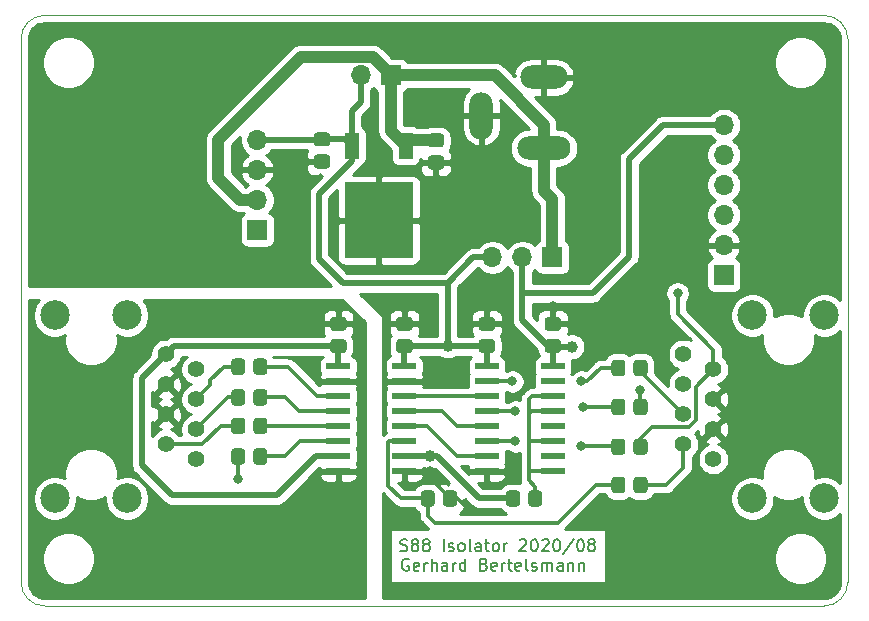
<source format=gtl>
G04 #@! TF.GenerationSoftware,KiCad,Pcbnew,5.1.6-c6e7f7d~87~ubuntu18.04.1*
G04 #@! TF.CreationDate,2020-09-01T07:34:22+02:00*
G04 #@! TF.ProjectId,s88iso,73383869-736f-42e6-9b69-6361645f7063,2020/08*
G04 #@! TF.SameCoordinates,Original*
G04 #@! TF.FileFunction,Copper,L1,Top*
G04 #@! TF.FilePolarity,Positive*
%FSLAX46Y46*%
G04 Gerber Fmt 4.6, Leading zero omitted, Abs format (unit mm)*
G04 Created by KiCad (PCBNEW 5.1.6-c6e7f7d~87~ubuntu18.04.1) date 2020-09-01 07:34:22*
%MOMM*%
%LPD*%
G01*
G04 APERTURE LIST*
G04 #@! TA.AperFunction,NonConductor*
%ADD10C,0.150000*%
G04 #@! TD*
G04 #@! TA.AperFunction,Profile*
%ADD11C,0.050000*%
G04 #@! TD*
G04 #@! TA.AperFunction,ComponentPad*
%ADD12O,1.700000X1.700000*%
G04 #@! TD*
G04 #@! TA.AperFunction,ComponentPad*
%ADD13R,1.700000X1.700000*%
G04 #@! TD*
G04 #@! TA.AperFunction,ComponentPad*
%ADD14C,2.500000*%
G04 #@! TD*
G04 #@! TA.AperFunction,ComponentPad*
%ADD15C,1.400000*%
G04 #@! TD*
G04 #@! TA.AperFunction,SMDPad,CuDef*
%ADD16R,1.998980X0.599440*%
G04 #@! TD*
G04 #@! TA.AperFunction,ComponentPad*
%ADD17O,1.998980X4.000500*%
G04 #@! TD*
G04 #@! TA.AperFunction,ComponentPad*
%ADD18O,4.000500X1.998980*%
G04 #@! TD*
G04 #@! TA.AperFunction,ComponentPad*
%ADD19O,4.500880X1.998980*%
G04 #@! TD*
G04 #@! TA.AperFunction,SMDPad,CuDef*
%ADD20R,1.200000X2.200000*%
G04 #@! TD*
G04 #@! TA.AperFunction,SMDPad,CuDef*
%ADD21R,5.800000X6.400000*%
G04 #@! TD*
G04 #@! TA.AperFunction,ViaPad*
%ADD22C,0.800000*%
G04 #@! TD*
G04 #@! TA.AperFunction,ViaPad*
%ADD23C,1.000000*%
G04 #@! TD*
G04 #@! TA.AperFunction,Conductor*
%ADD24C,0.300000*%
G04 #@! TD*
G04 #@! TA.AperFunction,Conductor*
%ADD25C,0.500000*%
G04 #@! TD*
G04 #@! TA.AperFunction,Conductor*
%ADD26C,0.250000*%
G04 #@! TD*
G04 #@! TA.AperFunction,Conductor*
%ADD27C,1.000000*%
G04 #@! TD*
G04 #@! TA.AperFunction,Conductor*
%ADD28C,0.254000*%
G04 #@! TD*
G04 APERTURE END LIST*
D10*
X132122304Y-125309761D02*
X132265161Y-125357380D01*
X132503257Y-125357380D01*
X132598495Y-125309761D01*
X132646114Y-125262142D01*
X132693733Y-125166904D01*
X132693733Y-125071666D01*
X132646114Y-124976428D01*
X132598495Y-124928809D01*
X132503257Y-124881190D01*
X132312780Y-124833571D01*
X132217542Y-124785952D01*
X132169923Y-124738333D01*
X132122304Y-124643095D01*
X132122304Y-124547857D01*
X132169923Y-124452619D01*
X132217542Y-124405000D01*
X132312780Y-124357380D01*
X132550876Y-124357380D01*
X132693733Y-124405000D01*
X133265161Y-124785952D02*
X133169923Y-124738333D01*
X133122304Y-124690714D01*
X133074685Y-124595476D01*
X133074685Y-124547857D01*
X133122304Y-124452619D01*
X133169923Y-124405000D01*
X133265161Y-124357380D01*
X133455638Y-124357380D01*
X133550876Y-124405000D01*
X133598495Y-124452619D01*
X133646114Y-124547857D01*
X133646114Y-124595476D01*
X133598495Y-124690714D01*
X133550876Y-124738333D01*
X133455638Y-124785952D01*
X133265161Y-124785952D01*
X133169923Y-124833571D01*
X133122304Y-124881190D01*
X133074685Y-124976428D01*
X133074685Y-125166904D01*
X133122304Y-125262142D01*
X133169923Y-125309761D01*
X133265161Y-125357380D01*
X133455638Y-125357380D01*
X133550876Y-125309761D01*
X133598495Y-125262142D01*
X133646114Y-125166904D01*
X133646114Y-124976428D01*
X133598495Y-124881190D01*
X133550876Y-124833571D01*
X133455638Y-124785952D01*
X134217542Y-124785952D02*
X134122304Y-124738333D01*
X134074685Y-124690714D01*
X134027066Y-124595476D01*
X134027066Y-124547857D01*
X134074685Y-124452619D01*
X134122304Y-124405000D01*
X134217542Y-124357380D01*
X134408019Y-124357380D01*
X134503257Y-124405000D01*
X134550876Y-124452619D01*
X134598495Y-124547857D01*
X134598495Y-124595476D01*
X134550876Y-124690714D01*
X134503257Y-124738333D01*
X134408019Y-124785952D01*
X134217542Y-124785952D01*
X134122304Y-124833571D01*
X134074685Y-124881190D01*
X134027066Y-124976428D01*
X134027066Y-125166904D01*
X134074685Y-125262142D01*
X134122304Y-125309761D01*
X134217542Y-125357380D01*
X134408019Y-125357380D01*
X134503257Y-125309761D01*
X134550876Y-125262142D01*
X134598495Y-125166904D01*
X134598495Y-124976428D01*
X134550876Y-124881190D01*
X134503257Y-124833571D01*
X134408019Y-124785952D01*
X135788971Y-125357380D02*
X135788971Y-124357380D01*
X136217542Y-125309761D02*
X136312780Y-125357380D01*
X136503257Y-125357380D01*
X136598495Y-125309761D01*
X136646114Y-125214523D01*
X136646114Y-125166904D01*
X136598495Y-125071666D01*
X136503257Y-125024047D01*
X136360400Y-125024047D01*
X136265161Y-124976428D01*
X136217542Y-124881190D01*
X136217542Y-124833571D01*
X136265161Y-124738333D01*
X136360400Y-124690714D01*
X136503257Y-124690714D01*
X136598495Y-124738333D01*
X137217542Y-125357380D02*
X137122304Y-125309761D01*
X137074685Y-125262142D01*
X137027066Y-125166904D01*
X137027066Y-124881190D01*
X137074685Y-124785952D01*
X137122304Y-124738333D01*
X137217542Y-124690714D01*
X137360400Y-124690714D01*
X137455638Y-124738333D01*
X137503257Y-124785952D01*
X137550876Y-124881190D01*
X137550876Y-125166904D01*
X137503257Y-125262142D01*
X137455638Y-125309761D01*
X137360400Y-125357380D01*
X137217542Y-125357380D01*
X138122304Y-125357380D02*
X138027066Y-125309761D01*
X137979447Y-125214523D01*
X137979447Y-124357380D01*
X138931828Y-125357380D02*
X138931828Y-124833571D01*
X138884209Y-124738333D01*
X138788971Y-124690714D01*
X138598495Y-124690714D01*
X138503257Y-124738333D01*
X138931828Y-125309761D02*
X138836590Y-125357380D01*
X138598495Y-125357380D01*
X138503257Y-125309761D01*
X138455638Y-125214523D01*
X138455638Y-125119285D01*
X138503257Y-125024047D01*
X138598495Y-124976428D01*
X138836590Y-124976428D01*
X138931828Y-124928809D01*
X139265161Y-124690714D02*
X139646114Y-124690714D01*
X139408019Y-124357380D02*
X139408019Y-125214523D01*
X139455638Y-125309761D01*
X139550876Y-125357380D01*
X139646114Y-125357380D01*
X140122304Y-125357380D02*
X140027066Y-125309761D01*
X139979447Y-125262142D01*
X139931828Y-125166904D01*
X139931828Y-124881190D01*
X139979447Y-124785952D01*
X140027066Y-124738333D01*
X140122304Y-124690714D01*
X140265161Y-124690714D01*
X140360400Y-124738333D01*
X140408019Y-124785952D01*
X140455638Y-124881190D01*
X140455638Y-125166904D01*
X140408019Y-125262142D01*
X140360400Y-125309761D01*
X140265161Y-125357380D01*
X140122304Y-125357380D01*
X140884209Y-125357380D02*
X140884209Y-124690714D01*
X140884209Y-124881190D02*
X140931828Y-124785952D01*
X140979447Y-124738333D01*
X141074685Y-124690714D01*
X141169923Y-124690714D01*
X142217542Y-124452619D02*
X142265161Y-124405000D01*
X142360400Y-124357380D01*
X142598495Y-124357380D01*
X142693733Y-124405000D01*
X142741352Y-124452619D01*
X142788971Y-124547857D01*
X142788971Y-124643095D01*
X142741352Y-124785952D01*
X142169923Y-125357380D01*
X142788971Y-125357380D01*
X143408019Y-124357380D02*
X143503257Y-124357380D01*
X143598495Y-124405000D01*
X143646114Y-124452619D01*
X143693733Y-124547857D01*
X143741352Y-124738333D01*
X143741352Y-124976428D01*
X143693733Y-125166904D01*
X143646114Y-125262142D01*
X143598495Y-125309761D01*
X143503257Y-125357380D01*
X143408019Y-125357380D01*
X143312780Y-125309761D01*
X143265161Y-125262142D01*
X143217542Y-125166904D01*
X143169923Y-124976428D01*
X143169923Y-124738333D01*
X143217542Y-124547857D01*
X143265161Y-124452619D01*
X143312780Y-124405000D01*
X143408019Y-124357380D01*
X144122304Y-124452619D02*
X144169923Y-124405000D01*
X144265161Y-124357380D01*
X144503257Y-124357380D01*
X144598495Y-124405000D01*
X144646114Y-124452619D01*
X144693733Y-124547857D01*
X144693733Y-124643095D01*
X144646114Y-124785952D01*
X144074685Y-125357380D01*
X144693733Y-125357380D01*
X145312780Y-124357380D02*
X145408019Y-124357380D01*
X145503257Y-124405000D01*
X145550876Y-124452619D01*
X145598495Y-124547857D01*
X145646114Y-124738333D01*
X145646114Y-124976428D01*
X145598495Y-125166904D01*
X145550876Y-125262142D01*
X145503257Y-125309761D01*
X145408019Y-125357380D01*
X145312780Y-125357380D01*
X145217542Y-125309761D01*
X145169923Y-125262142D01*
X145122304Y-125166904D01*
X145074685Y-124976428D01*
X145074685Y-124738333D01*
X145122304Y-124547857D01*
X145169923Y-124452619D01*
X145217542Y-124405000D01*
X145312780Y-124357380D01*
X146788971Y-124309761D02*
X145931828Y-125595476D01*
X147312780Y-124357380D02*
X147408019Y-124357380D01*
X147503257Y-124405000D01*
X147550876Y-124452619D01*
X147598495Y-124547857D01*
X147646114Y-124738333D01*
X147646114Y-124976428D01*
X147598495Y-125166904D01*
X147550876Y-125262142D01*
X147503257Y-125309761D01*
X147408019Y-125357380D01*
X147312780Y-125357380D01*
X147217542Y-125309761D01*
X147169923Y-125262142D01*
X147122304Y-125166904D01*
X147074685Y-124976428D01*
X147074685Y-124738333D01*
X147122304Y-124547857D01*
X147169923Y-124452619D01*
X147217542Y-124405000D01*
X147312780Y-124357380D01*
X148217542Y-124785952D02*
X148122304Y-124738333D01*
X148074685Y-124690714D01*
X148027066Y-124595476D01*
X148027066Y-124547857D01*
X148074685Y-124452619D01*
X148122304Y-124405000D01*
X148217542Y-124357380D01*
X148408019Y-124357380D01*
X148503257Y-124405000D01*
X148550876Y-124452619D01*
X148598495Y-124547857D01*
X148598495Y-124595476D01*
X148550876Y-124690714D01*
X148503257Y-124738333D01*
X148408019Y-124785952D01*
X148217542Y-124785952D01*
X148122304Y-124833571D01*
X148074685Y-124881190D01*
X148027066Y-124976428D01*
X148027066Y-125166904D01*
X148074685Y-125262142D01*
X148122304Y-125309761D01*
X148217542Y-125357380D01*
X148408019Y-125357380D01*
X148503257Y-125309761D01*
X148550876Y-125262142D01*
X148598495Y-125166904D01*
X148598495Y-124976428D01*
X148550876Y-124881190D01*
X148503257Y-124833571D01*
X148408019Y-124785952D01*
X132812780Y-126055000D02*
X132717542Y-126007380D01*
X132574685Y-126007380D01*
X132431828Y-126055000D01*
X132336590Y-126150238D01*
X132288971Y-126245476D01*
X132241352Y-126435952D01*
X132241352Y-126578809D01*
X132288971Y-126769285D01*
X132336590Y-126864523D01*
X132431828Y-126959761D01*
X132574685Y-127007380D01*
X132669923Y-127007380D01*
X132812780Y-126959761D01*
X132860400Y-126912142D01*
X132860400Y-126578809D01*
X132669923Y-126578809D01*
X133669923Y-126959761D02*
X133574685Y-127007380D01*
X133384209Y-127007380D01*
X133288971Y-126959761D01*
X133241352Y-126864523D01*
X133241352Y-126483571D01*
X133288971Y-126388333D01*
X133384209Y-126340714D01*
X133574685Y-126340714D01*
X133669923Y-126388333D01*
X133717542Y-126483571D01*
X133717542Y-126578809D01*
X133241352Y-126674047D01*
X134146114Y-127007380D02*
X134146114Y-126340714D01*
X134146114Y-126531190D02*
X134193733Y-126435952D01*
X134241352Y-126388333D01*
X134336590Y-126340714D01*
X134431828Y-126340714D01*
X134765161Y-127007380D02*
X134765161Y-126007380D01*
X135193733Y-127007380D02*
X135193733Y-126483571D01*
X135146114Y-126388333D01*
X135050876Y-126340714D01*
X134908019Y-126340714D01*
X134812780Y-126388333D01*
X134765161Y-126435952D01*
X136098495Y-127007380D02*
X136098495Y-126483571D01*
X136050876Y-126388333D01*
X135955638Y-126340714D01*
X135765161Y-126340714D01*
X135669923Y-126388333D01*
X136098495Y-126959761D02*
X136003257Y-127007380D01*
X135765161Y-127007380D01*
X135669923Y-126959761D01*
X135622304Y-126864523D01*
X135622304Y-126769285D01*
X135669923Y-126674047D01*
X135765161Y-126626428D01*
X136003257Y-126626428D01*
X136098495Y-126578809D01*
X136574685Y-127007380D02*
X136574685Y-126340714D01*
X136574685Y-126531190D02*
X136622304Y-126435952D01*
X136669923Y-126388333D01*
X136765161Y-126340714D01*
X136860400Y-126340714D01*
X137622304Y-127007380D02*
X137622304Y-126007380D01*
X137622304Y-126959761D02*
X137527066Y-127007380D01*
X137336590Y-127007380D01*
X137241352Y-126959761D01*
X137193733Y-126912142D01*
X137146114Y-126816904D01*
X137146114Y-126531190D01*
X137193733Y-126435952D01*
X137241352Y-126388333D01*
X137336590Y-126340714D01*
X137527066Y-126340714D01*
X137622304Y-126388333D01*
X139193733Y-126483571D02*
X139336590Y-126531190D01*
X139384209Y-126578809D01*
X139431828Y-126674047D01*
X139431828Y-126816904D01*
X139384209Y-126912142D01*
X139336590Y-126959761D01*
X139241352Y-127007380D01*
X138860400Y-127007380D01*
X138860400Y-126007380D01*
X139193733Y-126007380D01*
X139288971Y-126055000D01*
X139336590Y-126102619D01*
X139384209Y-126197857D01*
X139384209Y-126293095D01*
X139336590Y-126388333D01*
X139288971Y-126435952D01*
X139193733Y-126483571D01*
X138860400Y-126483571D01*
X140241352Y-126959761D02*
X140146114Y-127007380D01*
X139955638Y-127007380D01*
X139860400Y-126959761D01*
X139812780Y-126864523D01*
X139812780Y-126483571D01*
X139860400Y-126388333D01*
X139955638Y-126340714D01*
X140146114Y-126340714D01*
X140241352Y-126388333D01*
X140288971Y-126483571D01*
X140288971Y-126578809D01*
X139812780Y-126674047D01*
X140717542Y-127007380D02*
X140717542Y-126340714D01*
X140717542Y-126531190D02*
X140765161Y-126435952D01*
X140812780Y-126388333D01*
X140908019Y-126340714D01*
X141003257Y-126340714D01*
X141193733Y-126340714D02*
X141574685Y-126340714D01*
X141336590Y-126007380D02*
X141336590Y-126864523D01*
X141384209Y-126959761D01*
X141479447Y-127007380D01*
X141574685Y-127007380D01*
X142288971Y-126959761D02*
X142193733Y-127007380D01*
X142003257Y-127007380D01*
X141908019Y-126959761D01*
X141860400Y-126864523D01*
X141860400Y-126483571D01*
X141908019Y-126388333D01*
X142003257Y-126340714D01*
X142193733Y-126340714D01*
X142288971Y-126388333D01*
X142336590Y-126483571D01*
X142336590Y-126578809D01*
X141860400Y-126674047D01*
X142908019Y-127007380D02*
X142812780Y-126959761D01*
X142765161Y-126864523D01*
X142765161Y-126007380D01*
X143241352Y-126959761D02*
X143336590Y-127007380D01*
X143527066Y-127007380D01*
X143622304Y-126959761D01*
X143669923Y-126864523D01*
X143669923Y-126816904D01*
X143622304Y-126721666D01*
X143527066Y-126674047D01*
X143384209Y-126674047D01*
X143288971Y-126626428D01*
X143241352Y-126531190D01*
X143241352Y-126483571D01*
X143288971Y-126388333D01*
X143384209Y-126340714D01*
X143527066Y-126340714D01*
X143622304Y-126388333D01*
X144098495Y-127007380D02*
X144098495Y-126340714D01*
X144098495Y-126435952D02*
X144146114Y-126388333D01*
X144241352Y-126340714D01*
X144384209Y-126340714D01*
X144479447Y-126388333D01*
X144527066Y-126483571D01*
X144527066Y-127007380D01*
X144527066Y-126483571D02*
X144574685Y-126388333D01*
X144669923Y-126340714D01*
X144812780Y-126340714D01*
X144908019Y-126388333D01*
X144955638Y-126483571D01*
X144955638Y-127007380D01*
X145860400Y-127007380D02*
X145860400Y-126483571D01*
X145812780Y-126388333D01*
X145717542Y-126340714D01*
X145527066Y-126340714D01*
X145431828Y-126388333D01*
X145860400Y-126959761D02*
X145765161Y-127007380D01*
X145527066Y-127007380D01*
X145431828Y-126959761D01*
X145384209Y-126864523D01*
X145384209Y-126769285D01*
X145431828Y-126674047D01*
X145527066Y-126626428D01*
X145765161Y-126626428D01*
X145860400Y-126578809D01*
X146336590Y-126340714D02*
X146336590Y-127007380D01*
X146336590Y-126435952D02*
X146384209Y-126388333D01*
X146479447Y-126340714D01*
X146622304Y-126340714D01*
X146717542Y-126388333D01*
X146765161Y-126483571D01*
X146765161Y-127007380D01*
X147241352Y-126340714D02*
X147241352Y-127007380D01*
X147241352Y-126435952D02*
X147288971Y-126388333D01*
X147384209Y-126340714D01*
X147527066Y-126340714D01*
X147622304Y-126388333D01*
X147669923Y-126483571D01*
X147669923Y-127007380D01*
D11*
X100000000Y-128000000D02*
X100000000Y-82000000D01*
X168000000Y-130000000D02*
X102000000Y-130000000D01*
X170000000Y-82000000D02*
X170000000Y-128000000D01*
X168000000Y-80000000D02*
X102000000Y-80000000D01*
X100000000Y-82000000D02*
G75*
G02*
X102000000Y-80000000I2000000J0D01*
G01*
X168000000Y-80000000D02*
G75*
G02*
X170000000Y-82000000I0J-2000000D01*
G01*
X170000000Y-128000000D02*
G75*
G02*
X168000000Y-130000000I-2000000J0D01*
G01*
X102000000Y-130000000D02*
G75*
G02*
X100000000Y-128000000I0J2000000D01*
G01*
D12*
X139920000Y-100500000D03*
X142460000Y-100500000D03*
D13*
X145000000Y-100500000D03*
D14*
X108979000Y-120899000D03*
X108979000Y-105399000D03*
D15*
X114809000Y-117594000D03*
X112269000Y-116324000D03*
X114809000Y-115054000D03*
X112269000Y-113784000D03*
X114809000Y-112514000D03*
X114809000Y-109974000D03*
X112269000Y-108704000D03*
X112269000Y-111244000D03*
D14*
X102879000Y-120899000D03*
X102879000Y-105399000D03*
G04 #@! TA.AperFunction,SMDPad,CuDef*
G36*
G01*
X118991500Y-116949000D02*
X118991500Y-117749000D01*
G75*
G02*
X118691500Y-118049000I-300000J0D01*
G01*
X118091500Y-118049000D01*
G75*
G02*
X117791500Y-117749000I0J300000D01*
G01*
X117791500Y-116949000D01*
G75*
G02*
X118091500Y-116649000I300000J0D01*
G01*
X118691500Y-116649000D01*
G75*
G02*
X118991500Y-116949000I0J-300000D01*
G01*
G37*
G04 #@! TD.AperFunction*
G04 #@! TA.AperFunction,SMDPad,CuDef*
G36*
G01*
X120866500Y-116949000D02*
X120866500Y-117749000D01*
G75*
G02*
X120566500Y-118049000I-300000J0D01*
G01*
X119966500Y-118049000D01*
G75*
G02*
X119666500Y-117749000I0J300000D01*
G01*
X119666500Y-116949000D01*
G75*
G02*
X119966500Y-116649000I300000J0D01*
G01*
X120566500Y-116649000D01*
G75*
G02*
X120866500Y-116949000I0J-300000D01*
G01*
G37*
G04 #@! TD.AperFunction*
D16*
X126873000Y-109728000D03*
X126873000Y-110998000D03*
X126873000Y-112268000D03*
X126873000Y-113538000D03*
X126873000Y-114808000D03*
X126873000Y-116078000D03*
X126873000Y-117348000D03*
X126873000Y-118618000D03*
X132461000Y-118618000D03*
X132461000Y-117348000D03*
X132461000Y-116078000D03*
X132461000Y-114808000D03*
X132461000Y-113538000D03*
X132461000Y-112268000D03*
X132461000Y-110998000D03*
X132461000Y-109728000D03*
D12*
X120015000Y-90551000D03*
X120015000Y-93091000D03*
X120015000Y-95631000D03*
D13*
X120015000Y-98171000D03*
G04 #@! TA.AperFunction,SMDPad,CuDef*
G36*
G01*
X134728000Y-91856000D02*
X135528000Y-91856000D01*
G75*
G02*
X135828000Y-92156000I0J-300000D01*
G01*
X135828000Y-92756000D01*
G75*
G02*
X135528000Y-93056000I-300000J0D01*
G01*
X134728000Y-93056000D01*
G75*
G02*
X134428000Y-92756000I0J300000D01*
G01*
X134428000Y-92156000D01*
G75*
G02*
X134728000Y-91856000I300000J0D01*
G01*
G37*
G04 #@! TD.AperFunction*
G04 #@! TA.AperFunction,SMDPad,CuDef*
G36*
G01*
X134728000Y-89981000D02*
X135528000Y-89981000D01*
G75*
G02*
X135828000Y-90281000I0J-300000D01*
G01*
X135828000Y-90881000D01*
G75*
G02*
X135528000Y-91181000I-300000J0D01*
G01*
X134728000Y-91181000D01*
G75*
G02*
X134428000Y-90881000I0J300000D01*
G01*
X134428000Y-90281000D01*
G75*
G02*
X134728000Y-89981000I300000J0D01*
G01*
G37*
G04 #@! TD.AperFunction*
G04 #@! TA.AperFunction,SMDPad,CuDef*
G36*
G01*
X125076000Y-89902500D02*
X125876000Y-89902500D01*
G75*
G02*
X126176000Y-90202500I0J-300000D01*
G01*
X126176000Y-90802500D01*
G75*
G02*
X125876000Y-91102500I-300000J0D01*
G01*
X125076000Y-91102500D01*
G75*
G02*
X124776000Y-90802500I0J300000D01*
G01*
X124776000Y-90202500D01*
G75*
G02*
X125076000Y-89902500I300000J0D01*
G01*
G37*
G04 #@! TD.AperFunction*
G04 #@! TA.AperFunction,SMDPad,CuDef*
G36*
G01*
X125076000Y-91777500D02*
X125876000Y-91777500D01*
G75*
G02*
X126176000Y-92077500I0J-300000D01*
G01*
X126176000Y-92677500D01*
G75*
G02*
X125876000Y-92977500I-300000J0D01*
G01*
X125076000Y-92977500D01*
G75*
G02*
X124776000Y-92677500I0J300000D01*
G01*
X124776000Y-92077500D01*
G75*
G02*
X125076000Y-91777500I300000J0D01*
G01*
G37*
G04 #@! TD.AperFunction*
G04 #@! TA.AperFunction,SMDPad,CuDef*
G36*
G01*
X139846000Y-108598500D02*
X139046000Y-108598500D01*
G75*
G02*
X138746000Y-108298500I0J300000D01*
G01*
X138746000Y-107698500D01*
G75*
G02*
X139046000Y-107398500I300000J0D01*
G01*
X139846000Y-107398500D01*
G75*
G02*
X140146000Y-107698500I0J-300000D01*
G01*
X140146000Y-108298500D01*
G75*
G02*
X139846000Y-108598500I-300000J0D01*
G01*
G37*
G04 #@! TD.AperFunction*
G04 #@! TA.AperFunction,SMDPad,CuDef*
G36*
G01*
X139846000Y-106723500D02*
X139046000Y-106723500D01*
G75*
G02*
X138746000Y-106423500I0J300000D01*
G01*
X138746000Y-105823500D01*
G75*
G02*
X139046000Y-105523500I300000J0D01*
G01*
X139846000Y-105523500D01*
G75*
G02*
X140146000Y-105823500I0J-300000D01*
G01*
X140146000Y-106423500D01*
G75*
G02*
X139846000Y-106723500I-300000J0D01*
G01*
G37*
G04 #@! TD.AperFunction*
G04 #@! TA.AperFunction,SMDPad,CuDef*
G36*
G01*
X127273000Y-108598500D02*
X126473000Y-108598500D01*
G75*
G02*
X126173000Y-108298500I0J300000D01*
G01*
X126173000Y-107698500D01*
G75*
G02*
X126473000Y-107398500I300000J0D01*
G01*
X127273000Y-107398500D01*
G75*
G02*
X127573000Y-107698500I0J-300000D01*
G01*
X127573000Y-108298500D01*
G75*
G02*
X127273000Y-108598500I-300000J0D01*
G01*
G37*
G04 #@! TD.AperFunction*
G04 #@! TA.AperFunction,SMDPad,CuDef*
G36*
G01*
X127273000Y-106723500D02*
X126473000Y-106723500D01*
G75*
G02*
X126173000Y-106423500I0J300000D01*
G01*
X126173000Y-105823500D01*
G75*
G02*
X126473000Y-105523500I300000J0D01*
G01*
X127273000Y-105523500D01*
G75*
G02*
X127573000Y-105823500I0J-300000D01*
G01*
X127573000Y-106423500D01*
G75*
G02*
X127273000Y-106723500I-300000J0D01*
G01*
G37*
G04 #@! TD.AperFunction*
G04 #@! TA.AperFunction,SMDPad,CuDef*
G36*
G01*
X135719500Y-121304000D02*
X135719500Y-120504000D01*
G75*
G02*
X136019500Y-120204000I300000J0D01*
G01*
X136619500Y-120204000D01*
G75*
G02*
X136919500Y-120504000I0J-300000D01*
G01*
X136919500Y-121304000D01*
G75*
G02*
X136619500Y-121604000I-300000J0D01*
G01*
X136019500Y-121604000D01*
G75*
G02*
X135719500Y-121304000I0J300000D01*
G01*
G37*
G04 #@! TD.AperFunction*
G04 #@! TA.AperFunction,SMDPad,CuDef*
G36*
G01*
X133844500Y-121304000D02*
X133844500Y-120504000D01*
G75*
G02*
X134144500Y-120204000I300000J0D01*
G01*
X134744500Y-120204000D01*
G75*
G02*
X135044500Y-120504000I0J-300000D01*
G01*
X135044500Y-121304000D01*
G75*
G02*
X134744500Y-121604000I-300000J0D01*
G01*
X134144500Y-121604000D01*
G75*
G02*
X133844500Y-121304000I0J300000D01*
G01*
G37*
G04 #@! TD.AperFunction*
D14*
X168012000Y-120899000D03*
X168012000Y-105399000D03*
D15*
X158622000Y-115054000D03*
X158622000Y-117594000D03*
X156082000Y-116324000D03*
X156082000Y-113784000D03*
X158622000Y-112514000D03*
X156082000Y-111244000D03*
X158622000Y-109974000D03*
X156082000Y-108704000D03*
D14*
X161912000Y-120899000D03*
X161912000Y-105399000D03*
D17*
X138971020Y-88500120D03*
D18*
X144272000Y-85248920D03*
D19*
X144272000Y-91250940D03*
G04 #@! TA.AperFunction,SMDPad,CuDef*
G36*
G01*
X153048500Y-109455000D02*
X153048500Y-110255000D01*
G75*
G02*
X152748500Y-110555000I-300000J0D01*
G01*
X152148500Y-110555000D01*
G75*
G02*
X151848500Y-110255000I0J300000D01*
G01*
X151848500Y-109455000D01*
G75*
G02*
X152148500Y-109155000I300000J0D01*
G01*
X152748500Y-109155000D01*
G75*
G02*
X153048500Y-109455000I0J-300000D01*
G01*
G37*
G04 #@! TD.AperFunction*
G04 #@! TA.AperFunction,SMDPad,CuDef*
G36*
G01*
X151173500Y-109455000D02*
X151173500Y-110255000D01*
G75*
G02*
X150873500Y-110555000I-300000J0D01*
G01*
X150273500Y-110555000D01*
G75*
G02*
X149973500Y-110255000I0J300000D01*
G01*
X149973500Y-109455000D01*
G75*
G02*
X150273500Y-109155000I300000J0D01*
G01*
X150873500Y-109155000D01*
G75*
G02*
X151173500Y-109455000I0J-300000D01*
G01*
G37*
G04 #@! TD.AperFunction*
G04 #@! TA.AperFunction,SMDPad,CuDef*
G36*
G01*
X151173500Y-112757000D02*
X151173500Y-113557000D01*
G75*
G02*
X150873500Y-113857000I-300000J0D01*
G01*
X150273500Y-113857000D01*
G75*
G02*
X149973500Y-113557000I0J300000D01*
G01*
X149973500Y-112757000D01*
G75*
G02*
X150273500Y-112457000I300000J0D01*
G01*
X150873500Y-112457000D01*
G75*
G02*
X151173500Y-112757000I0J-300000D01*
G01*
G37*
G04 #@! TD.AperFunction*
G04 #@! TA.AperFunction,SMDPad,CuDef*
G36*
G01*
X153048500Y-112757000D02*
X153048500Y-113557000D01*
G75*
G02*
X152748500Y-113857000I-300000J0D01*
G01*
X152148500Y-113857000D01*
G75*
G02*
X151848500Y-113557000I0J300000D01*
G01*
X151848500Y-112757000D01*
G75*
G02*
X152148500Y-112457000I300000J0D01*
G01*
X152748500Y-112457000D01*
G75*
G02*
X153048500Y-112757000I0J-300000D01*
G01*
G37*
G04 #@! TD.AperFunction*
G04 #@! TA.AperFunction,SMDPad,CuDef*
G36*
G01*
X153048500Y-116126000D02*
X153048500Y-116926000D01*
G75*
G02*
X152748500Y-117226000I-300000J0D01*
G01*
X152148500Y-117226000D01*
G75*
G02*
X151848500Y-116926000I0J300000D01*
G01*
X151848500Y-116126000D01*
G75*
G02*
X152148500Y-115826000I300000J0D01*
G01*
X152748500Y-115826000D01*
G75*
G02*
X153048500Y-116126000I0J-300000D01*
G01*
G37*
G04 #@! TD.AperFunction*
G04 #@! TA.AperFunction,SMDPad,CuDef*
G36*
G01*
X151173500Y-116126000D02*
X151173500Y-116926000D01*
G75*
G02*
X150873500Y-117226000I-300000J0D01*
G01*
X150273500Y-117226000D01*
G75*
G02*
X149973500Y-116926000I0J300000D01*
G01*
X149973500Y-116126000D01*
G75*
G02*
X150273500Y-115826000I300000J0D01*
G01*
X150873500Y-115826000D01*
G75*
G02*
X151173500Y-116126000I0J-300000D01*
G01*
G37*
G04 #@! TD.AperFunction*
G04 #@! TA.AperFunction,SMDPad,CuDef*
G36*
G01*
X153048500Y-119361000D02*
X153048500Y-120161000D01*
G75*
G02*
X152748500Y-120461000I-300000J0D01*
G01*
X152148500Y-120461000D01*
G75*
G02*
X151848500Y-120161000I0J300000D01*
G01*
X151848500Y-119361000D01*
G75*
G02*
X152148500Y-119061000I300000J0D01*
G01*
X152748500Y-119061000D01*
G75*
G02*
X153048500Y-119361000I0J-300000D01*
G01*
G37*
G04 #@! TD.AperFunction*
G04 #@! TA.AperFunction,SMDPad,CuDef*
G36*
G01*
X151173500Y-119361000D02*
X151173500Y-120161000D01*
G75*
G02*
X150873500Y-120461000I-300000J0D01*
G01*
X150273500Y-120461000D01*
G75*
G02*
X149973500Y-120161000I0J300000D01*
G01*
X149973500Y-119361000D01*
G75*
G02*
X150273500Y-119061000I300000J0D01*
G01*
X150873500Y-119061000D01*
G75*
G02*
X151173500Y-119361000I0J-300000D01*
G01*
G37*
G04 #@! TD.AperFunction*
G04 #@! TA.AperFunction,SMDPad,CuDef*
G36*
G01*
X142933100Y-121304000D02*
X142933100Y-120504000D01*
G75*
G02*
X143233100Y-120204000I300000J0D01*
G01*
X143833100Y-120204000D01*
G75*
G02*
X144133100Y-120504000I0J-300000D01*
G01*
X144133100Y-121304000D01*
G75*
G02*
X143833100Y-121604000I-300000J0D01*
G01*
X143233100Y-121604000D01*
G75*
G02*
X142933100Y-121304000I0J300000D01*
G01*
G37*
G04 #@! TD.AperFunction*
G04 #@! TA.AperFunction,SMDPad,CuDef*
G36*
G01*
X141058100Y-121304000D02*
X141058100Y-120504000D01*
G75*
G02*
X141358100Y-120204000I300000J0D01*
G01*
X141958100Y-120204000D01*
G75*
G02*
X142258100Y-120504000I0J-300000D01*
G01*
X142258100Y-121304000D01*
G75*
G02*
X141958100Y-121604000I-300000J0D01*
G01*
X141358100Y-121604000D01*
G75*
G02*
X141058100Y-121304000I0J300000D01*
G01*
G37*
G04 #@! TD.AperFunction*
G04 #@! TA.AperFunction,SMDPad,CuDef*
G36*
G01*
X118991500Y-109349000D02*
X118991500Y-110149000D01*
G75*
G02*
X118691500Y-110449000I-300000J0D01*
G01*
X118091500Y-110449000D01*
G75*
G02*
X117791500Y-110149000I0J300000D01*
G01*
X117791500Y-109349000D01*
G75*
G02*
X118091500Y-109049000I300000J0D01*
G01*
X118691500Y-109049000D01*
G75*
G02*
X118991500Y-109349000I0J-300000D01*
G01*
G37*
G04 #@! TD.AperFunction*
G04 #@! TA.AperFunction,SMDPad,CuDef*
G36*
G01*
X120866500Y-109349000D02*
X120866500Y-110149000D01*
G75*
G02*
X120566500Y-110449000I-300000J0D01*
G01*
X119966500Y-110449000D01*
G75*
G02*
X119666500Y-110149000I0J300000D01*
G01*
X119666500Y-109349000D01*
G75*
G02*
X119966500Y-109049000I300000J0D01*
G01*
X120566500Y-109049000D01*
G75*
G02*
X120866500Y-109349000I0J-300000D01*
G01*
G37*
G04 #@! TD.AperFunction*
G04 #@! TA.AperFunction,SMDPad,CuDef*
G36*
G01*
X120866500Y-111949000D02*
X120866500Y-112749000D01*
G75*
G02*
X120566500Y-113049000I-300000J0D01*
G01*
X119966500Y-113049000D01*
G75*
G02*
X119666500Y-112749000I0J300000D01*
G01*
X119666500Y-111949000D01*
G75*
G02*
X119966500Y-111649000I300000J0D01*
G01*
X120566500Y-111649000D01*
G75*
G02*
X120866500Y-111949000I0J-300000D01*
G01*
G37*
G04 #@! TD.AperFunction*
G04 #@! TA.AperFunction,SMDPad,CuDef*
G36*
G01*
X118991500Y-111949000D02*
X118991500Y-112749000D01*
G75*
G02*
X118691500Y-113049000I-300000J0D01*
G01*
X118091500Y-113049000D01*
G75*
G02*
X117791500Y-112749000I0J300000D01*
G01*
X117791500Y-111949000D01*
G75*
G02*
X118091500Y-111649000I300000J0D01*
G01*
X118691500Y-111649000D01*
G75*
G02*
X118991500Y-111949000I0J-300000D01*
G01*
G37*
G04 #@! TD.AperFunction*
G04 #@! TA.AperFunction,SMDPad,CuDef*
G36*
G01*
X120866500Y-114357200D02*
X120866500Y-115157200D01*
G75*
G02*
X120566500Y-115457200I-300000J0D01*
G01*
X119966500Y-115457200D01*
G75*
G02*
X119666500Y-115157200I0J300000D01*
G01*
X119666500Y-114357200D01*
G75*
G02*
X119966500Y-114057200I300000J0D01*
G01*
X120566500Y-114057200D01*
G75*
G02*
X120866500Y-114357200I0J-300000D01*
G01*
G37*
G04 #@! TD.AperFunction*
G04 #@! TA.AperFunction,SMDPad,CuDef*
G36*
G01*
X118991500Y-114357200D02*
X118991500Y-115157200D01*
G75*
G02*
X118691500Y-115457200I-300000J0D01*
G01*
X118091500Y-115457200D01*
G75*
G02*
X117791500Y-115157200I0J300000D01*
G01*
X117791500Y-114357200D01*
G75*
G02*
X118091500Y-114057200I300000J0D01*
G01*
X118691500Y-114057200D01*
G75*
G02*
X118991500Y-114357200I0J-300000D01*
G01*
G37*
G04 #@! TD.AperFunction*
D13*
X159512000Y-102000000D03*
D12*
X159512000Y-99460000D03*
X159512000Y-96920000D03*
X159512000Y-94380000D03*
X159512000Y-91840000D03*
X159512000Y-89300000D03*
D20*
X132582000Y-91050000D03*
X128022000Y-91050000D03*
D21*
X130302000Y-97350000D03*
D16*
X139446000Y-109728000D03*
X139446000Y-110998000D03*
X139446000Y-112268000D03*
X139446000Y-113538000D03*
X139446000Y-114808000D03*
X139446000Y-116078000D03*
X139446000Y-117348000D03*
X139446000Y-118618000D03*
X145034000Y-118618000D03*
X145034000Y-117348000D03*
X145034000Y-116078000D03*
X145034000Y-114808000D03*
X145034000Y-113538000D03*
X145034000Y-112268000D03*
X145034000Y-110998000D03*
X145034000Y-109728000D03*
G04 #@! TA.AperFunction,SMDPad,CuDef*
G36*
G01*
X145434000Y-108598500D02*
X144634000Y-108598500D01*
G75*
G02*
X144334000Y-108298500I0J300000D01*
G01*
X144334000Y-107698500D01*
G75*
G02*
X144634000Y-107398500I300000J0D01*
G01*
X145434000Y-107398500D01*
G75*
G02*
X145734000Y-107698500I0J-300000D01*
G01*
X145734000Y-108298500D01*
G75*
G02*
X145434000Y-108598500I-300000J0D01*
G01*
G37*
G04 #@! TD.AperFunction*
G04 #@! TA.AperFunction,SMDPad,CuDef*
G36*
G01*
X145434000Y-106723500D02*
X144634000Y-106723500D01*
G75*
G02*
X144334000Y-106423500I0J300000D01*
G01*
X144334000Y-105823500D01*
G75*
G02*
X144634000Y-105523500I300000J0D01*
G01*
X145434000Y-105523500D01*
G75*
G02*
X145734000Y-105823500I0J-300000D01*
G01*
X145734000Y-106423500D01*
G75*
G02*
X145434000Y-106723500I-300000J0D01*
G01*
G37*
G04 #@! TD.AperFunction*
G04 #@! TA.AperFunction,SMDPad,CuDef*
G36*
G01*
X132861000Y-106723500D02*
X132061000Y-106723500D01*
G75*
G02*
X131761000Y-106423500I0J300000D01*
G01*
X131761000Y-105823500D01*
G75*
G02*
X132061000Y-105523500I300000J0D01*
G01*
X132861000Y-105523500D01*
G75*
G02*
X133161000Y-105823500I0J-300000D01*
G01*
X133161000Y-106423500D01*
G75*
G02*
X132861000Y-106723500I-300000J0D01*
G01*
G37*
G04 #@! TD.AperFunction*
G04 #@! TA.AperFunction,SMDPad,CuDef*
G36*
G01*
X132861000Y-108598500D02*
X132061000Y-108598500D01*
G75*
G02*
X131761000Y-108298500I0J300000D01*
G01*
X131761000Y-107698500D01*
G75*
G02*
X132061000Y-107398500I300000J0D01*
G01*
X132861000Y-107398500D01*
G75*
G02*
X133161000Y-107698500I0J-300000D01*
G01*
X133161000Y-108298500D01*
G75*
G02*
X132861000Y-108598500I-300000J0D01*
G01*
G37*
G04 #@! TD.AperFunction*
D13*
X131318000Y-85090000D03*
D12*
X128778000Y-85090000D03*
D22*
X137820400Y-121818400D03*
X141224000Y-118618000D03*
X134620000Y-118618000D03*
X133350000Y-104394000D03*
X139446000Y-104394000D03*
X145034000Y-104648000D03*
D23*
X146659600Y-108051600D03*
X134670800Y-117348000D03*
X136141700Y-107998500D03*
D22*
X125000000Y-110000000D03*
X125000000Y-119000000D03*
X152400000Y-111709200D03*
X155600400Y-103530400D03*
X141605000Y-110998000D03*
X147447000Y-110998000D03*
X141859000Y-113538000D03*
X147574000Y-113157000D03*
X141859000Y-116078000D03*
X147447000Y-116459000D03*
X118364000Y-119253000D03*
D24*
X136906000Y-120904000D02*
X137820400Y-121818400D01*
X136319500Y-120904000D02*
X136906000Y-120904000D01*
X139446000Y-118618000D02*
X141224000Y-118618000D01*
X132461000Y-118618000D02*
X134620000Y-118618000D01*
X134620000Y-119204500D02*
X136319500Y-120904000D01*
X134620000Y-118618000D02*
X134620000Y-119204500D01*
X132461000Y-105283000D02*
X133350000Y-104394000D01*
X132461000Y-106123500D02*
X132461000Y-105283000D01*
X139446000Y-106123500D02*
X139446000Y-104394000D01*
X145034000Y-106123500D02*
X145034000Y-104648000D01*
D25*
X145034000Y-107998500D02*
X145034000Y-109728000D01*
X145034000Y-107998500D02*
X144625300Y-107998500D01*
X144625300Y-107998500D02*
X142460000Y-105833200D01*
X142460000Y-103513600D02*
X148403600Y-103513600D01*
X142460000Y-105833200D02*
X142460000Y-103513600D01*
X142460000Y-103513600D02*
X142460000Y-100500000D01*
X148403600Y-103513600D02*
X151485600Y-100431600D01*
X151485600Y-100431600D02*
X151485600Y-92202000D01*
X154387600Y-89300000D02*
X159512000Y-89300000D01*
X151485600Y-92202000D02*
X154387600Y-89300000D01*
X145087100Y-108051600D02*
X145034000Y-107998500D01*
X146659600Y-108051600D02*
X145087100Y-108051600D01*
X132461000Y-107998500D02*
X132461000Y-109728000D01*
X139446000Y-107998500D02*
X139446000Y-109728000D01*
X136141700Y-107998500D02*
X136141700Y-102669100D01*
X132461000Y-107998500D02*
X136141700Y-107998500D01*
X136141700Y-107998500D02*
X139446000Y-107998500D01*
X138310800Y-100500000D02*
X139920000Y-100500000D01*
X136141700Y-102669100D02*
X138310800Y-100500000D01*
X125427500Y-90551000D02*
X125476000Y-90502500D01*
X120015000Y-90551000D02*
X125427500Y-90551000D01*
X127474500Y-90502500D02*
X128022000Y-91050000D01*
X125476000Y-90502500D02*
X127474500Y-90502500D01*
X128022000Y-91050000D02*
X128022000Y-88132000D01*
X128778000Y-87376000D02*
X128778000Y-85090000D01*
X128022000Y-88132000D02*
X128778000Y-87376000D01*
X128022000Y-92312657D02*
X125231589Y-95103068D01*
X128022000Y-91050000D02*
X128022000Y-92312657D01*
X127271358Y-102669100D02*
X136141700Y-102669100D01*
X125231589Y-95103068D02*
X125231589Y-100629331D01*
X125231589Y-100629331D02*
X127271358Y-102669100D01*
X138785600Y-120904000D02*
X141658100Y-120904000D01*
X135229600Y-117348000D02*
X138785600Y-120904000D01*
X132461000Y-117348000D02*
X134670800Y-117348000D01*
X134670800Y-117348000D02*
X135229600Y-117348000D01*
X112974500Y-107998500D02*
X112269000Y-108704000D01*
X126873000Y-107998500D02*
X112974500Y-107998500D01*
X126873000Y-107998500D02*
X126873000Y-109728000D01*
X126873000Y-117348000D02*
X124968000Y-117348000D01*
X124968000Y-117348000D02*
X121666000Y-120650000D01*
X121666000Y-120650000D02*
X112776000Y-120650000D01*
X112776000Y-120650000D02*
X110236000Y-118110000D01*
X110236000Y-110737000D02*
X112269000Y-108704000D01*
X110236000Y-118110000D02*
X110236000Y-110737000D01*
D24*
X126873000Y-110998000D02*
X125998000Y-110998000D01*
X125382000Y-118618000D02*
X125000000Y-119000000D01*
X126873000Y-118618000D02*
X125382000Y-118618000D01*
X126873000Y-110998000D02*
X125222000Y-110998000D01*
X125000000Y-110776000D02*
X125000000Y-110000000D01*
X125222000Y-110998000D02*
X125000000Y-110776000D01*
X150573500Y-119761000D02*
X148666200Y-119761000D01*
X148666200Y-119761000D02*
X145440400Y-122986800D01*
X145440400Y-122986800D02*
X135077200Y-122986800D01*
X134444500Y-122354100D02*
X134444500Y-120904000D01*
X135077200Y-122986800D02*
X134444500Y-122354100D01*
X131111509Y-116128001D02*
X131111509Y-119833909D01*
X131161510Y-116078000D02*
X131111509Y-116128001D01*
X132461000Y-116078000D02*
X131161510Y-116078000D01*
X132181600Y-120904000D02*
X134444500Y-120904000D01*
X131111509Y-119833909D02*
X132181600Y-120904000D01*
X152448500Y-119761000D02*
X154609800Y-119761000D01*
X156082000Y-118288800D02*
X156082000Y-116324000D01*
X154609800Y-119761000D02*
X156082000Y-118288800D01*
X152448500Y-110150500D02*
X156082000Y-113784000D01*
X152448500Y-109855000D02*
X152448500Y-110150500D01*
X152448500Y-111757700D02*
X152400000Y-111709200D01*
X152448500Y-113157000D02*
X152448500Y-111757700D01*
X157132001Y-111463999D02*
X158622000Y-109974000D01*
X157132001Y-114288001D02*
X157132001Y-111463999D01*
X156586001Y-114834001D02*
X157132001Y-114288001D01*
X153440499Y-114834001D02*
X156586001Y-114834001D01*
X152448500Y-115826000D02*
X153440499Y-114834001D01*
X152448500Y-116526000D02*
X152448500Y-115826000D01*
X158622000Y-108330000D02*
X158622000Y-109974000D01*
X155600400Y-105308400D02*
X158622000Y-108330000D01*
X155600400Y-103530400D02*
X155600400Y-105308400D01*
X139446000Y-110998000D02*
X141605000Y-110998000D01*
X150573500Y-109855000D02*
X149098000Y-109855000D01*
X147955000Y-110998000D02*
X147447000Y-110998000D01*
X149098000Y-109855000D02*
X147955000Y-110998000D01*
X139446000Y-113538000D02*
X141859000Y-113538000D01*
X147574000Y-113157000D02*
X150573500Y-113157000D01*
X139446000Y-116078000D02*
X141859000Y-116078000D01*
D26*
X150506500Y-116459000D02*
X150573500Y-116526000D01*
D24*
X147447000Y-116459000D02*
X150506500Y-116459000D01*
X145034000Y-112268000D02*
X143256000Y-112268000D01*
X143256000Y-112268000D02*
X143002000Y-112522000D01*
X143533100Y-119911100D02*
X143533100Y-120904000D01*
X143002000Y-119380000D02*
X143533100Y-119911100D01*
X145034000Y-118618000D02*
X143002000Y-118618000D01*
X143002000Y-118618000D02*
X143002000Y-119380000D01*
X145034000Y-116078000D02*
X143002000Y-116078000D01*
X143002000Y-116078000D02*
X143002000Y-118618000D01*
X143256000Y-113538000D02*
X143002000Y-113792000D01*
X145034000Y-113538000D02*
X143256000Y-113538000D01*
X143002000Y-113792000D02*
X143002000Y-116078000D01*
X143002000Y-112522000D02*
X143002000Y-113792000D01*
X114809000Y-112514000D02*
X116020200Y-111302800D01*
X116020200Y-111302800D02*
X116020200Y-110903400D01*
X117174600Y-109749000D02*
X118391500Y-109749000D01*
X116020200Y-110903400D02*
X117174600Y-109749000D01*
X126873000Y-112268000D02*
X125095000Y-112268000D01*
X122576000Y-109749000D02*
X121433000Y-109749000D01*
X125095000Y-112268000D02*
X122576000Y-109749000D01*
X121433000Y-109749000D02*
X120266500Y-109749000D01*
X120266500Y-112349000D02*
X122382000Y-112349000D01*
X123571000Y-113538000D02*
X126873000Y-113538000D01*
X122382000Y-112349000D02*
X123571000Y-113538000D01*
X117514000Y-112349000D02*
X118391500Y-112349000D01*
X114809000Y-115054000D02*
X117514000Y-112349000D01*
D26*
X126814000Y-114749000D02*
X126873000Y-114808000D01*
D24*
X126822200Y-114757200D02*
X126873000Y-114808000D01*
X120266500Y-114757200D02*
X126822200Y-114757200D01*
X112269000Y-116324000D02*
X115324000Y-116324000D01*
X116899000Y-114749000D02*
X118391500Y-114749000D01*
X115324000Y-116324000D02*
X116899000Y-114749000D01*
D26*
X118391500Y-119225500D02*
X118364000Y-119253000D01*
D24*
X118391500Y-117349000D02*
X118391500Y-119225500D01*
X120266500Y-117349000D02*
X122376200Y-117349000D01*
X123647200Y-116078000D02*
X126873000Y-116078000D01*
X122376200Y-117349000D02*
X123647200Y-116078000D01*
X132461000Y-112268000D02*
X139446000Y-112268000D01*
X139446000Y-114808000D02*
X136904590Y-114808000D01*
X136904590Y-114808000D02*
X135634590Y-113538000D01*
X135634590Y-113538000D02*
X132461000Y-113538000D01*
X132461000Y-114808000D02*
X134366000Y-114808000D01*
X136906000Y-117348000D02*
X139446000Y-117348000D01*
X134366000Y-114808000D02*
X136906000Y-117348000D01*
D27*
X144272000Y-91250940D02*
X144272000Y-94843600D01*
X145000000Y-95571600D02*
X145000000Y-100500000D01*
X144272000Y-94843600D02*
X145000000Y-95571600D01*
X140110550Y-85090000D02*
X131318000Y-85090000D01*
X144272000Y-89251450D02*
X140110550Y-85090000D01*
X144272000Y-91250940D02*
X144272000Y-89251450D01*
X131318000Y-89786000D02*
X132582000Y-91050000D01*
X131318000Y-85090000D02*
X131318000Y-89786000D01*
X123701283Y-83539999D02*
X116702789Y-90538493D01*
X131318000Y-85090000D02*
X129767999Y-83539999D01*
X116702789Y-93763907D02*
X118569882Y-95631000D01*
X129767999Y-83539999D02*
X123701283Y-83539999D01*
X116702789Y-90538493D02*
X116702789Y-93763907D01*
X118569882Y-95631000D02*
X120015000Y-95631000D01*
X133051000Y-90581000D02*
X132582000Y-91050000D01*
X135128000Y-90581000D02*
X133051000Y-90581000D01*
D28*
G36*
X168259659Y-80688625D02*
G01*
X168509429Y-80764035D01*
X168739792Y-80886522D01*
X168941980Y-81051422D01*
X169108286Y-81252450D01*
X169232378Y-81481954D01*
X169309531Y-81731195D01*
X169340000Y-82021088D01*
X169340000Y-104061207D01*
X169213618Y-103934825D01*
X168904882Y-103728534D01*
X168561834Y-103586439D01*
X168197656Y-103514000D01*
X167826344Y-103514000D01*
X167462166Y-103586439D01*
X167119118Y-103728534D01*
X166810382Y-103934825D01*
X166547825Y-104197382D01*
X166341534Y-104506118D01*
X166199439Y-104849166D01*
X166127000Y-105213344D01*
X166127000Y-105494350D01*
X166032511Y-105431214D01*
X165621218Y-105260851D01*
X165184591Y-105174000D01*
X164739409Y-105174000D01*
X164302782Y-105260851D01*
X163891489Y-105431214D01*
X163797000Y-105494350D01*
X163797000Y-105213344D01*
X163724561Y-104849166D01*
X163582466Y-104506118D01*
X163376175Y-104197382D01*
X163113618Y-103934825D01*
X162804882Y-103728534D01*
X162461834Y-103586439D01*
X162097656Y-103514000D01*
X161726344Y-103514000D01*
X161362166Y-103586439D01*
X161019118Y-103728534D01*
X160710382Y-103934825D01*
X160447825Y-104197382D01*
X160241534Y-104506118D01*
X160099439Y-104849166D01*
X160027000Y-105213344D01*
X160027000Y-105584656D01*
X160099439Y-105948834D01*
X160241534Y-106291882D01*
X160447825Y-106600618D01*
X160710382Y-106863175D01*
X161019118Y-107069466D01*
X161362166Y-107211561D01*
X161726344Y-107284000D01*
X162097656Y-107284000D01*
X162461834Y-107211561D01*
X162723532Y-107103162D01*
X162702000Y-107211409D01*
X162702000Y-107656591D01*
X162788851Y-108093218D01*
X162959214Y-108504511D01*
X163206544Y-108874666D01*
X163521334Y-109189456D01*
X163891489Y-109436786D01*
X164302782Y-109607149D01*
X164739409Y-109694000D01*
X165184591Y-109694000D01*
X165621218Y-109607149D01*
X166032511Y-109436786D01*
X166402666Y-109189456D01*
X166717456Y-108874666D01*
X166964786Y-108504511D01*
X167135149Y-108093218D01*
X167222000Y-107656591D01*
X167222000Y-107211409D01*
X167200468Y-107103162D01*
X167462166Y-107211561D01*
X167826344Y-107284000D01*
X168197656Y-107284000D01*
X168561834Y-107211561D01*
X168904882Y-107069466D01*
X169213618Y-106863175D01*
X169340001Y-106736792D01*
X169340001Y-119561208D01*
X169213618Y-119434825D01*
X168904882Y-119228534D01*
X168561834Y-119086439D01*
X168197656Y-119014000D01*
X167826344Y-119014000D01*
X167462166Y-119086439D01*
X167200468Y-119194838D01*
X167222000Y-119086591D01*
X167222000Y-118641409D01*
X167135149Y-118204782D01*
X166964786Y-117793489D01*
X166717456Y-117423334D01*
X166402666Y-117108544D01*
X166032511Y-116861214D01*
X165621218Y-116690851D01*
X165184591Y-116604000D01*
X164739409Y-116604000D01*
X164302782Y-116690851D01*
X163891489Y-116861214D01*
X163521334Y-117108544D01*
X163206544Y-117423334D01*
X162959214Y-117793489D01*
X162788851Y-118204782D01*
X162702000Y-118641409D01*
X162702000Y-119086591D01*
X162723532Y-119194838D01*
X162461834Y-119086439D01*
X162097656Y-119014000D01*
X161726344Y-119014000D01*
X161362166Y-119086439D01*
X161019118Y-119228534D01*
X160710382Y-119434825D01*
X160447825Y-119697382D01*
X160241534Y-120006118D01*
X160099439Y-120349166D01*
X160027000Y-120713344D01*
X160027000Y-121084656D01*
X160099439Y-121448834D01*
X160241534Y-121791882D01*
X160447825Y-122100618D01*
X160710382Y-122363175D01*
X161019118Y-122569466D01*
X161362166Y-122711561D01*
X161726344Y-122784000D01*
X162097656Y-122784000D01*
X162461834Y-122711561D01*
X162804882Y-122569466D01*
X163113618Y-122363175D01*
X163376175Y-122100618D01*
X163582466Y-121791882D01*
X163724561Y-121448834D01*
X163797000Y-121084656D01*
X163797000Y-120803650D01*
X163891489Y-120866786D01*
X164302782Y-121037149D01*
X164739409Y-121124000D01*
X165184591Y-121124000D01*
X165621218Y-121037149D01*
X166032511Y-120866786D01*
X166127000Y-120803650D01*
X166127000Y-121084656D01*
X166199439Y-121448834D01*
X166341534Y-121791882D01*
X166547825Y-122100618D01*
X166810382Y-122363175D01*
X167119118Y-122569466D01*
X167462166Y-122711561D01*
X167826344Y-122784000D01*
X168197656Y-122784000D01*
X168561834Y-122711561D01*
X168904882Y-122569466D01*
X169213618Y-122363175D01*
X169340001Y-122236792D01*
X169340001Y-127967711D01*
X169311375Y-128259660D01*
X169235965Y-128509429D01*
X169113477Y-128739794D01*
X168948579Y-128941979D01*
X168747546Y-129108288D01*
X168518046Y-129232378D01*
X168268805Y-129309531D01*
X167978911Y-129340000D01*
X130627000Y-129340000D01*
X130627000Y-120459557D01*
X131599257Y-121431815D01*
X131623836Y-121461764D01*
X131653784Y-121486342D01*
X131653787Y-121486345D01*
X131683159Y-121510450D01*
X131743367Y-121559862D01*
X131879740Y-121632754D01*
X132027712Y-121677641D01*
X132042090Y-121679057D01*
X132143039Y-121689000D01*
X132143046Y-121689000D01*
X132181599Y-121692797D01*
X132220152Y-121689000D01*
X133291739Y-121689000D01*
X133364522Y-121825165D01*
X133481183Y-121967317D01*
X133623335Y-122083978D01*
X133659500Y-122103309D01*
X133659500Y-122315547D01*
X133655703Y-122354100D01*
X133659500Y-122392653D01*
X133659500Y-122392660D01*
X133670859Y-122507986D01*
X133715746Y-122655959D01*
X133788638Y-122792332D01*
X133886736Y-122911864D01*
X133916689Y-122936446D01*
X134492742Y-123512500D01*
X131221829Y-123512500D01*
X131221829Y-128082500D01*
X149498972Y-128082500D01*
X149498972Y-125779872D01*
X163765000Y-125779872D01*
X163765000Y-126220128D01*
X163850890Y-126651925D01*
X164019369Y-127058669D01*
X164263962Y-127424729D01*
X164575271Y-127736038D01*
X164941331Y-127980631D01*
X165348075Y-128149110D01*
X165779872Y-128235000D01*
X166220128Y-128235000D01*
X166651925Y-128149110D01*
X167058669Y-127980631D01*
X167424729Y-127736038D01*
X167736038Y-127424729D01*
X167980631Y-127058669D01*
X168149110Y-126651925D01*
X168235000Y-126220128D01*
X168235000Y-125779872D01*
X168149110Y-125348075D01*
X167980631Y-124941331D01*
X167736038Y-124575271D01*
X167424729Y-124263962D01*
X167058669Y-124019369D01*
X166651925Y-123850890D01*
X166220128Y-123765000D01*
X165779872Y-123765000D01*
X165348075Y-123850890D01*
X164941331Y-124019369D01*
X164575271Y-124263962D01*
X164263962Y-124575271D01*
X164019369Y-124941331D01*
X163850890Y-125348075D01*
X163765000Y-125779872D01*
X149498972Y-125779872D01*
X149498972Y-123512500D01*
X146024857Y-123512500D01*
X148991358Y-120546000D01*
X149420739Y-120546000D01*
X149493522Y-120682165D01*
X149610183Y-120824317D01*
X149752335Y-120940978D01*
X149914515Y-121027666D01*
X150090491Y-121081047D01*
X150273500Y-121099072D01*
X150873500Y-121099072D01*
X151056509Y-121081047D01*
X151232485Y-121027666D01*
X151394665Y-120940978D01*
X151511000Y-120845504D01*
X151627335Y-120940978D01*
X151789515Y-121027666D01*
X151965491Y-121081047D01*
X152148500Y-121099072D01*
X152748500Y-121099072D01*
X152931509Y-121081047D01*
X153107485Y-121027666D01*
X153269665Y-120940978D01*
X153411817Y-120824317D01*
X153528478Y-120682165D01*
X153601261Y-120546000D01*
X154571247Y-120546000D01*
X154609800Y-120549797D01*
X154648353Y-120546000D01*
X154648361Y-120546000D01*
X154763687Y-120534641D01*
X154911660Y-120489754D01*
X155048033Y-120416862D01*
X155167564Y-120318764D01*
X155192147Y-120288810D01*
X156609817Y-118871141D01*
X156639764Y-118846564D01*
X156737862Y-118727033D01*
X156810754Y-118590660D01*
X156829465Y-118528978D01*
X156855641Y-118442688D01*
X156858632Y-118412317D01*
X156867000Y-118327361D01*
X156867000Y-118327354D01*
X156870797Y-118288801D01*
X156867000Y-118250248D01*
X156867000Y-117462514D01*
X157287000Y-117462514D01*
X157287000Y-117725486D01*
X157338304Y-117983405D01*
X157438939Y-118226359D01*
X157585038Y-118445013D01*
X157770987Y-118630962D01*
X157989641Y-118777061D01*
X158232595Y-118877696D01*
X158490514Y-118929000D01*
X158753486Y-118929000D01*
X159011405Y-118877696D01*
X159254359Y-118777061D01*
X159473013Y-118630962D01*
X159658962Y-118445013D01*
X159805061Y-118226359D01*
X159905696Y-117983405D01*
X159957000Y-117725486D01*
X159957000Y-117462514D01*
X159905696Y-117204595D01*
X159805061Y-116961641D01*
X159658962Y-116742987D01*
X159473013Y-116557038D01*
X159254359Y-116410939D01*
X159040556Y-116322379D01*
X159203366Y-116262935D01*
X159304203Y-116209037D01*
X159363664Y-115975269D01*
X158622000Y-115233605D01*
X157880336Y-115975269D01*
X157939797Y-116209037D01*
X158178242Y-116319934D01*
X158197827Y-116324706D01*
X157989641Y-116410939D01*
X157770987Y-116557038D01*
X157585038Y-116742987D01*
X157438939Y-116961641D01*
X157338304Y-117204595D01*
X157287000Y-117462514D01*
X156867000Y-117462514D01*
X156867000Y-117405070D01*
X156933013Y-117360962D01*
X157118962Y-117175013D01*
X157265061Y-116956359D01*
X157365696Y-116713405D01*
X157417000Y-116455486D01*
X157417000Y-116192514D01*
X157365696Y-115934595D01*
X157265061Y-115691641D01*
X157118962Y-115472987D01*
X157085532Y-115439557D01*
X157143765Y-115391765D01*
X157168348Y-115361811D01*
X157298585Y-115231574D01*
X157322875Y-115388344D01*
X157413065Y-115635366D01*
X157466963Y-115736203D01*
X157700731Y-115795664D01*
X158442395Y-115054000D01*
X158801605Y-115054000D01*
X159543269Y-115795664D01*
X159777037Y-115736203D01*
X159887934Y-115497758D01*
X159950183Y-115242260D01*
X159961390Y-114979527D01*
X159921125Y-114719656D01*
X159830935Y-114472634D01*
X159777037Y-114371797D01*
X159543269Y-114312336D01*
X158801605Y-115054000D01*
X158442395Y-115054000D01*
X158428253Y-115039858D01*
X158607858Y-114860253D01*
X158622000Y-114874395D01*
X159363664Y-114132731D01*
X159304203Y-113898963D01*
X159065758Y-113788066D01*
X159041299Y-113782107D01*
X159203366Y-113722935D01*
X159304203Y-113669037D01*
X159363664Y-113435269D01*
X158622000Y-112693605D01*
X158607858Y-112707748D01*
X158428253Y-112528143D01*
X158442395Y-112514000D01*
X158801605Y-112514000D01*
X159543269Y-113255664D01*
X159777037Y-113196203D01*
X159887934Y-112957758D01*
X159950183Y-112702260D01*
X159961390Y-112439527D01*
X159921125Y-112179656D01*
X159830935Y-111932634D01*
X159777037Y-111831797D01*
X159543269Y-111772336D01*
X158801605Y-112514000D01*
X158442395Y-112514000D01*
X158428253Y-112499858D01*
X158607858Y-112320253D01*
X158622000Y-112334395D01*
X159363664Y-111592731D01*
X159304203Y-111358963D01*
X159065758Y-111248066D01*
X159046173Y-111243294D01*
X159254359Y-111157061D01*
X159473013Y-111010962D01*
X159658962Y-110825013D01*
X159805061Y-110606359D01*
X159905696Y-110363405D01*
X159957000Y-110105486D01*
X159957000Y-109842514D01*
X159905696Y-109584595D01*
X159805061Y-109341641D01*
X159658962Y-109122987D01*
X159473013Y-108937038D01*
X159407000Y-108892930D01*
X159407000Y-108368556D01*
X159410797Y-108330000D01*
X159407000Y-108291440D01*
X159407000Y-108291439D01*
X159400465Y-108225090D01*
X159395642Y-108176113D01*
X159350754Y-108028140D01*
X159311673Y-107955024D01*
X159277862Y-107891767D01*
X159179764Y-107772236D01*
X159149811Y-107747654D01*
X156385400Y-104983243D01*
X156385400Y-104209111D01*
X156404337Y-104190174D01*
X156517605Y-104020656D01*
X156595626Y-103832298D01*
X156635400Y-103632339D01*
X156635400Y-103428461D01*
X156595626Y-103228502D01*
X156517605Y-103040144D01*
X156404337Y-102870626D01*
X156260174Y-102726463D01*
X156090656Y-102613195D01*
X155902298Y-102535174D01*
X155702339Y-102495400D01*
X155498461Y-102495400D01*
X155298502Y-102535174D01*
X155110144Y-102613195D01*
X154940626Y-102726463D01*
X154796463Y-102870626D01*
X154683195Y-103040144D01*
X154605174Y-103228502D01*
X154565400Y-103428461D01*
X154565400Y-103632339D01*
X154605174Y-103832298D01*
X154683195Y-104020656D01*
X154796463Y-104190174D01*
X154815400Y-104209111D01*
X154815401Y-105269838D01*
X154811603Y-105308400D01*
X154826759Y-105462286D01*
X154871646Y-105610259D01*
X154898078Y-105659710D01*
X154944539Y-105746633D01*
X154985090Y-105796044D01*
X155018055Y-105836212D01*
X155018059Y-105836216D01*
X155042637Y-105866164D01*
X155072585Y-105890742D01*
X156694596Y-107512753D01*
X156471405Y-107420304D01*
X156213486Y-107369000D01*
X155950514Y-107369000D01*
X155692595Y-107420304D01*
X155449641Y-107520939D01*
X155230987Y-107667038D01*
X155045038Y-107852987D01*
X154898939Y-108071641D01*
X154798304Y-108314595D01*
X154747000Y-108572514D01*
X154747000Y-108835486D01*
X154798304Y-109093405D01*
X154898939Y-109336359D01*
X155045038Y-109555013D01*
X155230987Y-109740962D01*
X155449641Y-109887061D01*
X155659530Y-109974000D01*
X155449641Y-110060939D01*
X155230987Y-110207038D01*
X155045038Y-110392987D01*
X154898939Y-110611641D01*
X154798304Y-110854595D01*
X154747000Y-111112514D01*
X154747000Y-111338843D01*
X153684473Y-110276315D01*
X153686572Y-110255000D01*
X153686572Y-109455000D01*
X153668547Y-109271991D01*
X153615166Y-109096015D01*
X153528478Y-108933835D01*
X153411817Y-108791683D01*
X153269665Y-108675022D01*
X153107485Y-108588334D01*
X152931509Y-108534953D01*
X152748500Y-108516928D01*
X152148500Y-108516928D01*
X151965491Y-108534953D01*
X151789515Y-108588334D01*
X151627335Y-108675022D01*
X151511000Y-108770496D01*
X151394665Y-108675022D01*
X151232485Y-108588334D01*
X151056509Y-108534953D01*
X150873500Y-108516928D01*
X150273500Y-108516928D01*
X150090491Y-108534953D01*
X149914515Y-108588334D01*
X149752335Y-108675022D01*
X149610183Y-108791683D01*
X149493522Y-108933835D01*
X149420739Y-109070000D01*
X149136552Y-109070000D01*
X149097999Y-109066203D01*
X149059446Y-109070000D01*
X149059439Y-109070000D01*
X148958490Y-109079943D01*
X148944112Y-109081359D01*
X148796140Y-109126246D01*
X148659767Y-109199138D01*
X148603585Y-109245246D01*
X148570187Y-109272655D01*
X148570184Y-109272658D01*
X148540236Y-109297236D01*
X148515658Y-109327185D01*
X147813365Y-110029477D01*
X147748898Y-110002774D01*
X147548939Y-109963000D01*
X147345061Y-109963000D01*
X147145102Y-110002774D01*
X146956744Y-110080795D01*
X146787226Y-110194063D01*
X146643063Y-110338226D01*
X146597502Y-110406413D01*
X146574297Y-110363000D01*
X146622992Y-110271900D01*
X146659302Y-110152202D01*
X146671562Y-110027720D01*
X146671562Y-109428280D01*
X146659302Y-109303798D01*
X146623750Y-109186600D01*
X146771388Y-109186600D01*
X146990667Y-109142983D01*
X147197224Y-109057424D01*
X147383120Y-108933212D01*
X147541212Y-108775120D01*
X147665424Y-108589224D01*
X147750983Y-108382667D01*
X147794600Y-108163388D01*
X147794600Y-107939812D01*
X147750983Y-107720533D01*
X147665424Y-107513976D01*
X147541212Y-107328080D01*
X147383120Y-107169988D01*
X147197224Y-107045776D01*
X146990667Y-106960217D01*
X146771388Y-106916600D01*
X146547812Y-106916600D01*
X146328533Y-106960217D01*
X146325368Y-106961528D01*
X146359812Y-106847982D01*
X146372072Y-106723500D01*
X146369000Y-106409250D01*
X146210250Y-106250500D01*
X145161000Y-106250500D01*
X145161000Y-106270500D01*
X144907000Y-106270500D01*
X144907000Y-106250500D01*
X144887000Y-106250500D01*
X144887000Y-105996500D01*
X144907000Y-105996500D01*
X144907000Y-105047250D01*
X145161000Y-105047250D01*
X145161000Y-105996500D01*
X146210250Y-105996500D01*
X146369000Y-105837750D01*
X146372072Y-105523500D01*
X146359812Y-105399018D01*
X146323502Y-105279320D01*
X146264537Y-105169006D01*
X146185185Y-105072315D01*
X146088494Y-104992963D01*
X145978180Y-104933998D01*
X145858482Y-104897688D01*
X145734000Y-104885428D01*
X145319750Y-104888500D01*
X145161000Y-105047250D01*
X144907000Y-105047250D01*
X144748250Y-104888500D01*
X144334000Y-104885428D01*
X144209518Y-104897688D01*
X144089820Y-104933998D01*
X143979506Y-104992963D01*
X143882815Y-105072315D01*
X143803463Y-105169006D01*
X143744498Y-105279320D01*
X143708188Y-105399018D01*
X143695928Y-105523500D01*
X143698831Y-105820453D01*
X143345000Y-105466622D01*
X143345000Y-104398600D01*
X148360131Y-104398600D01*
X148403600Y-104402881D01*
X148447069Y-104398600D01*
X148447077Y-104398600D01*
X148577090Y-104385795D01*
X148743913Y-104335189D01*
X148897659Y-104253011D01*
X149032417Y-104142417D01*
X149060134Y-104108644D01*
X152018778Y-101150000D01*
X158023928Y-101150000D01*
X158023928Y-102850000D01*
X158036188Y-102974482D01*
X158072498Y-103094180D01*
X158131463Y-103204494D01*
X158210815Y-103301185D01*
X158307506Y-103380537D01*
X158417820Y-103439502D01*
X158537518Y-103475812D01*
X158662000Y-103488072D01*
X160362000Y-103488072D01*
X160486482Y-103475812D01*
X160606180Y-103439502D01*
X160716494Y-103380537D01*
X160813185Y-103301185D01*
X160892537Y-103204494D01*
X160951502Y-103094180D01*
X160987812Y-102974482D01*
X161000072Y-102850000D01*
X161000072Y-101150000D01*
X160987812Y-101025518D01*
X160951502Y-100905820D01*
X160892537Y-100795506D01*
X160813185Y-100698815D01*
X160716494Y-100619463D01*
X160606180Y-100560498D01*
X160525534Y-100536034D01*
X160609588Y-100460269D01*
X160783641Y-100226920D01*
X160908825Y-99964099D01*
X160953476Y-99816890D01*
X160832155Y-99587000D01*
X159639000Y-99587000D01*
X159639000Y-99607000D01*
X159385000Y-99607000D01*
X159385000Y-99587000D01*
X158191845Y-99587000D01*
X158070524Y-99816890D01*
X158115175Y-99964099D01*
X158240359Y-100226920D01*
X158414412Y-100460269D01*
X158498466Y-100536034D01*
X158417820Y-100560498D01*
X158307506Y-100619463D01*
X158210815Y-100698815D01*
X158131463Y-100795506D01*
X158072498Y-100905820D01*
X158036188Y-101025518D01*
X158023928Y-101150000D01*
X152018778Y-101150000D01*
X152080650Y-101088129D01*
X152114417Y-101060417D01*
X152142458Y-101026250D01*
X152225010Y-100925660D01*
X152225011Y-100925659D01*
X152307189Y-100771913D01*
X152357795Y-100605090D01*
X152370600Y-100475077D01*
X152370600Y-100475067D01*
X152374881Y-100431601D01*
X152370600Y-100388135D01*
X152370600Y-92568578D01*
X154754179Y-90185000D01*
X158317344Y-90185000D01*
X158358525Y-90246632D01*
X158565368Y-90453475D01*
X158739760Y-90570000D01*
X158565368Y-90686525D01*
X158358525Y-90893368D01*
X158196010Y-91136589D01*
X158084068Y-91406842D01*
X158027000Y-91693740D01*
X158027000Y-91986260D01*
X158084068Y-92273158D01*
X158196010Y-92543411D01*
X158358525Y-92786632D01*
X158565368Y-92993475D01*
X158739760Y-93110000D01*
X158565368Y-93226525D01*
X158358525Y-93433368D01*
X158196010Y-93676589D01*
X158084068Y-93946842D01*
X158027000Y-94233740D01*
X158027000Y-94526260D01*
X158084068Y-94813158D01*
X158196010Y-95083411D01*
X158358525Y-95326632D01*
X158565368Y-95533475D01*
X158739760Y-95650000D01*
X158565368Y-95766525D01*
X158358525Y-95973368D01*
X158196010Y-96216589D01*
X158084068Y-96486842D01*
X158027000Y-96773740D01*
X158027000Y-97066260D01*
X158084068Y-97353158D01*
X158196010Y-97623411D01*
X158358525Y-97866632D01*
X158565368Y-98073475D01*
X158747534Y-98195195D01*
X158630645Y-98264822D01*
X158414412Y-98459731D01*
X158240359Y-98693080D01*
X158115175Y-98955901D01*
X158070524Y-99103110D01*
X158191845Y-99333000D01*
X159385000Y-99333000D01*
X159385000Y-99313000D01*
X159639000Y-99313000D01*
X159639000Y-99333000D01*
X160832155Y-99333000D01*
X160953476Y-99103110D01*
X160908825Y-98955901D01*
X160783641Y-98693080D01*
X160609588Y-98459731D01*
X160393355Y-98264822D01*
X160276466Y-98195195D01*
X160458632Y-98073475D01*
X160665475Y-97866632D01*
X160827990Y-97623411D01*
X160939932Y-97353158D01*
X160997000Y-97066260D01*
X160997000Y-96773740D01*
X160939932Y-96486842D01*
X160827990Y-96216589D01*
X160665475Y-95973368D01*
X160458632Y-95766525D01*
X160284240Y-95650000D01*
X160458632Y-95533475D01*
X160665475Y-95326632D01*
X160827990Y-95083411D01*
X160939932Y-94813158D01*
X160997000Y-94526260D01*
X160997000Y-94233740D01*
X160939932Y-93946842D01*
X160827990Y-93676589D01*
X160665475Y-93433368D01*
X160458632Y-93226525D01*
X160284240Y-93110000D01*
X160458632Y-92993475D01*
X160665475Y-92786632D01*
X160827990Y-92543411D01*
X160939932Y-92273158D01*
X160997000Y-91986260D01*
X160997000Y-91693740D01*
X160939932Y-91406842D01*
X160827990Y-91136589D01*
X160665475Y-90893368D01*
X160458632Y-90686525D01*
X160284240Y-90570000D01*
X160458632Y-90453475D01*
X160665475Y-90246632D01*
X160827990Y-90003411D01*
X160939932Y-89733158D01*
X160997000Y-89446260D01*
X160997000Y-89153740D01*
X160939932Y-88866842D01*
X160827990Y-88596589D01*
X160665475Y-88353368D01*
X160458632Y-88146525D01*
X160215411Y-87984010D01*
X159945158Y-87872068D01*
X159658260Y-87815000D01*
X159365740Y-87815000D01*
X159078842Y-87872068D01*
X158808589Y-87984010D01*
X158565368Y-88146525D01*
X158358525Y-88353368D01*
X158317344Y-88415000D01*
X154431069Y-88415000D01*
X154387600Y-88410719D01*
X154344131Y-88415000D01*
X154344123Y-88415000D01*
X154214110Y-88427805D01*
X154047287Y-88478411D01*
X154028775Y-88488306D01*
X153893541Y-88560589D01*
X153792553Y-88643468D01*
X153792551Y-88643470D01*
X153758783Y-88671183D01*
X153731070Y-88704951D01*
X150890551Y-91545471D01*
X150856784Y-91573183D01*
X150829071Y-91606951D01*
X150829068Y-91606954D01*
X150746190Y-91707941D01*
X150664012Y-91861687D01*
X150613405Y-92028510D01*
X150596319Y-92202000D01*
X150600601Y-92245479D01*
X150600600Y-100065021D01*
X148037022Y-102628600D01*
X143345000Y-102628600D01*
X143345000Y-101694656D01*
X143406632Y-101653475D01*
X143538487Y-101521620D01*
X143560498Y-101594180D01*
X143619463Y-101704494D01*
X143698815Y-101801185D01*
X143795506Y-101880537D01*
X143905820Y-101939502D01*
X144025518Y-101975812D01*
X144150000Y-101988072D01*
X145850000Y-101988072D01*
X145974482Y-101975812D01*
X146094180Y-101939502D01*
X146204494Y-101880537D01*
X146301185Y-101801185D01*
X146380537Y-101704494D01*
X146439502Y-101594180D01*
X146475812Y-101474482D01*
X146488072Y-101350000D01*
X146488072Y-99650000D01*
X146475812Y-99525518D01*
X146439502Y-99405820D01*
X146380537Y-99295506D01*
X146301185Y-99198815D01*
X146204494Y-99119463D01*
X146135000Y-99082317D01*
X146135000Y-95627341D01*
X146140490Y-95571599D01*
X146135000Y-95515857D01*
X146135000Y-95515848D01*
X146118577Y-95349101D01*
X146053676Y-95135153D01*
X145948284Y-94937977D01*
X145806449Y-94765151D01*
X145763135Y-94729604D01*
X145407000Y-94373469D01*
X145407000Y-92885430D01*
X145603242Y-92885430D01*
X145843366Y-92861780D01*
X146151469Y-92768318D01*
X146435417Y-92616544D01*
X146684301Y-92412291D01*
X146888554Y-92163407D01*
X147040328Y-91879459D01*
X147133790Y-91571356D01*
X147165348Y-91250940D01*
X147133790Y-90930524D01*
X147040328Y-90622421D01*
X146888554Y-90338473D01*
X146684301Y-90089589D01*
X146435417Y-89885336D01*
X146151469Y-89733562D01*
X145843366Y-89640100D01*
X145603242Y-89616450D01*
X145407000Y-89616450D01*
X145407000Y-89307201D01*
X145412491Y-89251449D01*
X145390577Y-89028951D01*
X145325676Y-88815003D01*
X145281483Y-88732324D01*
X145220284Y-88617827D01*
X145078449Y-88445001D01*
X145035141Y-88409459D01*
X143509092Y-86883410D01*
X144145000Y-86883410D01*
X144145000Y-85375920D01*
X144399000Y-85375920D01*
X144399000Y-86883410D01*
X145399760Y-86883410D01*
X145716193Y-86827227D01*
X146015585Y-86710391D01*
X146286431Y-86537391D01*
X146518322Y-86314876D01*
X146702347Y-86051397D01*
X146831433Y-85757079D01*
X146862379Y-85629274D01*
X146743025Y-85375920D01*
X144399000Y-85375920D01*
X144145000Y-85375920D01*
X144125000Y-85375920D01*
X144125000Y-85121920D01*
X144145000Y-85121920D01*
X144145000Y-83614430D01*
X144399000Y-83614430D01*
X144399000Y-85121920D01*
X146743025Y-85121920D01*
X146862379Y-84868566D01*
X146831433Y-84740761D01*
X146702347Y-84446443D01*
X146518322Y-84182964D01*
X146286431Y-83960449D01*
X146015585Y-83787449D01*
X145996169Y-83779872D01*
X163765000Y-83779872D01*
X163765000Y-84220128D01*
X163850890Y-84651925D01*
X164019369Y-85058669D01*
X164263962Y-85424729D01*
X164575271Y-85736038D01*
X164941331Y-85980631D01*
X165348075Y-86149110D01*
X165779872Y-86235000D01*
X166220128Y-86235000D01*
X166651925Y-86149110D01*
X167058669Y-85980631D01*
X167424729Y-85736038D01*
X167736038Y-85424729D01*
X167980631Y-85058669D01*
X168149110Y-84651925D01*
X168235000Y-84220128D01*
X168235000Y-83779872D01*
X168149110Y-83348075D01*
X167980631Y-82941331D01*
X167736038Y-82575271D01*
X167424729Y-82263962D01*
X167058669Y-82019369D01*
X166651925Y-81850890D01*
X166220128Y-81765000D01*
X165779872Y-81765000D01*
X165348075Y-81850890D01*
X164941331Y-82019369D01*
X164575271Y-82263962D01*
X164263962Y-82575271D01*
X164019369Y-82941331D01*
X163850890Y-83348075D01*
X163765000Y-83779872D01*
X145996169Y-83779872D01*
X145716193Y-83670613D01*
X145399760Y-83614430D01*
X144399000Y-83614430D01*
X144145000Y-83614430D01*
X143144240Y-83614430D01*
X142827807Y-83670613D01*
X142528415Y-83787449D01*
X142257569Y-83960449D01*
X142025678Y-84182964D01*
X141841653Y-84446443D01*
X141712567Y-84740761D01*
X141681621Y-84868566D01*
X141800974Y-85121918D01*
X141747599Y-85121918D01*
X140952546Y-84326865D01*
X140916999Y-84283551D01*
X140744173Y-84141716D01*
X140546997Y-84036324D01*
X140333049Y-83971423D01*
X140166302Y-83955000D01*
X140166301Y-83955000D01*
X140110550Y-83949509D01*
X140054799Y-83955000D01*
X132735683Y-83955000D01*
X132698537Y-83885506D01*
X132619185Y-83788815D01*
X132522494Y-83709463D01*
X132412180Y-83650498D01*
X132292482Y-83614188D01*
X132168000Y-83601928D01*
X131435060Y-83601928D01*
X130609995Y-82776864D01*
X130574448Y-82733550D01*
X130401622Y-82591715D01*
X130204446Y-82486323D01*
X129990498Y-82421422D01*
X129823751Y-82404999D01*
X129823750Y-82404999D01*
X129767999Y-82399508D01*
X129712248Y-82404999D01*
X123757034Y-82404999D01*
X123701282Y-82399508D01*
X123478783Y-82421422D01*
X123469494Y-82424240D01*
X123264836Y-82486323D01*
X123067660Y-82591715D01*
X122894834Y-82733550D01*
X122859292Y-82776858D01*
X115939654Y-89696497D01*
X115896340Y-89732044D01*
X115754505Y-89904870D01*
X115672711Y-90057898D01*
X115649113Y-90102047D01*
X115584212Y-90315995D01*
X115562298Y-90538493D01*
X115567789Y-90594245D01*
X115567790Y-93708146D01*
X115562298Y-93763907D01*
X115584212Y-93986405D01*
X115649113Y-94200353D01*
X115666959Y-94233740D01*
X115754506Y-94397530D01*
X115896341Y-94570356D01*
X115939649Y-94605898D01*
X117727891Y-96394141D01*
X117763433Y-96437449D01*
X117936259Y-96579284D01*
X118133435Y-96684676D01*
X118347383Y-96749577D01*
X118514130Y-96766000D01*
X118514139Y-96766000D01*
X118569881Y-96771490D01*
X118625623Y-96766000D01*
X118856272Y-96766000D01*
X118810506Y-96790463D01*
X118713815Y-96869815D01*
X118634463Y-96966506D01*
X118575498Y-97076820D01*
X118539188Y-97196518D01*
X118526928Y-97321000D01*
X118526928Y-99021000D01*
X118539188Y-99145482D01*
X118575498Y-99265180D01*
X118634463Y-99375494D01*
X118713815Y-99472185D01*
X118810506Y-99551537D01*
X118920820Y-99610502D01*
X119040518Y-99646812D01*
X119165000Y-99659072D01*
X120865000Y-99659072D01*
X120989482Y-99646812D01*
X121109180Y-99610502D01*
X121219494Y-99551537D01*
X121316185Y-99472185D01*
X121395537Y-99375494D01*
X121454502Y-99265180D01*
X121490812Y-99145482D01*
X121503072Y-99021000D01*
X121503072Y-97321000D01*
X121490812Y-97196518D01*
X121454502Y-97076820D01*
X121395537Y-96966506D01*
X121316185Y-96869815D01*
X121219494Y-96790463D01*
X121109180Y-96731498D01*
X121036620Y-96709487D01*
X121168475Y-96577632D01*
X121330990Y-96334411D01*
X121442932Y-96064158D01*
X121500000Y-95777260D01*
X121500000Y-95484740D01*
X121442932Y-95197842D01*
X121330990Y-94927589D01*
X121168475Y-94684368D01*
X120961632Y-94477525D01*
X120779466Y-94355805D01*
X120896355Y-94286178D01*
X121112588Y-94091269D01*
X121286641Y-93857920D01*
X121411825Y-93595099D01*
X121456476Y-93447890D01*
X121335155Y-93218000D01*
X120142000Y-93218000D01*
X120142000Y-93238000D01*
X119888000Y-93238000D01*
X119888000Y-93218000D01*
X118694845Y-93218000D01*
X118573524Y-93447890D01*
X118618175Y-93595099D01*
X118743359Y-93857920D01*
X118917412Y-94091269D01*
X119133645Y-94286178D01*
X119250534Y-94355805D01*
X119068368Y-94477525D01*
X119049893Y-94496000D01*
X119040014Y-94496000D01*
X117837789Y-93293776D01*
X117837789Y-91008624D01*
X118551932Y-90294481D01*
X118530000Y-90404740D01*
X118530000Y-90697260D01*
X118587068Y-90984158D01*
X118699010Y-91254411D01*
X118861525Y-91497632D01*
X119068368Y-91704475D01*
X119250534Y-91826195D01*
X119133645Y-91895822D01*
X118917412Y-92090731D01*
X118743359Y-92324080D01*
X118618175Y-92586901D01*
X118573524Y-92734110D01*
X118694845Y-92964000D01*
X119888000Y-92964000D01*
X119888000Y-92944000D01*
X120142000Y-92944000D01*
X120142000Y-92964000D01*
X121335155Y-92964000D01*
X121456476Y-92734110D01*
X121411825Y-92586901D01*
X121286641Y-92324080D01*
X121112588Y-92090731D01*
X120896355Y-91895822D01*
X120779466Y-91826195D01*
X120961632Y-91704475D01*
X121168475Y-91497632D01*
X121209656Y-91436000D01*
X124238517Y-91436000D01*
X124186498Y-91533320D01*
X124150188Y-91653018D01*
X124137928Y-91777500D01*
X124141000Y-92091750D01*
X124299750Y-92250500D01*
X125349000Y-92250500D01*
X125349000Y-92230500D01*
X125603000Y-92230500D01*
X125603000Y-92250500D01*
X125623000Y-92250500D01*
X125623000Y-92504500D01*
X125603000Y-92504500D01*
X125603000Y-92524500D01*
X125349000Y-92524500D01*
X125349000Y-92504500D01*
X124299750Y-92504500D01*
X124141000Y-92663250D01*
X124137928Y-92977500D01*
X124150188Y-93101982D01*
X124186498Y-93221680D01*
X124245463Y-93331994D01*
X124324815Y-93428685D01*
X124421506Y-93508037D01*
X124531820Y-93567002D01*
X124651518Y-93603312D01*
X124776000Y-93615572D01*
X125190250Y-93612500D01*
X125348998Y-93453752D01*
X125348998Y-93612500D01*
X125470578Y-93612500D01*
X124636545Y-94446534D01*
X124602772Y-94474251D01*
X124492178Y-94609010D01*
X124410000Y-94762756D01*
X124385476Y-94843600D01*
X124359998Y-94927589D01*
X124359394Y-94929579D01*
X124346589Y-95059592D01*
X124346589Y-95059599D01*
X124342308Y-95103068D01*
X124346589Y-95146537D01*
X124346590Y-100585852D01*
X124342308Y-100629331D01*
X124359394Y-100802821D01*
X124410001Y-100969644D01*
X124492179Y-101123390D01*
X124575057Y-101224377D01*
X124575060Y-101224380D01*
X124602773Y-101258148D01*
X124636540Y-101285860D01*
X126223679Y-102873000D01*
X100660000Y-102873000D01*
X100660000Y-83779872D01*
X101765000Y-83779872D01*
X101765000Y-84220128D01*
X101850890Y-84651925D01*
X102019369Y-85058669D01*
X102263962Y-85424729D01*
X102575271Y-85736038D01*
X102941331Y-85980631D01*
X103348075Y-86149110D01*
X103779872Y-86235000D01*
X104220128Y-86235000D01*
X104651925Y-86149110D01*
X105058669Y-85980631D01*
X105424729Y-85736038D01*
X105736038Y-85424729D01*
X105980631Y-85058669D01*
X106149110Y-84651925D01*
X106235000Y-84220128D01*
X106235000Y-83779872D01*
X106149110Y-83348075D01*
X105980631Y-82941331D01*
X105736038Y-82575271D01*
X105424729Y-82263962D01*
X105058669Y-82019369D01*
X104651925Y-81850890D01*
X104220128Y-81765000D01*
X103779872Y-81765000D01*
X103348075Y-81850890D01*
X102941331Y-82019369D01*
X102575271Y-82263962D01*
X102263962Y-82575271D01*
X102019369Y-82941331D01*
X101850890Y-83348075D01*
X101765000Y-83779872D01*
X100660000Y-83779872D01*
X100660000Y-82032279D01*
X100688625Y-81740341D01*
X100764035Y-81490571D01*
X100886522Y-81260208D01*
X101051422Y-81058020D01*
X101252450Y-80891714D01*
X101481954Y-80767622D01*
X101731195Y-80690469D01*
X102021088Y-80660000D01*
X167967721Y-80660000D01*
X168259659Y-80688625D01*
G37*
X168259659Y-80688625D02*
X168509429Y-80764035D01*
X168739792Y-80886522D01*
X168941980Y-81051422D01*
X169108286Y-81252450D01*
X169232378Y-81481954D01*
X169309531Y-81731195D01*
X169340000Y-82021088D01*
X169340000Y-104061207D01*
X169213618Y-103934825D01*
X168904882Y-103728534D01*
X168561834Y-103586439D01*
X168197656Y-103514000D01*
X167826344Y-103514000D01*
X167462166Y-103586439D01*
X167119118Y-103728534D01*
X166810382Y-103934825D01*
X166547825Y-104197382D01*
X166341534Y-104506118D01*
X166199439Y-104849166D01*
X166127000Y-105213344D01*
X166127000Y-105494350D01*
X166032511Y-105431214D01*
X165621218Y-105260851D01*
X165184591Y-105174000D01*
X164739409Y-105174000D01*
X164302782Y-105260851D01*
X163891489Y-105431214D01*
X163797000Y-105494350D01*
X163797000Y-105213344D01*
X163724561Y-104849166D01*
X163582466Y-104506118D01*
X163376175Y-104197382D01*
X163113618Y-103934825D01*
X162804882Y-103728534D01*
X162461834Y-103586439D01*
X162097656Y-103514000D01*
X161726344Y-103514000D01*
X161362166Y-103586439D01*
X161019118Y-103728534D01*
X160710382Y-103934825D01*
X160447825Y-104197382D01*
X160241534Y-104506118D01*
X160099439Y-104849166D01*
X160027000Y-105213344D01*
X160027000Y-105584656D01*
X160099439Y-105948834D01*
X160241534Y-106291882D01*
X160447825Y-106600618D01*
X160710382Y-106863175D01*
X161019118Y-107069466D01*
X161362166Y-107211561D01*
X161726344Y-107284000D01*
X162097656Y-107284000D01*
X162461834Y-107211561D01*
X162723532Y-107103162D01*
X162702000Y-107211409D01*
X162702000Y-107656591D01*
X162788851Y-108093218D01*
X162959214Y-108504511D01*
X163206544Y-108874666D01*
X163521334Y-109189456D01*
X163891489Y-109436786D01*
X164302782Y-109607149D01*
X164739409Y-109694000D01*
X165184591Y-109694000D01*
X165621218Y-109607149D01*
X166032511Y-109436786D01*
X166402666Y-109189456D01*
X166717456Y-108874666D01*
X166964786Y-108504511D01*
X167135149Y-108093218D01*
X167222000Y-107656591D01*
X167222000Y-107211409D01*
X167200468Y-107103162D01*
X167462166Y-107211561D01*
X167826344Y-107284000D01*
X168197656Y-107284000D01*
X168561834Y-107211561D01*
X168904882Y-107069466D01*
X169213618Y-106863175D01*
X169340001Y-106736792D01*
X169340001Y-119561208D01*
X169213618Y-119434825D01*
X168904882Y-119228534D01*
X168561834Y-119086439D01*
X168197656Y-119014000D01*
X167826344Y-119014000D01*
X167462166Y-119086439D01*
X167200468Y-119194838D01*
X167222000Y-119086591D01*
X167222000Y-118641409D01*
X167135149Y-118204782D01*
X166964786Y-117793489D01*
X166717456Y-117423334D01*
X166402666Y-117108544D01*
X166032511Y-116861214D01*
X165621218Y-116690851D01*
X165184591Y-116604000D01*
X164739409Y-116604000D01*
X164302782Y-116690851D01*
X163891489Y-116861214D01*
X163521334Y-117108544D01*
X163206544Y-117423334D01*
X162959214Y-117793489D01*
X162788851Y-118204782D01*
X162702000Y-118641409D01*
X162702000Y-119086591D01*
X162723532Y-119194838D01*
X162461834Y-119086439D01*
X162097656Y-119014000D01*
X161726344Y-119014000D01*
X161362166Y-119086439D01*
X161019118Y-119228534D01*
X160710382Y-119434825D01*
X160447825Y-119697382D01*
X160241534Y-120006118D01*
X160099439Y-120349166D01*
X160027000Y-120713344D01*
X160027000Y-121084656D01*
X160099439Y-121448834D01*
X160241534Y-121791882D01*
X160447825Y-122100618D01*
X160710382Y-122363175D01*
X161019118Y-122569466D01*
X161362166Y-122711561D01*
X161726344Y-122784000D01*
X162097656Y-122784000D01*
X162461834Y-122711561D01*
X162804882Y-122569466D01*
X163113618Y-122363175D01*
X163376175Y-122100618D01*
X163582466Y-121791882D01*
X163724561Y-121448834D01*
X163797000Y-121084656D01*
X163797000Y-120803650D01*
X163891489Y-120866786D01*
X164302782Y-121037149D01*
X164739409Y-121124000D01*
X165184591Y-121124000D01*
X165621218Y-121037149D01*
X166032511Y-120866786D01*
X166127000Y-120803650D01*
X166127000Y-121084656D01*
X166199439Y-121448834D01*
X166341534Y-121791882D01*
X166547825Y-122100618D01*
X166810382Y-122363175D01*
X167119118Y-122569466D01*
X167462166Y-122711561D01*
X167826344Y-122784000D01*
X168197656Y-122784000D01*
X168561834Y-122711561D01*
X168904882Y-122569466D01*
X169213618Y-122363175D01*
X169340001Y-122236792D01*
X169340001Y-127967711D01*
X169311375Y-128259660D01*
X169235965Y-128509429D01*
X169113477Y-128739794D01*
X168948579Y-128941979D01*
X168747546Y-129108288D01*
X168518046Y-129232378D01*
X168268805Y-129309531D01*
X167978911Y-129340000D01*
X130627000Y-129340000D01*
X130627000Y-120459557D01*
X131599257Y-121431815D01*
X131623836Y-121461764D01*
X131653784Y-121486342D01*
X131653787Y-121486345D01*
X131683159Y-121510450D01*
X131743367Y-121559862D01*
X131879740Y-121632754D01*
X132027712Y-121677641D01*
X132042090Y-121679057D01*
X132143039Y-121689000D01*
X132143046Y-121689000D01*
X132181599Y-121692797D01*
X132220152Y-121689000D01*
X133291739Y-121689000D01*
X133364522Y-121825165D01*
X133481183Y-121967317D01*
X133623335Y-122083978D01*
X133659500Y-122103309D01*
X133659500Y-122315547D01*
X133655703Y-122354100D01*
X133659500Y-122392653D01*
X133659500Y-122392660D01*
X133670859Y-122507986D01*
X133715746Y-122655959D01*
X133788638Y-122792332D01*
X133886736Y-122911864D01*
X133916689Y-122936446D01*
X134492742Y-123512500D01*
X131221829Y-123512500D01*
X131221829Y-128082500D01*
X149498972Y-128082500D01*
X149498972Y-125779872D01*
X163765000Y-125779872D01*
X163765000Y-126220128D01*
X163850890Y-126651925D01*
X164019369Y-127058669D01*
X164263962Y-127424729D01*
X164575271Y-127736038D01*
X164941331Y-127980631D01*
X165348075Y-128149110D01*
X165779872Y-128235000D01*
X166220128Y-128235000D01*
X166651925Y-128149110D01*
X167058669Y-127980631D01*
X167424729Y-127736038D01*
X167736038Y-127424729D01*
X167980631Y-127058669D01*
X168149110Y-126651925D01*
X168235000Y-126220128D01*
X168235000Y-125779872D01*
X168149110Y-125348075D01*
X167980631Y-124941331D01*
X167736038Y-124575271D01*
X167424729Y-124263962D01*
X167058669Y-124019369D01*
X166651925Y-123850890D01*
X166220128Y-123765000D01*
X165779872Y-123765000D01*
X165348075Y-123850890D01*
X164941331Y-124019369D01*
X164575271Y-124263962D01*
X164263962Y-124575271D01*
X164019369Y-124941331D01*
X163850890Y-125348075D01*
X163765000Y-125779872D01*
X149498972Y-125779872D01*
X149498972Y-123512500D01*
X146024857Y-123512500D01*
X148991358Y-120546000D01*
X149420739Y-120546000D01*
X149493522Y-120682165D01*
X149610183Y-120824317D01*
X149752335Y-120940978D01*
X149914515Y-121027666D01*
X150090491Y-121081047D01*
X150273500Y-121099072D01*
X150873500Y-121099072D01*
X151056509Y-121081047D01*
X151232485Y-121027666D01*
X151394665Y-120940978D01*
X151511000Y-120845504D01*
X151627335Y-120940978D01*
X151789515Y-121027666D01*
X151965491Y-121081047D01*
X152148500Y-121099072D01*
X152748500Y-121099072D01*
X152931509Y-121081047D01*
X153107485Y-121027666D01*
X153269665Y-120940978D01*
X153411817Y-120824317D01*
X153528478Y-120682165D01*
X153601261Y-120546000D01*
X154571247Y-120546000D01*
X154609800Y-120549797D01*
X154648353Y-120546000D01*
X154648361Y-120546000D01*
X154763687Y-120534641D01*
X154911660Y-120489754D01*
X155048033Y-120416862D01*
X155167564Y-120318764D01*
X155192147Y-120288810D01*
X156609817Y-118871141D01*
X156639764Y-118846564D01*
X156737862Y-118727033D01*
X156810754Y-118590660D01*
X156829465Y-118528978D01*
X156855641Y-118442688D01*
X156858632Y-118412317D01*
X156867000Y-118327361D01*
X156867000Y-118327354D01*
X156870797Y-118288801D01*
X156867000Y-118250248D01*
X156867000Y-117462514D01*
X157287000Y-117462514D01*
X157287000Y-117725486D01*
X157338304Y-117983405D01*
X157438939Y-118226359D01*
X157585038Y-118445013D01*
X157770987Y-118630962D01*
X157989641Y-118777061D01*
X158232595Y-118877696D01*
X158490514Y-118929000D01*
X158753486Y-118929000D01*
X159011405Y-118877696D01*
X159254359Y-118777061D01*
X159473013Y-118630962D01*
X159658962Y-118445013D01*
X159805061Y-118226359D01*
X159905696Y-117983405D01*
X159957000Y-117725486D01*
X159957000Y-117462514D01*
X159905696Y-117204595D01*
X159805061Y-116961641D01*
X159658962Y-116742987D01*
X159473013Y-116557038D01*
X159254359Y-116410939D01*
X159040556Y-116322379D01*
X159203366Y-116262935D01*
X159304203Y-116209037D01*
X159363664Y-115975269D01*
X158622000Y-115233605D01*
X157880336Y-115975269D01*
X157939797Y-116209037D01*
X158178242Y-116319934D01*
X158197827Y-116324706D01*
X157989641Y-116410939D01*
X157770987Y-116557038D01*
X157585038Y-116742987D01*
X157438939Y-116961641D01*
X157338304Y-117204595D01*
X157287000Y-117462514D01*
X156867000Y-117462514D01*
X156867000Y-117405070D01*
X156933013Y-117360962D01*
X157118962Y-117175013D01*
X157265061Y-116956359D01*
X157365696Y-116713405D01*
X157417000Y-116455486D01*
X157417000Y-116192514D01*
X157365696Y-115934595D01*
X157265061Y-115691641D01*
X157118962Y-115472987D01*
X157085532Y-115439557D01*
X157143765Y-115391765D01*
X157168348Y-115361811D01*
X157298585Y-115231574D01*
X157322875Y-115388344D01*
X157413065Y-115635366D01*
X157466963Y-115736203D01*
X157700731Y-115795664D01*
X158442395Y-115054000D01*
X158801605Y-115054000D01*
X159543269Y-115795664D01*
X159777037Y-115736203D01*
X159887934Y-115497758D01*
X159950183Y-115242260D01*
X159961390Y-114979527D01*
X159921125Y-114719656D01*
X159830935Y-114472634D01*
X159777037Y-114371797D01*
X159543269Y-114312336D01*
X158801605Y-115054000D01*
X158442395Y-115054000D01*
X158428253Y-115039858D01*
X158607858Y-114860253D01*
X158622000Y-114874395D01*
X159363664Y-114132731D01*
X159304203Y-113898963D01*
X159065758Y-113788066D01*
X159041299Y-113782107D01*
X159203366Y-113722935D01*
X159304203Y-113669037D01*
X159363664Y-113435269D01*
X158622000Y-112693605D01*
X158607858Y-112707748D01*
X158428253Y-112528143D01*
X158442395Y-112514000D01*
X158801605Y-112514000D01*
X159543269Y-113255664D01*
X159777037Y-113196203D01*
X159887934Y-112957758D01*
X159950183Y-112702260D01*
X159961390Y-112439527D01*
X159921125Y-112179656D01*
X159830935Y-111932634D01*
X159777037Y-111831797D01*
X159543269Y-111772336D01*
X158801605Y-112514000D01*
X158442395Y-112514000D01*
X158428253Y-112499858D01*
X158607858Y-112320253D01*
X158622000Y-112334395D01*
X159363664Y-111592731D01*
X159304203Y-111358963D01*
X159065758Y-111248066D01*
X159046173Y-111243294D01*
X159254359Y-111157061D01*
X159473013Y-111010962D01*
X159658962Y-110825013D01*
X159805061Y-110606359D01*
X159905696Y-110363405D01*
X159957000Y-110105486D01*
X159957000Y-109842514D01*
X159905696Y-109584595D01*
X159805061Y-109341641D01*
X159658962Y-109122987D01*
X159473013Y-108937038D01*
X159407000Y-108892930D01*
X159407000Y-108368556D01*
X159410797Y-108330000D01*
X159407000Y-108291440D01*
X159407000Y-108291439D01*
X159400465Y-108225090D01*
X159395642Y-108176113D01*
X159350754Y-108028140D01*
X159311673Y-107955024D01*
X159277862Y-107891767D01*
X159179764Y-107772236D01*
X159149811Y-107747654D01*
X156385400Y-104983243D01*
X156385400Y-104209111D01*
X156404337Y-104190174D01*
X156517605Y-104020656D01*
X156595626Y-103832298D01*
X156635400Y-103632339D01*
X156635400Y-103428461D01*
X156595626Y-103228502D01*
X156517605Y-103040144D01*
X156404337Y-102870626D01*
X156260174Y-102726463D01*
X156090656Y-102613195D01*
X155902298Y-102535174D01*
X155702339Y-102495400D01*
X155498461Y-102495400D01*
X155298502Y-102535174D01*
X155110144Y-102613195D01*
X154940626Y-102726463D01*
X154796463Y-102870626D01*
X154683195Y-103040144D01*
X154605174Y-103228502D01*
X154565400Y-103428461D01*
X154565400Y-103632339D01*
X154605174Y-103832298D01*
X154683195Y-104020656D01*
X154796463Y-104190174D01*
X154815400Y-104209111D01*
X154815401Y-105269838D01*
X154811603Y-105308400D01*
X154826759Y-105462286D01*
X154871646Y-105610259D01*
X154898078Y-105659710D01*
X154944539Y-105746633D01*
X154985090Y-105796044D01*
X155018055Y-105836212D01*
X155018059Y-105836216D01*
X155042637Y-105866164D01*
X155072585Y-105890742D01*
X156694596Y-107512753D01*
X156471405Y-107420304D01*
X156213486Y-107369000D01*
X155950514Y-107369000D01*
X155692595Y-107420304D01*
X155449641Y-107520939D01*
X155230987Y-107667038D01*
X155045038Y-107852987D01*
X154898939Y-108071641D01*
X154798304Y-108314595D01*
X154747000Y-108572514D01*
X154747000Y-108835486D01*
X154798304Y-109093405D01*
X154898939Y-109336359D01*
X155045038Y-109555013D01*
X155230987Y-109740962D01*
X155449641Y-109887061D01*
X155659530Y-109974000D01*
X155449641Y-110060939D01*
X155230987Y-110207038D01*
X155045038Y-110392987D01*
X154898939Y-110611641D01*
X154798304Y-110854595D01*
X154747000Y-111112514D01*
X154747000Y-111338843D01*
X153684473Y-110276315D01*
X153686572Y-110255000D01*
X153686572Y-109455000D01*
X153668547Y-109271991D01*
X153615166Y-109096015D01*
X153528478Y-108933835D01*
X153411817Y-108791683D01*
X153269665Y-108675022D01*
X153107485Y-108588334D01*
X152931509Y-108534953D01*
X152748500Y-108516928D01*
X152148500Y-108516928D01*
X151965491Y-108534953D01*
X151789515Y-108588334D01*
X151627335Y-108675022D01*
X151511000Y-108770496D01*
X151394665Y-108675022D01*
X151232485Y-108588334D01*
X151056509Y-108534953D01*
X150873500Y-108516928D01*
X150273500Y-108516928D01*
X150090491Y-108534953D01*
X149914515Y-108588334D01*
X149752335Y-108675022D01*
X149610183Y-108791683D01*
X149493522Y-108933835D01*
X149420739Y-109070000D01*
X149136552Y-109070000D01*
X149097999Y-109066203D01*
X149059446Y-109070000D01*
X149059439Y-109070000D01*
X148958490Y-109079943D01*
X148944112Y-109081359D01*
X148796140Y-109126246D01*
X148659767Y-109199138D01*
X148603585Y-109245246D01*
X148570187Y-109272655D01*
X148570184Y-109272658D01*
X148540236Y-109297236D01*
X148515658Y-109327185D01*
X147813365Y-110029477D01*
X147748898Y-110002774D01*
X147548939Y-109963000D01*
X147345061Y-109963000D01*
X147145102Y-110002774D01*
X146956744Y-110080795D01*
X146787226Y-110194063D01*
X146643063Y-110338226D01*
X146597502Y-110406413D01*
X146574297Y-110363000D01*
X146622992Y-110271900D01*
X146659302Y-110152202D01*
X146671562Y-110027720D01*
X146671562Y-109428280D01*
X146659302Y-109303798D01*
X146623750Y-109186600D01*
X146771388Y-109186600D01*
X146990667Y-109142983D01*
X147197224Y-109057424D01*
X147383120Y-108933212D01*
X147541212Y-108775120D01*
X147665424Y-108589224D01*
X147750983Y-108382667D01*
X147794600Y-108163388D01*
X147794600Y-107939812D01*
X147750983Y-107720533D01*
X147665424Y-107513976D01*
X147541212Y-107328080D01*
X147383120Y-107169988D01*
X147197224Y-107045776D01*
X146990667Y-106960217D01*
X146771388Y-106916600D01*
X146547812Y-106916600D01*
X146328533Y-106960217D01*
X146325368Y-106961528D01*
X146359812Y-106847982D01*
X146372072Y-106723500D01*
X146369000Y-106409250D01*
X146210250Y-106250500D01*
X145161000Y-106250500D01*
X145161000Y-106270500D01*
X144907000Y-106270500D01*
X144907000Y-106250500D01*
X144887000Y-106250500D01*
X144887000Y-105996500D01*
X144907000Y-105996500D01*
X144907000Y-105047250D01*
X145161000Y-105047250D01*
X145161000Y-105996500D01*
X146210250Y-105996500D01*
X146369000Y-105837750D01*
X146372072Y-105523500D01*
X146359812Y-105399018D01*
X146323502Y-105279320D01*
X146264537Y-105169006D01*
X146185185Y-105072315D01*
X146088494Y-104992963D01*
X145978180Y-104933998D01*
X145858482Y-104897688D01*
X145734000Y-104885428D01*
X145319750Y-104888500D01*
X145161000Y-105047250D01*
X144907000Y-105047250D01*
X144748250Y-104888500D01*
X144334000Y-104885428D01*
X144209518Y-104897688D01*
X144089820Y-104933998D01*
X143979506Y-104992963D01*
X143882815Y-105072315D01*
X143803463Y-105169006D01*
X143744498Y-105279320D01*
X143708188Y-105399018D01*
X143695928Y-105523500D01*
X143698831Y-105820453D01*
X143345000Y-105466622D01*
X143345000Y-104398600D01*
X148360131Y-104398600D01*
X148403600Y-104402881D01*
X148447069Y-104398600D01*
X148447077Y-104398600D01*
X148577090Y-104385795D01*
X148743913Y-104335189D01*
X148897659Y-104253011D01*
X149032417Y-104142417D01*
X149060134Y-104108644D01*
X152018778Y-101150000D01*
X158023928Y-101150000D01*
X158023928Y-102850000D01*
X158036188Y-102974482D01*
X158072498Y-103094180D01*
X158131463Y-103204494D01*
X158210815Y-103301185D01*
X158307506Y-103380537D01*
X158417820Y-103439502D01*
X158537518Y-103475812D01*
X158662000Y-103488072D01*
X160362000Y-103488072D01*
X160486482Y-103475812D01*
X160606180Y-103439502D01*
X160716494Y-103380537D01*
X160813185Y-103301185D01*
X160892537Y-103204494D01*
X160951502Y-103094180D01*
X160987812Y-102974482D01*
X161000072Y-102850000D01*
X161000072Y-101150000D01*
X160987812Y-101025518D01*
X160951502Y-100905820D01*
X160892537Y-100795506D01*
X160813185Y-100698815D01*
X160716494Y-100619463D01*
X160606180Y-100560498D01*
X160525534Y-100536034D01*
X160609588Y-100460269D01*
X160783641Y-100226920D01*
X160908825Y-99964099D01*
X160953476Y-99816890D01*
X160832155Y-99587000D01*
X159639000Y-99587000D01*
X159639000Y-99607000D01*
X159385000Y-99607000D01*
X159385000Y-99587000D01*
X158191845Y-99587000D01*
X158070524Y-99816890D01*
X158115175Y-99964099D01*
X158240359Y-100226920D01*
X158414412Y-100460269D01*
X158498466Y-100536034D01*
X158417820Y-100560498D01*
X158307506Y-100619463D01*
X158210815Y-100698815D01*
X158131463Y-100795506D01*
X158072498Y-100905820D01*
X158036188Y-101025518D01*
X158023928Y-101150000D01*
X152018778Y-101150000D01*
X152080650Y-101088129D01*
X152114417Y-101060417D01*
X152142458Y-101026250D01*
X152225010Y-100925660D01*
X152225011Y-100925659D01*
X152307189Y-100771913D01*
X152357795Y-100605090D01*
X152370600Y-100475077D01*
X152370600Y-100475067D01*
X152374881Y-100431601D01*
X152370600Y-100388135D01*
X152370600Y-92568578D01*
X154754179Y-90185000D01*
X158317344Y-90185000D01*
X158358525Y-90246632D01*
X158565368Y-90453475D01*
X158739760Y-90570000D01*
X158565368Y-90686525D01*
X158358525Y-90893368D01*
X158196010Y-91136589D01*
X158084068Y-91406842D01*
X158027000Y-91693740D01*
X158027000Y-91986260D01*
X158084068Y-92273158D01*
X158196010Y-92543411D01*
X158358525Y-92786632D01*
X158565368Y-92993475D01*
X158739760Y-93110000D01*
X158565368Y-93226525D01*
X158358525Y-93433368D01*
X158196010Y-93676589D01*
X158084068Y-93946842D01*
X158027000Y-94233740D01*
X158027000Y-94526260D01*
X158084068Y-94813158D01*
X158196010Y-95083411D01*
X158358525Y-95326632D01*
X158565368Y-95533475D01*
X158739760Y-95650000D01*
X158565368Y-95766525D01*
X158358525Y-95973368D01*
X158196010Y-96216589D01*
X158084068Y-96486842D01*
X158027000Y-96773740D01*
X158027000Y-97066260D01*
X158084068Y-97353158D01*
X158196010Y-97623411D01*
X158358525Y-97866632D01*
X158565368Y-98073475D01*
X158747534Y-98195195D01*
X158630645Y-98264822D01*
X158414412Y-98459731D01*
X158240359Y-98693080D01*
X158115175Y-98955901D01*
X158070524Y-99103110D01*
X158191845Y-99333000D01*
X159385000Y-99333000D01*
X159385000Y-99313000D01*
X159639000Y-99313000D01*
X159639000Y-99333000D01*
X160832155Y-99333000D01*
X160953476Y-99103110D01*
X160908825Y-98955901D01*
X160783641Y-98693080D01*
X160609588Y-98459731D01*
X160393355Y-98264822D01*
X160276466Y-98195195D01*
X160458632Y-98073475D01*
X160665475Y-97866632D01*
X160827990Y-97623411D01*
X160939932Y-97353158D01*
X160997000Y-97066260D01*
X160997000Y-96773740D01*
X160939932Y-96486842D01*
X160827990Y-96216589D01*
X160665475Y-95973368D01*
X160458632Y-95766525D01*
X160284240Y-95650000D01*
X160458632Y-95533475D01*
X160665475Y-95326632D01*
X160827990Y-95083411D01*
X160939932Y-94813158D01*
X160997000Y-94526260D01*
X160997000Y-94233740D01*
X160939932Y-93946842D01*
X160827990Y-93676589D01*
X160665475Y-93433368D01*
X160458632Y-93226525D01*
X160284240Y-93110000D01*
X160458632Y-92993475D01*
X160665475Y-92786632D01*
X160827990Y-92543411D01*
X160939932Y-92273158D01*
X160997000Y-91986260D01*
X160997000Y-91693740D01*
X160939932Y-91406842D01*
X160827990Y-91136589D01*
X160665475Y-90893368D01*
X160458632Y-90686525D01*
X160284240Y-90570000D01*
X160458632Y-90453475D01*
X160665475Y-90246632D01*
X160827990Y-90003411D01*
X160939932Y-89733158D01*
X160997000Y-89446260D01*
X160997000Y-89153740D01*
X160939932Y-88866842D01*
X160827990Y-88596589D01*
X160665475Y-88353368D01*
X160458632Y-88146525D01*
X160215411Y-87984010D01*
X159945158Y-87872068D01*
X159658260Y-87815000D01*
X159365740Y-87815000D01*
X159078842Y-87872068D01*
X158808589Y-87984010D01*
X158565368Y-88146525D01*
X158358525Y-88353368D01*
X158317344Y-88415000D01*
X154431069Y-88415000D01*
X154387600Y-88410719D01*
X154344131Y-88415000D01*
X154344123Y-88415000D01*
X154214110Y-88427805D01*
X154047287Y-88478411D01*
X154028775Y-88488306D01*
X153893541Y-88560589D01*
X153792553Y-88643468D01*
X153792551Y-88643470D01*
X153758783Y-88671183D01*
X153731070Y-88704951D01*
X150890551Y-91545471D01*
X150856784Y-91573183D01*
X150829071Y-91606951D01*
X150829068Y-91606954D01*
X150746190Y-91707941D01*
X150664012Y-91861687D01*
X150613405Y-92028510D01*
X150596319Y-92202000D01*
X150600601Y-92245479D01*
X150600600Y-100065021D01*
X148037022Y-102628600D01*
X143345000Y-102628600D01*
X143345000Y-101694656D01*
X143406632Y-101653475D01*
X143538487Y-101521620D01*
X143560498Y-101594180D01*
X143619463Y-101704494D01*
X143698815Y-101801185D01*
X143795506Y-101880537D01*
X143905820Y-101939502D01*
X144025518Y-101975812D01*
X144150000Y-101988072D01*
X145850000Y-101988072D01*
X145974482Y-101975812D01*
X146094180Y-101939502D01*
X146204494Y-101880537D01*
X146301185Y-101801185D01*
X146380537Y-101704494D01*
X146439502Y-101594180D01*
X146475812Y-101474482D01*
X146488072Y-101350000D01*
X146488072Y-99650000D01*
X146475812Y-99525518D01*
X146439502Y-99405820D01*
X146380537Y-99295506D01*
X146301185Y-99198815D01*
X146204494Y-99119463D01*
X146135000Y-99082317D01*
X146135000Y-95627341D01*
X146140490Y-95571599D01*
X146135000Y-95515857D01*
X146135000Y-95515848D01*
X146118577Y-95349101D01*
X146053676Y-95135153D01*
X145948284Y-94937977D01*
X145806449Y-94765151D01*
X145763135Y-94729604D01*
X145407000Y-94373469D01*
X145407000Y-92885430D01*
X145603242Y-92885430D01*
X145843366Y-92861780D01*
X146151469Y-92768318D01*
X146435417Y-92616544D01*
X146684301Y-92412291D01*
X146888554Y-92163407D01*
X147040328Y-91879459D01*
X147133790Y-91571356D01*
X147165348Y-91250940D01*
X147133790Y-90930524D01*
X147040328Y-90622421D01*
X146888554Y-90338473D01*
X146684301Y-90089589D01*
X146435417Y-89885336D01*
X146151469Y-89733562D01*
X145843366Y-89640100D01*
X145603242Y-89616450D01*
X145407000Y-89616450D01*
X145407000Y-89307201D01*
X145412491Y-89251449D01*
X145390577Y-89028951D01*
X145325676Y-88815003D01*
X145281483Y-88732324D01*
X145220284Y-88617827D01*
X145078449Y-88445001D01*
X145035141Y-88409459D01*
X143509092Y-86883410D01*
X144145000Y-86883410D01*
X144145000Y-85375920D01*
X144399000Y-85375920D01*
X144399000Y-86883410D01*
X145399760Y-86883410D01*
X145716193Y-86827227D01*
X146015585Y-86710391D01*
X146286431Y-86537391D01*
X146518322Y-86314876D01*
X146702347Y-86051397D01*
X146831433Y-85757079D01*
X146862379Y-85629274D01*
X146743025Y-85375920D01*
X144399000Y-85375920D01*
X144145000Y-85375920D01*
X144125000Y-85375920D01*
X144125000Y-85121920D01*
X144145000Y-85121920D01*
X144145000Y-83614430D01*
X144399000Y-83614430D01*
X144399000Y-85121920D01*
X146743025Y-85121920D01*
X146862379Y-84868566D01*
X146831433Y-84740761D01*
X146702347Y-84446443D01*
X146518322Y-84182964D01*
X146286431Y-83960449D01*
X146015585Y-83787449D01*
X145996169Y-83779872D01*
X163765000Y-83779872D01*
X163765000Y-84220128D01*
X163850890Y-84651925D01*
X164019369Y-85058669D01*
X164263962Y-85424729D01*
X164575271Y-85736038D01*
X164941331Y-85980631D01*
X165348075Y-86149110D01*
X165779872Y-86235000D01*
X166220128Y-86235000D01*
X166651925Y-86149110D01*
X167058669Y-85980631D01*
X167424729Y-85736038D01*
X167736038Y-85424729D01*
X167980631Y-85058669D01*
X168149110Y-84651925D01*
X168235000Y-84220128D01*
X168235000Y-83779872D01*
X168149110Y-83348075D01*
X167980631Y-82941331D01*
X167736038Y-82575271D01*
X167424729Y-82263962D01*
X167058669Y-82019369D01*
X166651925Y-81850890D01*
X166220128Y-81765000D01*
X165779872Y-81765000D01*
X165348075Y-81850890D01*
X164941331Y-82019369D01*
X164575271Y-82263962D01*
X164263962Y-82575271D01*
X164019369Y-82941331D01*
X163850890Y-83348075D01*
X163765000Y-83779872D01*
X145996169Y-83779872D01*
X145716193Y-83670613D01*
X145399760Y-83614430D01*
X144399000Y-83614430D01*
X144145000Y-83614430D01*
X143144240Y-83614430D01*
X142827807Y-83670613D01*
X142528415Y-83787449D01*
X142257569Y-83960449D01*
X142025678Y-84182964D01*
X141841653Y-84446443D01*
X141712567Y-84740761D01*
X141681621Y-84868566D01*
X141800974Y-85121918D01*
X141747599Y-85121918D01*
X140952546Y-84326865D01*
X140916999Y-84283551D01*
X140744173Y-84141716D01*
X140546997Y-84036324D01*
X140333049Y-83971423D01*
X140166302Y-83955000D01*
X140166301Y-83955000D01*
X140110550Y-83949509D01*
X140054799Y-83955000D01*
X132735683Y-83955000D01*
X132698537Y-83885506D01*
X132619185Y-83788815D01*
X132522494Y-83709463D01*
X132412180Y-83650498D01*
X132292482Y-83614188D01*
X132168000Y-83601928D01*
X131435060Y-83601928D01*
X130609995Y-82776864D01*
X130574448Y-82733550D01*
X130401622Y-82591715D01*
X130204446Y-82486323D01*
X129990498Y-82421422D01*
X129823751Y-82404999D01*
X129823750Y-82404999D01*
X129767999Y-82399508D01*
X129712248Y-82404999D01*
X123757034Y-82404999D01*
X123701282Y-82399508D01*
X123478783Y-82421422D01*
X123469494Y-82424240D01*
X123264836Y-82486323D01*
X123067660Y-82591715D01*
X122894834Y-82733550D01*
X122859292Y-82776858D01*
X115939654Y-89696497D01*
X115896340Y-89732044D01*
X115754505Y-89904870D01*
X115672711Y-90057898D01*
X115649113Y-90102047D01*
X115584212Y-90315995D01*
X115562298Y-90538493D01*
X115567789Y-90594245D01*
X115567790Y-93708146D01*
X115562298Y-93763907D01*
X115584212Y-93986405D01*
X115649113Y-94200353D01*
X115666959Y-94233740D01*
X115754506Y-94397530D01*
X115896341Y-94570356D01*
X115939649Y-94605898D01*
X117727891Y-96394141D01*
X117763433Y-96437449D01*
X117936259Y-96579284D01*
X118133435Y-96684676D01*
X118347383Y-96749577D01*
X118514130Y-96766000D01*
X118514139Y-96766000D01*
X118569881Y-96771490D01*
X118625623Y-96766000D01*
X118856272Y-96766000D01*
X118810506Y-96790463D01*
X118713815Y-96869815D01*
X118634463Y-96966506D01*
X118575498Y-97076820D01*
X118539188Y-97196518D01*
X118526928Y-97321000D01*
X118526928Y-99021000D01*
X118539188Y-99145482D01*
X118575498Y-99265180D01*
X118634463Y-99375494D01*
X118713815Y-99472185D01*
X118810506Y-99551537D01*
X118920820Y-99610502D01*
X119040518Y-99646812D01*
X119165000Y-99659072D01*
X120865000Y-99659072D01*
X120989482Y-99646812D01*
X121109180Y-99610502D01*
X121219494Y-99551537D01*
X121316185Y-99472185D01*
X121395537Y-99375494D01*
X121454502Y-99265180D01*
X121490812Y-99145482D01*
X121503072Y-99021000D01*
X121503072Y-97321000D01*
X121490812Y-97196518D01*
X121454502Y-97076820D01*
X121395537Y-96966506D01*
X121316185Y-96869815D01*
X121219494Y-96790463D01*
X121109180Y-96731498D01*
X121036620Y-96709487D01*
X121168475Y-96577632D01*
X121330990Y-96334411D01*
X121442932Y-96064158D01*
X121500000Y-95777260D01*
X121500000Y-95484740D01*
X121442932Y-95197842D01*
X121330990Y-94927589D01*
X121168475Y-94684368D01*
X120961632Y-94477525D01*
X120779466Y-94355805D01*
X120896355Y-94286178D01*
X121112588Y-94091269D01*
X121286641Y-93857920D01*
X121411825Y-93595099D01*
X121456476Y-93447890D01*
X121335155Y-93218000D01*
X120142000Y-93218000D01*
X120142000Y-93238000D01*
X119888000Y-93238000D01*
X119888000Y-93218000D01*
X118694845Y-93218000D01*
X118573524Y-93447890D01*
X118618175Y-93595099D01*
X118743359Y-93857920D01*
X118917412Y-94091269D01*
X119133645Y-94286178D01*
X119250534Y-94355805D01*
X119068368Y-94477525D01*
X119049893Y-94496000D01*
X119040014Y-94496000D01*
X117837789Y-93293776D01*
X117837789Y-91008624D01*
X118551932Y-90294481D01*
X118530000Y-90404740D01*
X118530000Y-90697260D01*
X118587068Y-90984158D01*
X118699010Y-91254411D01*
X118861525Y-91497632D01*
X119068368Y-91704475D01*
X119250534Y-91826195D01*
X119133645Y-91895822D01*
X118917412Y-92090731D01*
X118743359Y-92324080D01*
X118618175Y-92586901D01*
X118573524Y-92734110D01*
X118694845Y-92964000D01*
X119888000Y-92964000D01*
X119888000Y-92944000D01*
X120142000Y-92944000D01*
X120142000Y-92964000D01*
X121335155Y-92964000D01*
X121456476Y-92734110D01*
X121411825Y-92586901D01*
X121286641Y-92324080D01*
X121112588Y-92090731D01*
X120896355Y-91895822D01*
X120779466Y-91826195D01*
X120961632Y-91704475D01*
X121168475Y-91497632D01*
X121209656Y-91436000D01*
X124238517Y-91436000D01*
X124186498Y-91533320D01*
X124150188Y-91653018D01*
X124137928Y-91777500D01*
X124141000Y-92091750D01*
X124299750Y-92250500D01*
X125349000Y-92250500D01*
X125349000Y-92230500D01*
X125603000Y-92230500D01*
X125603000Y-92250500D01*
X125623000Y-92250500D01*
X125623000Y-92504500D01*
X125603000Y-92504500D01*
X125603000Y-92524500D01*
X125349000Y-92524500D01*
X125349000Y-92504500D01*
X124299750Y-92504500D01*
X124141000Y-92663250D01*
X124137928Y-92977500D01*
X124150188Y-93101982D01*
X124186498Y-93221680D01*
X124245463Y-93331994D01*
X124324815Y-93428685D01*
X124421506Y-93508037D01*
X124531820Y-93567002D01*
X124651518Y-93603312D01*
X124776000Y-93615572D01*
X125190250Y-93612500D01*
X125348998Y-93453752D01*
X125348998Y-93612500D01*
X125470578Y-93612500D01*
X124636545Y-94446534D01*
X124602772Y-94474251D01*
X124492178Y-94609010D01*
X124410000Y-94762756D01*
X124385476Y-94843600D01*
X124359998Y-94927589D01*
X124359394Y-94929579D01*
X124346589Y-95059592D01*
X124346589Y-95059599D01*
X124342308Y-95103068D01*
X124346589Y-95146537D01*
X124346590Y-100585852D01*
X124342308Y-100629331D01*
X124359394Y-100802821D01*
X124410001Y-100969644D01*
X124492179Y-101123390D01*
X124575057Y-101224377D01*
X124575060Y-101224380D01*
X124602773Y-101258148D01*
X124636540Y-101285860D01*
X126223679Y-102873000D01*
X100660000Y-102873000D01*
X100660000Y-83779872D01*
X101765000Y-83779872D01*
X101765000Y-84220128D01*
X101850890Y-84651925D01*
X102019369Y-85058669D01*
X102263962Y-85424729D01*
X102575271Y-85736038D01*
X102941331Y-85980631D01*
X103348075Y-86149110D01*
X103779872Y-86235000D01*
X104220128Y-86235000D01*
X104651925Y-86149110D01*
X105058669Y-85980631D01*
X105424729Y-85736038D01*
X105736038Y-85424729D01*
X105980631Y-85058669D01*
X106149110Y-84651925D01*
X106235000Y-84220128D01*
X106235000Y-83779872D01*
X106149110Y-83348075D01*
X105980631Y-82941331D01*
X105736038Y-82575271D01*
X105424729Y-82263962D01*
X105058669Y-82019369D01*
X104651925Y-81850890D01*
X104220128Y-81765000D01*
X103779872Y-81765000D01*
X103348075Y-81850890D01*
X102941331Y-82019369D01*
X102575271Y-82263962D01*
X102263962Y-82575271D01*
X102019369Y-82941331D01*
X101850890Y-83348075D01*
X101765000Y-83779872D01*
X100660000Y-83779872D01*
X100660000Y-82032279D01*
X100688625Y-81740341D01*
X100764035Y-81490571D01*
X100886522Y-81260208D01*
X101051422Y-81058020D01*
X101252450Y-80891714D01*
X101481954Y-80767622D01*
X101731195Y-80690469D01*
X102021088Y-80660000D01*
X167967721Y-80660000D01*
X168259659Y-80688625D01*
G36*
X138129070Y-121499049D02*
G01*
X138156783Y-121532817D01*
X138190551Y-121560530D01*
X138190553Y-121560532D01*
X138214834Y-121580459D01*
X138291541Y-121643411D01*
X138445287Y-121725589D01*
X138612110Y-121776195D01*
X138742123Y-121789000D01*
X138742133Y-121789000D01*
X138785599Y-121793281D01*
X138829065Y-121789000D01*
X140558791Y-121789000D01*
X140578122Y-121825165D01*
X140694783Y-121967317D01*
X140836935Y-122083978D01*
X140999115Y-122170666D01*
X141101751Y-122201800D01*
X137136325Y-122201800D01*
X137163680Y-122193502D01*
X137273994Y-122134537D01*
X137370685Y-122055185D01*
X137450037Y-121958494D01*
X137509002Y-121848180D01*
X137545312Y-121728482D01*
X137557572Y-121604000D01*
X137554500Y-121189750D01*
X137395752Y-121031002D01*
X137554500Y-121031002D01*
X137554500Y-120924478D01*
X138129070Y-121499049D01*
G37*
X138129070Y-121499049D02*
X138156783Y-121532817D01*
X138190551Y-121560530D01*
X138190553Y-121560532D01*
X138214834Y-121580459D01*
X138291541Y-121643411D01*
X138445287Y-121725589D01*
X138612110Y-121776195D01*
X138742123Y-121789000D01*
X138742133Y-121789000D01*
X138785599Y-121793281D01*
X138829065Y-121789000D01*
X140558791Y-121789000D01*
X140578122Y-121825165D01*
X140694783Y-121967317D01*
X140836935Y-122083978D01*
X140999115Y-122170666D01*
X141101751Y-122201800D01*
X137136325Y-122201800D01*
X137163680Y-122193502D01*
X137273994Y-122134537D01*
X137370685Y-122055185D01*
X137450037Y-121958494D01*
X137509002Y-121848180D01*
X137545312Y-121728482D01*
X137557572Y-121604000D01*
X137554500Y-121189750D01*
X137395752Y-121031002D01*
X137554500Y-121031002D01*
X137554500Y-120924478D01*
X138129070Y-121499049D01*
G36*
X136446500Y-120777000D02*
G01*
X136466500Y-120777000D01*
X136466500Y-121031000D01*
X136446500Y-121031000D01*
X136446500Y-121051000D01*
X136192500Y-121051000D01*
X136192500Y-121031000D01*
X136172500Y-121031000D01*
X136172500Y-120777000D01*
X136192500Y-120777000D01*
X136192500Y-120757000D01*
X136446500Y-120757000D01*
X136446500Y-120777000D01*
G37*
X136446500Y-120777000D02*
X136466500Y-120777000D01*
X136466500Y-121031000D01*
X136446500Y-121031000D01*
X136446500Y-121051000D01*
X136192500Y-121051000D01*
X136192500Y-121031000D01*
X136172500Y-121031000D01*
X136172500Y-120777000D01*
X136192500Y-120777000D01*
X136192500Y-120757000D01*
X136446500Y-120757000D01*
X136446500Y-120777000D01*
G36*
X134133176Y-118353824D02*
G01*
X134339733Y-118439383D01*
X134559012Y-118483000D01*
X134782588Y-118483000D01*
X135001867Y-118439383D01*
X135049623Y-118419602D01*
X136199021Y-119569000D01*
X136192498Y-119569000D01*
X136192498Y-119727748D01*
X136033750Y-119569000D01*
X135719500Y-119565928D01*
X135595018Y-119578188D01*
X135475320Y-119614498D01*
X135365006Y-119673463D01*
X135284532Y-119739506D01*
X135265665Y-119724022D01*
X135103485Y-119637334D01*
X134927509Y-119583953D01*
X134744500Y-119565928D01*
X134144500Y-119565928D01*
X133961491Y-119583953D01*
X133785515Y-119637334D01*
X133623335Y-119724022D01*
X133481183Y-119840683D01*
X133364522Y-119982835D01*
X133291739Y-120119000D01*
X132506758Y-120119000D01*
X131941483Y-119553726D01*
X132175250Y-119552720D01*
X132334000Y-119393970D01*
X132334000Y-118745000D01*
X132588000Y-118745000D01*
X132588000Y-119393970D01*
X132746750Y-119552720D01*
X133460490Y-119555792D01*
X133584972Y-119543532D01*
X133704670Y-119507222D01*
X133814984Y-119448257D01*
X133911675Y-119368905D01*
X133991027Y-119272214D01*
X134049992Y-119161900D01*
X134086302Y-119042202D01*
X134098562Y-118917720D01*
X134095490Y-118903750D01*
X133936740Y-118745000D01*
X132588000Y-118745000D01*
X132334000Y-118745000D01*
X132314000Y-118745000D01*
X132314000Y-118491000D01*
X132334000Y-118491000D01*
X132334000Y-118471000D01*
X132588000Y-118471000D01*
X132588000Y-118491000D01*
X133936740Y-118491000D01*
X134095490Y-118332250D01*
X134096182Y-118329105D01*
X134133176Y-118353824D01*
G37*
X134133176Y-118353824D02*
X134339733Y-118439383D01*
X134559012Y-118483000D01*
X134782588Y-118483000D01*
X135001867Y-118439383D01*
X135049623Y-118419602D01*
X136199021Y-119569000D01*
X136192498Y-119569000D01*
X136192498Y-119727748D01*
X136033750Y-119569000D01*
X135719500Y-119565928D01*
X135595018Y-119578188D01*
X135475320Y-119614498D01*
X135365006Y-119673463D01*
X135284532Y-119739506D01*
X135265665Y-119724022D01*
X135103485Y-119637334D01*
X134927509Y-119583953D01*
X134744500Y-119565928D01*
X134144500Y-119565928D01*
X133961491Y-119583953D01*
X133785515Y-119637334D01*
X133623335Y-119724022D01*
X133481183Y-119840683D01*
X133364522Y-119982835D01*
X133291739Y-120119000D01*
X132506758Y-120119000D01*
X131941483Y-119553726D01*
X132175250Y-119552720D01*
X132334000Y-119393970D01*
X132334000Y-118745000D01*
X132588000Y-118745000D01*
X132588000Y-119393970D01*
X132746750Y-119552720D01*
X133460490Y-119555792D01*
X133584972Y-119543532D01*
X133704670Y-119507222D01*
X133814984Y-119448257D01*
X133911675Y-119368905D01*
X133991027Y-119272214D01*
X134049992Y-119161900D01*
X134086302Y-119042202D01*
X134098562Y-118917720D01*
X134095490Y-118903750D01*
X133936740Y-118745000D01*
X132588000Y-118745000D01*
X132334000Y-118745000D01*
X132314000Y-118745000D01*
X132314000Y-118491000D01*
X132334000Y-118491000D01*
X132334000Y-118471000D01*
X132588000Y-118471000D01*
X132588000Y-118491000D01*
X133936740Y-118491000D01*
X134095490Y-118332250D01*
X134096182Y-118329105D01*
X134133176Y-118353824D01*
G36*
X141199226Y-116881937D02*
G01*
X141368744Y-116995205D01*
X141557102Y-117073226D01*
X141757061Y-117113000D01*
X141960939Y-117113000D01*
X142160898Y-117073226D01*
X142217000Y-117049987D01*
X142217001Y-118579430D01*
X142213202Y-118618000D01*
X142217000Y-118656561D01*
X142217000Y-119341447D01*
X142213203Y-119380000D01*
X142217000Y-119418553D01*
X142217000Y-119418561D01*
X142220997Y-119459140D01*
X142228359Y-119533886D01*
X142253928Y-119618176D01*
X142141109Y-119583953D01*
X141958100Y-119565928D01*
X141358100Y-119565928D01*
X141175091Y-119583953D01*
X140999115Y-119637334D01*
X140836935Y-119724022D01*
X140694783Y-119840683D01*
X140578122Y-119982835D01*
X140558791Y-120019000D01*
X139152179Y-120019000D01*
X138687932Y-119554753D01*
X139160250Y-119552720D01*
X139319000Y-119393970D01*
X139319000Y-118745000D01*
X139573000Y-118745000D01*
X139573000Y-119393970D01*
X139731750Y-119552720D01*
X140445490Y-119555792D01*
X140569972Y-119543532D01*
X140689670Y-119507222D01*
X140799984Y-119448257D01*
X140896675Y-119368905D01*
X140976027Y-119272214D01*
X141034992Y-119161900D01*
X141071302Y-119042202D01*
X141083562Y-118917720D01*
X141080490Y-118903750D01*
X140921740Y-118745000D01*
X139573000Y-118745000D01*
X139319000Y-118745000D01*
X137970260Y-118745000D01*
X137924219Y-118791041D01*
X137266178Y-118133000D01*
X137839141Y-118133000D01*
X137820698Y-118193798D01*
X137808438Y-118318280D01*
X137811510Y-118332250D01*
X137970260Y-118491000D01*
X139319000Y-118491000D01*
X139319000Y-118471000D01*
X139573000Y-118471000D01*
X139573000Y-118491000D01*
X140921740Y-118491000D01*
X141080490Y-118332250D01*
X141083562Y-118318280D01*
X141071302Y-118193798D01*
X141034992Y-118074100D01*
X140986297Y-117983000D01*
X141034992Y-117891900D01*
X141071302Y-117772202D01*
X141083562Y-117647720D01*
X141083562Y-117048280D01*
X141071302Y-116923798D01*
X141052859Y-116863000D01*
X141180289Y-116863000D01*
X141199226Y-116881937D01*
G37*
X141199226Y-116881937D02*
X141368744Y-116995205D01*
X141557102Y-117073226D01*
X141757061Y-117113000D01*
X141960939Y-117113000D01*
X142160898Y-117073226D01*
X142217000Y-117049987D01*
X142217001Y-118579430D01*
X142213202Y-118618000D01*
X142217000Y-118656561D01*
X142217000Y-119341447D01*
X142213203Y-119380000D01*
X142217000Y-119418553D01*
X142217000Y-119418561D01*
X142220997Y-119459140D01*
X142228359Y-119533886D01*
X142253928Y-119618176D01*
X142141109Y-119583953D01*
X141958100Y-119565928D01*
X141358100Y-119565928D01*
X141175091Y-119583953D01*
X140999115Y-119637334D01*
X140836935Y-119724022D01*
X140694783Y-119840683D01*
X140578122Y-119982835D01*
X140558791Y-120019000D01*
X139152179Y-120019000D01*
X138687932Y-119554753D01*
X139160250Y-119552720D01*
X139319000Y-119393970D01*
X139319000Y-118745000D01*
X139573000Y-118745000D01*
X139573000Y-119393970D01*
X139731750Y-119552720D01*
X140445490Y-119555792D01*
X140569972Y-119543532D01*
X140689670Y-119507222D01*
X140799984Y-119448257D01*
X140896675Y-119368905D01*
X140976027Y-119272214D01*
X141034992Y-119161900D01*
X141071302Y-119042202D01*
X141083562Y-118917720D01*
X141080490Y-118903750D01*
X140921740Y-118745000D01*
X139573000Y-118745000D01*
X139319000Y-118745000D01*
X137970260Y-118745000D01*
X137924219Y-118791041D01*
X137266178Y-118133000D01*
X137839141Y-118133000D01*
X137820698Y-118193798D01*
X137808438Y-118318280D01*
X137811510Y-118332250D01*
X137970260Y-118491000D01*
X139319000Y-118491000D01*
X139319000Y-118471000D01*
X139573000Y-118471000D01*
X139573000Y-118491000D01*
X140921740Y-118491000D01*
X141080490Y-118332250D01*
X141083562Y-118318280D01*
X141071302Y-118193798D01*
X141034992Y-118074100D01*
X140986297Y-117983000D01*
X141034992Y-117891900D01*
X141071302Y-117772202D01*
X141083562Y-117647720D01*
X141083562Y-117048280D01*
X141071302Y-116923798D01*
X141052859Y-116863000D01*
X141180289Y-116863000D01*
X141199226Y-116881937D01*
G36*
X135256700Y-107113500D02*
G01*
X133662398Y-107113500D01*
X133691537Y-107077994D01*
X133750502Y-106967680D01*
X133786812Y-106847982D01*
X133799072Y-106723500D01*
X133796000Y-106409250D01*
X133637250Y-106250500D01*
X132588000Y-106250500D01*
X132588000Y-106270500D01*
X132334000Y-106270500D01*
X132334000Y-106250500D01*
X131284750Y-106250500D01*
X131126000Y-106409250D01*
X131122928Y-106723500D01*
X131135188Y-106847982D01*
X131171498Y-106967680D01*
X131230463Y-107077994D01*
X131296506Y-107158468D01*
X131281022Y-107177335D01*
X131194334Y-107339515D01*
X131140953Y-107515491D01*
X131122928Y-107698500D01*
X131122928Y-108298500D01*
X131140953Y-108481509D01*
X131194334Y-108657485D01*
X131280926Y-108819486D01*
X131217330Y-108838778D01*
X131107016Y-108897743D01*
X131010325Y-108977095D01*
X130930973Y-109073786D01*
X130872008Y-109184100D01*
X130835698Y-109303798D01*
X130823438Y-109428280D01*
X130823438Y-110027720D01*
X130835698Y-110152202D01*
X130872008Y-110271900D01*
X130920703Y-110363000D01*
X130872008Y-110454100D01*
X130835698Y-110573798D01*
X130823438Y-110698280D01*
X130826510Y-110712250D01*
X130985260Y-110871000D01*
X132334000Y-110871000D01*
X132334000Y-110851000D01*
X132588000Y-110851000D01*
X132588000Y-110871000D01*
X133936740Y-110871000D01*
X134095490Y-110712250D01*
X134098562Y-110698280D01*
X134086302Y-110573798D01*
X134049992Y-110454100D01*
X134001297Y-110363000D01*
X134049992Y-110271900D01*
X134086302Y-110152202D01*
X134098562Y-110027720D01*
X134098562Y-109428280D01*
X134086302Y-109303798D01*
X134049992Y-109184100D01*
X133991027Y-109073786D01*
X133911675Y-108977095D01*
X133814984Y-108897743D01*
X133788338Y-108883500D01*
X135423250Y-108883500D01*
X135604076Y-109004324D01*
X135810633Y-109089883D01*
X136029912Y-109133500D01*
X136253488Y-109133500D01*
X136472767Y-109089883D01*
X136679324Y-109004324D01*
X136860150Y-108883500D01*
X138118662Y-108883500D01*
X138092016Y-108897743D01*
X137995325Y-108977095D01*
X137915973Y-109073786D01*
X137857008Y-109184100D01*
X137820698Y-109303798D01*
X137808438Y-109428280D01*
X137808438Y-110027720D01*
X137820698Y-110152202D01*
X137857008Y-110271900D01*
X137905703Y-110363000D01*
X137857008Y-110454100D01*
X137820698Y-110573798D01*
X137808438Y-110698280D01*
X137808438Y-111297720D01*
X137820698Y-111422202D01*
X137839141Y-111483000D01*
X134067859Y-111483000D01*
X134086302Y-111422202D01*
X134098562Y-111297720D01*
X134095490Y-111283750D01*
X133936740Y-111125000D01*
X132588000Y-111125000D01*
X132588000Y-111145000D01*
X132334000Y-111145000D01*
X132334000Y-111125000D01*
X130985260Y-111125000D01*
X130826510Y-111283750D01*
X130823438Y-111297720D01*
X130835698Y-111422202D01*
X130872008Y-111541900D01*
X130920703Y-111633000D01*
X130872008Y-111724100D01*
X130835698Y-111843798D01*
X130823438Y-111968280D01*
X130823438Y-112567720D01*
X130835698Y-112692202D01*
X130872008Y-112811900D01*
X130920703Y-112903000D01*
X130872008Y-112994100D01*
X130835698Y-113113798D01*
X130823438Y-113238280D01*
X130823438Y-113837720D01*
X130835698Y-113962202D01*
X130872008Y-114081900D01*
X130920703Y-114173000D01*
X130872008Y-114264100D01*
X130835698Y-114383798D01*
X130823438Y-114508280D01*
X130823438Y-115107720D01*
X130835698Y-115232202D01*
X130870229Y-115346037D01*
X130859650Y-115349246D01*
X130723277Y-115422138D01*
X130627000Y-115501152D01*
X130627000Y-105523500D01*
X131122928Y-105523500D01*
X131126000Y-105837750D01*
X131284750Y-105996500D01*
X132334000Y-105996500D01*
X132334000Y-105047250D01*
X132588000Y-105047250D01*
X132588000Y-105996500D01*
X133637250Y-105996500D01*
X133796000Y-105837750D01*
X133799072Y-105523500D01*
X133786812Y-105399018D01*
X133750502Y-105279320D01*
X133691537Y-105169006D01*
X133612185Y-105072315D01*
X133515494Y-104992963D01*
X133405180Y-104933998D01*
X133285482Y-104897688D01*
X133161000Y-104885428D01*
X132746750Y-104888500D01*
X132588000Y-105047250D01*
X132334000Y-105047250D01*
X132175250Y-104888500D01*
X131761000Y-104885428D01*
X131636518Y-104897688D01*
X131516820Y-104933998D01*
X131406506Y-104992963D01*
X131309815Y-105072315D01*
X131230463Y-105169006D01*
X131171498Y-105279320D01*
X131135188Y-105399018D01*
X131122928Y-105523500D01*
X130627000Y-105523500D01*
X130627000Y-105500000D01*
X130624560Y-105475224D01*
X130617333Y-105451399D01*
X130605597Y-105429443D01*
X130589803Y-105410197D01*
X128733706Y-103554100D01*
X135256701Y-103554100D01*
X135256700Y-107113500D01*
G37*
X135256700Y-107113500D02*
X133662398Y-107113500D01*
X133691537Y-107077994D01*
X133750502Y-106967680D01*
X133786812Y-106847982D01*
X133799072Y-106723500D01*
X133796000Y-106409250D01*
X133637250Y-106250500D01*
X132588000Y-106250500D01*
X132588000Y-106270500D01*
X132334000Y-106270500D01*
X132334000Y-106250500D01*
X131284750Y-106250500D01*
X131126000Y-106409250D01*
X131122928Y-106723500D01*
X131135188Y-106847982D01*
X131171498Y-106967680D01*
X131230463Y-107077994D01*
X131296506Y-107158468D01*
X131281022Y-107177335D01*
X131194334Y-107339515D01*
X131140953Y-107515491D01*
X131122928Y-107698500D01*
X131122928Y-108298500D01*
X131140953Y-108481509D01*
X131194334Y-108657485D01*
X131280926Y-108819486D01*
X131217330Y-108838778D01*
X131107016Y-108897743D01*
X131010325Y-108977095D01*
X130930973Y-109073786D01*
X130872008Y-109184100D01*
X130835698Y-109303798D01*
X130823438Y-109428280D01*
X130823438Y-110027720D01*
X130835698Y-110152202D01*
X130872008Y-110271900D01*
X130920703Y-110363000D01*
X130872008Y-110454100D01*
X130835698Y-110573798D01*
X130823438Y-110698280D01*
X130826510Y-110712250D01*
X130985260Y-110871000D01*
X132334000Y-110871000D01*
X132334000Y-110851000D01*
X132588000Y-110851000D01*
X132588000Y-110871000D01*
X133936740Y-110871000D01*
X134095490Y-110712250D01*
X134098562Y-110698280D01*
X134086302Y-110573798D01*
X134049992Y-110454100D01*
X134001297Y-110363000D01*
X134049992Y-110271900D01*
X134086302Y-110152202D01*
X134098562Y-110027720D01*
X134098562Y-109428280D01*
X134086302Y-109303798D01*
X134049992Y-109184100D01*
X133991027Y-109073786D01*
X133911675Y-108977095D01*
X133814984Y-108897743D01*
X133788338Y-108883500D01*
X135423250Y-108883500D01*
X135604076Y-109004324D01*
X135810633Y-109089883D01*
X136029912Y-109133500D01*
X136253488Y-109133500D01*
X136472767Y-109089883D01*
X136679324Y-109004324D01*
X136860150Y-108883500D01*
X138118662Y-108883500D01*
X138092016Y-108897743D01*
X137995325Y-108977095D01*
X137915973Y-109073786D01*
X137857008Y-109184100D01*
X137820698Y-109303798D01*
X137808438Y-109428280D01*
X137808438Y-110027720D01*
X137820698Y-110152202D01*
X137857008Y-110271900D01*
X137905703Y-110363000D01*
X137857008Y-110454100D01*
X137820698Y-110573798D01*
X137808438Y-110698280D01*
X137808438Y-111297720D01*
X137820698Y-111422202D01*
X137839141Y-111483000D01*
X134067859Y-111483000D01*
X134086302Y-111422202D01*
X134098562Y-111297720D01*
X134095490Y-111283750D01*
X133936740Y-111125000D01*
X132588000Y-111125000D01*
X132588000Y-111145000D01*
X132334000Y-111145000D01*
X132334000Y-111125000D01*
X130985260Y-111125000D01*
X130826510Y-111283750D01*
X130823438Y-111297720D01*
X130835698Y-111422202D01*
X130872008Y-111541900D01*
X130920703Y-111633000D01*
X130872008Y-111724100D01*
X130835698Y-111843798D01*
X130823438Y-111968280D01*
X130823438Y-112567720D01*
X130835698Y-112692202D01*
X130872008Y-112811900D01*
X130920703Y-112903000D01*
X130872008Y-112994100D01*
X130835698Y-113113798D01*
X130823438Y-113238280D01*
X130823438Y-113837720D01*
X130835698Y-113962202D01*
X130872008Y-114081900D01*
X130920703Y-114173000D01*
X130872008Y-114264100D01*
X130835698Y-114383798D01*
X130823438Y-114508280D01*
X130823438Y-115107720D01*
X130835698Y-115232202D01*
X130870229Y-115346037D01*
X130859650Y-115349246D01*
X130723277Y-115422138D01*
X130627000Y-115501152D01*
X130627000Y-105523500D01*
X131122928Y-105523500D01*
X131126000Y-105837750D01*
X131284750Y-105996500D01*
X132334000Y-105996500D01*
X132334000Y-105047250D01*
X132588000Y-105047250D01*
X132588000Y-105996500D01*
X133637250Y-105996500D01*
X133796000Y-105837750D01*
X133799072Y-105523500D01*
X133786812Y-105399018D01*
X133750502Y-105279320D01*
X133691537Y-105169006D01*
X133612185Y-105072315D01*
X133515494Y-104992963D01*
X133405180Y-104933998D01*
X133285482Y-104897688D01*
X133161000Y-104885428D01*
X132746750Y-104888500D01*
X132588000Y-105047250D01*
X132334000Y-105047250D01*
X132175250Y-104888500D01*
X131761000Y-104885428D01*
X131636518Y-104897688D01*
X131516820Y-104933998D01*
X131406506Y-104992963D01*
X131309815Y-105072315D01*
X131230463Y-105169006D01*
X131171498Y-105279320D01*
X131135188Y-105399018D01*
X131122928Y-105523500D01*
X130627000Y-105523500D01*
X130627000Y-105500000D01*
X130624560Y-105475224D01*
X130617333Y-105451399D01*
X130605597Y-105429443D01*
X130589803Y-105410197D01*
X128733706Y-103554100D01*
X135256701Y-103554100D01*
X135256700Y-107113500D01*
G36*
X141306525Y-101446632D02*
G01*
X141513368Y-101653475D01*
X141575001Y-101694657D01*
X141575000Y-103470123D01*
X141570718Y-103513600D01*
X141575001Y-103557086D01*
X141575000Y-105789731D01*
X141570719Y-105833200D01*
X141575000Y-105876669D01*
X141575000Y-105876676D01*
X141586212Y-105990514D01*
X141587805Y-106006690D01*
X141603157Y-106057296D01*
X141638411Y-106173512D01*
X141720589Y-106327258D01*
X141831183Y-106462017D01*
X141864956Y-106489734D01*
X143698354Y-108323133D01*
X143713953Y-108481509D01*
X143767334Y-108657485D01*
X143853926Y-108819486D01*
X143790330Y-108838778D01*
X143680016Y-108897743D01*
X143583325Y-108977095D01*
X143503973Y-109073786D01*
X143445008Y-109184100D01*
X143408698Y-109303798D01*
X143396438Y-109428280D01*
X143396438Y-110027720D01*
X143408698Y-110152202D01*
X143445008Y-110271900D01*
X143493703Y-110363000D01*
X143445008Y-110454100D01*
X143408698Y-110573798D01*
X143396438Y-110698280D01*
X143396438Y-111297720D01*
X143408698Y-111422202D01*
X143427141Y-111483000D01*
X143294552Y-111483000D01*
X143255999Y-111479203D01*
X143217446Y-111483000D01*
X143217439Y-111483000D01*
X143116490Y-111492943D01*
X143102112Y-111494359D01*
X143074175Y-111502834D01*
X142954140Y-111539246D01*
X142817767Y-111612138D01*
X142698236Y-111710236D01*
X142673653Y-111740190D01*
X142474190Y-111939653D01*
X142444236Y-111964236D01*
X142346138Y-112083768D01*
X142273246Y-112220141D01*
X142228359Y-112368114D01*
X142217000Y-112483440D01*
X142217000Y-112483447D01*
X142213203Y-112522000D01*
X142217000Y-112560553D01*
X142217000Y-112566012D01*
X142160898Y-112542774D01*
X141960939Y-112503000D01*
X141757061Y-112503000D01*
X141557102Y-112542774D01*
X141368744Y-112620795D01*
X141199226Y-112734063D01*
X141180289Y-112753000D01*
X141052859Y-112753000D01*
X141071302Y-112692202D01*
X141083562Y-112567720D01*
X141083562Y-111968280D01*
X141075770Y-111889163D01*
X141114744Y-111915205D01*
X141303102Y-111993226D01*
X141503061Y-112033000D01*
X141706939Y-112033000D01*
X141906898Y-111993226D01*
X142095256Y-111915205D01*
X142264774Y-111801937D01*
X142408937Y-111657774D01*
X142522205Y-111488256D01*
X142600226Y-111299898D01*
X142640000Y-111099939D01*
X142640000Y-110896061D01*
X142600226Y-110696102D01*
X142522205Y-110507744D01*
X142408937Y-110338226D01*
X142264774Y-110194063D01*
X142095256Y-110080795D01*
X141906898Y-110002774D01*
X141706939Y-109963000D01*
X141503061Y-109963000D01*
X141303102Y-110002774D01*
X141114744Y-110080795D01*
X141075770Y-110106837D01*
X141083562Y-110027720D01*
X141083562Y-109428280D01*
X141071302Y-109303798D01*
X141034992Y-109184100D01*
X140976027Y-109073786D01*
X140896675Y-108977095D01*
X140799984Y-108897743D01*
X140689670Y-108838778D01*
X140626074Y-108819486D01*
X140712666Y-108657485D01*
X140766047Y-108481509D01*
X140784072Y-108298500D01*
X140784072Y-107698500D01*
X140766047Y-107515491D01*
X140712666Y-107339515D01*
X140625978Y-107177335D01*
X140610494Y-107158468D01*
X140676537Y-107077994D01*
X140735502Y-106967680D01*
X140771812Y-106847982D01*
X140784072Y-106723500D01*
X140781000Y-106409250D01*
X140622250Y-106250500D01*
X139573000Y-106250500D01*
X139573000Y-106270500D01*
X139319000Y-106270500D01*
X139319000Y-106250500D01*
X138269750Y-106250500D01*
X138111000Y-106409250D01*
X138107928Y-106723500D01*
X138120188Y-106847982D01*
X138156498Y-106967680D01*
X138215463Y-107077994D01*
X138244602Y-107113500D01*
X137026700Y-107113500D01*
X137026700Y-105523500D01*
X138107928Y-105523500D01*
X138111000Y-105837750D01*
X138269750Y-105996500D01*
X139319000Y-105996500D01*
X139319000Y-105047250D01*
X139573000Y-105047250D01*
X139573000Y-105996500D01*
X140622250Y-105996500D01*
X140781000Y-105837750D01*
X140784072Y-105523500D01*
X140771812Y-105399018D01*
X140735502Y-105279320D01*
X140676537Y-105169006D01*
X140597185Y-105072315D01*
X140500494Y-104992963D01*
X140390180Y-104933998D01*
X140270482Y-104897688D01*
X140146000Y-104885428D01*
X139731750Y-104888500D01*
X139573000Y-105047250D01*
X139319000Y-105047250D01*
X139160250Y-104888500D01*
X138746000Y-104885428D01*
X138621518Y-104897688D01*
X138501820Y-104933998D01*
X138391506Y-104992963D01*
X138294815Y-105072315D01*
X138215463Y-105169006D01*
X138156498Y-105279320D01*
X138120188Y-105399018D01*
X138107928Y-105523500D01*
X137026700Y-105523500D01*
X137026700Y-103035678D01*
X138677379Y-101385000D01*
X138725344Y-101385000D01*
X138766525Y-101446632D01*
X138973368Y-101653475D01*
X139216589Y-101815990D01*
X139486842Y-101927932D01*
X139773740Y-101985000D01*
X140066260Y-101985000D01*
X140353158Y-101927932D01*
X140623411Y-101815990D01*
X140866632Y-101653475D01*
X141073475Y-101446632D01*
X141190000Y-101272240D01*
X141306525Y-101446632D01*
G37*
X141306525Y-101446632D02*
X141513368Y-101653475D01*
X141575001Y-101694657D01*
X141575000Y-103470123D01*
X141570718Y-103513600D01*
X141575001Y-103557086D01*
X141575000Y-105789731D01*
X141570719Y-105833200D01*
X141575000Y-105876669D01*
X141575000Y-105876676D01*
X141586212Y-105990514D01*
X141587805Y-106006690D01*
X141603157Y-106057296D01*
X141638411Y-106173512D01*
X141720589Y-106327258D01*
X141831183Y-106462017D01*
X141864956Y-106489734D01*
X143698354Y-108323133D01*
X143713953Y-108481509D01*
X143767334Y-108657485D01*
X143853926Y-108819486D01*
X143790330Y-108838778D01*
X143680016Y-108897743D01*
X143583325Y-108977095D01*
X143503973Y-109073786D01*
X143445008Y-109184100D01*
X143408698Y-109303798D01*
X143396438Y-109428280D01*
X143396438Y-110027720D01*
X143408698Y-110152202D01*
X143445008Y-110271900D01*
X143493703Y-110363000D01*
X143445008Y-110454100D01*
X143408698Y-110573798D01*
X143396438Y-110698280D01*
X143396438Y-111297720D01*
X143408698Y-111422202D01*
X143427141Y-111483000D01*
X143294552Y-111483000D01*
X143255999Y-111479203D01*
X143217446Y-111483000D01*
X143217439Y-111483000D01*
X143116490Y-111492943D01*
X143102112Y-111494359D01*
X143074175Y-111502834D01*
X142954140Y-111539246D01*
X142817767Y-111612138D01*
X142698236Y-111710236D01*
X142673653Y-111740190D01*
X142474190Y-111939653D01*
X142444236Y-111964236D01*
X142346138Y-112083768D01*
X142273246Y-112220141D01*
X142228359Y-112368114D01*
X142217000Y-112483440D01*
X142217000Y-112483447D01*
X142213203Y-112522000D01*
X142217000Y-112560553D01*
X142217000Y-112566012D01*
X142160898Y-112542774D01*
X141960939Y-112503000D01*
X141757061Y-112503000D01*
X141557102Y-112542774D01*
X141368744Y-112620795D01*
X141199226Y-112734063D01*
X141180289Y-112753000D01*
X141052859Y-112753000D01*
X141071302Y-112692202D01*
X141083562Y-112567720D01*
X141083562Y-111968280D01*
X141075770Y-111889163D01*
X141114744Y-111915205D01*
X141303102Y-111993226D01*
X141503061Y-112033000D01*
X141706939Y-112033000D01*
X141906898Y-111993226D01*
X142095256Y-111915205D01*
X142264774Y-111801937D01*
X142408937Y-111657774D01*
X142522205Y-111488256D01*
X142600226Y-111299898D01*
X142640000Y-111099939D01*
X142640000Y-110896061D01*
X142600226Y-110696102D01*
X142522205Y-110507744D01*
X142408937Y-110338226D01*
X142264774Y-110194063D01*
X142095256Y-110080795D01*
X141906898Y-110002774D01*
X141706939Y-109963000D01*
X141503061Y-109963000D01*
X141303102Y-110002774D01*
X141114744Y-110080795D01*
X141075770Y-110106837D01*
X141083562Y-110027720D01*
X141083562Y-109428280D01*
X141071302Y-109303798D01*
X141034992Y-109184100D01*
X140976027Y-109073786D01*
X140896675Y-108977095D01*
X140799984Y-108897743D01*
X140689670Y-108838778D01*
X140626074Y-108819486D01*
X140712666Y-108657485D01*
X140766047Y-108481509D01*
X140784072Y-108298500D01*
X140784072Y-107698500D01*
X140766047Y-107515491D01*
X140712666Y-107339515D01*
X140625978Y-107177335D01*
X140610494Y-107158468D01*
X140676537Y-107077994D01*
X140735502Y-106967680D01*
X140771812Y-106847982D01*
X140784072Y-106723500D01*
X140781000Y-106409250D01*
X140622250Y-106250500D01*
X139573000Y-106250500D01*
X139573000Y-106270500D01*
X139319000Y-106270500D01*
X139319000Y-106250500D01*
X138269750Y-106250500D01*
X138111000Y-106409250D01*
X138107928Y-106723500D01*
X138120188Y-106847982D01*
X138156498Y-106967680D01*
X138215463Y-107077994D01*
X138244602Y-107113500D01*
X137026700Y-107113500D01*
X137026700Y-105523500D01*
X138107928Y-105523500D01*
X138111000Y-105837750D01*
X138269750Y-105996500D01*
X139319000Y-105996500D01*
X139319000Y-105047250D01*
X139573000Y-105047250D01*
X139573000Y-105996500D01*
X140622250Y-105996500D01*
X140781000Y-105837750D01*
X140784072Y-105523500D01*
X140771812Y-105399018D01*
X140735502Y-105279320D01*
X140676537Y-105169006D01*
X140597185Y-105072315D01*
X140500494Y-104992963D01*
X140390180Y-104933998D01*
X140270482Y-104897688D01*
X140146000Y-104885428D01*
X139731750Y-104888500D01*
X139573000Y-105047250D01*
X139319000Y-105047250D01*
X139160250Y-104888500D01*
X138746000Y-104885428D01*
X138621518Y-104897688D01*
X138501820Y-104933998D01*
X138391506Y-104992963D01*
X138294815Y-105072315D01*
X138215463Y-105169006D01*
X138156498Y-105279320D01*
X138120188Y-105399018D01*
X138107928Y-105523500D01*
X137026700Y-105523500D01*
X137026700Y-103035678D01*
X138677379Y-101385000D01*
X138725344Y-101385000D01*
X138766525Y-101446632D01*
X138973368Y-101653475D01*
X139216589Y-101815990D01*
X139486842Y-101927932D01*
X139773740Y-101985000D01*
X140066260Y-101985000D01*
X140353158Y-101927932D01*
X140623411Y-101815990D01*
X140866632Y-101653475D01*
X141073475Y-101446632D01*
X141190000Y-101272240D01*
X141306525Y-101446632D01*
G36*
X129878498Y-86184180D02*
G01*
X129937463Y-86294494D01*
X130016815Y-86391185D01*
X130113506Y-86470537D01*
X130183000Y-86507683D01*
X130183001Y-89730239D01*
X130177509Y-89786000D01*
X130199423Y-90008498D01*
X130264324Y-90222446D01*
X130311438Y-90310589D01*
X130369717Y-90419623D01*
X130511552Y-90592449D01*
X130554860Y-90627991D01*
X131343928Y-91417060D01*
X131343928Y-92150000D01*
X131356188Y-92274482D01*
X131392498Y-92394180D01*
X131451463Y-92504494D01*
X131530815Y-92601185D01*
X131627506Y-92680537D01*
X131737820Y-92739502D01*
X131857518Y-92775812D01*
X131982000Y-92788072D01*
X133182000Y-92788072D01*
X133306482Y-92775812D01*
X133426180Y-92739502D01*
X133536494Y-92680537D01*
X133633185Y-92601185D01*
X133712537Y-92504494D01*
X133771502Y-92394180D01*
X133807812Y-92274482D01*
X133815829Y-92193079D01*
X133951750Y-92329000D01*
X135001000Y-92329000D01*
X135001000Y-92309000D01*
X135255000Y-92309000D01*
X135255000Y-92329000D01*
X136304250Y-92329000D01*
X136463000Y-92170250D01*
X136466072Y-91856000D01*
X136453812Y-91731518D01*
X136417502Y-91611820D01*
X136358537Y-91501506D01*
X136292494Y-91421032D01*
X136307978Y-91402165D01*
X136394666Y-91239985D01*
X136448047Y-91064009D01*
X136466072Y-90881000D01*
X136466072Y-90281000D01*
X136448047Y-90097991D01*
X136394666Y-89922015D01*
X136307978Y-89759835D01*
X136191317Y-89617683D01*
X136049165Y-89501022D01*
X135886985Y-89414334D01*
X135711009Y-89360953D01*
X135528000Y-89342928D01*
X134728000Y-89342928D01*
X134544991Y-89360953D01*
X134369015Y-89414334D01*
X134309773Y-89446000D01*
X133568830Y-89446000D01*
X133536494Y-89419463D01*
X133426180Y-89360498D01*
X133306482Y-89324188D01*
X133182000Y-89311928D01*
X132453000Y-89311928D01*
X132453000Y-88627120D01*
X137336530Y-88627120D01*
X137336530Y-89627880D01*
X137392713Y-89944313D01*
X137509549Y-90243705D01*
X137682549Y-90514551D01*
X137905064Y-90746442D01*
X138168543Y-90930467D01*
X138462861Y-91059553D01*
X138590666Y-91090499D01*
X138844020Y-90971145D01*
X138844020Y-88627120D01*
X139098020Y-88627120D01*
X139098020Y-90971145D01*
X139351374Y-91090499D01*
X139479179Y-91059553D01*
X139773497Y-90930467D01*
X140036976Y-90746442D01*
X140259491Y-90514551D01*
X140432491Y-90243705D01*
X140549327Y-89944313D01*
X140605510Y-89627880D01*
X140605510Y-88627120D01*
X139098020Y-88627120D01*
X138844020Y-88627120D01*
X137336530Y-88627120D01*
X132453000Y-88627120D01*
X132453000Y-86507683D01*
X132522494Y-86470537D01*
X132619185Y-86391185D01*
X132698537Y-86294494D01*
X132735683Y-86225000D01*
X137946296Y-86225000D01*
X137905064Y-86253798D01*
X137682549Y-86485689D01*
X137509549Y-86756535D01*
X137392713Y-87055927D01*
X137336530Y-87372360D01*
X137336530Y-88373120D01*
X138844020Y-88373120D01*
X138844020Y-88353120D01*
X139098020Y-88353120D01*
X139098020Y-88373120D01*
X140605510Y-88373120D01*
X140605510Y-87372360D01*
X140566162Y-87150743D01*
X143031868Y-89616450D01*
X142940758Y-89616450D01*
X142700634Y-89640100D01*
X142392531Y-89733562D01*
X142108583Y-89885336D01*
X141859699Y-90089589D01*
X141655446Y-90338473D01*
X141503672Y-90622421D01*
X141410210Y-90930524D01*
X141378652Y-91250940D01*
X141410210Y-91571356D01*
X141503672Y-91879459D01*
X141655446Y-92163407D01*
X141859699Y-92412291D01*
X142108583Y-92616544D01*
X142392531Y-92768318D01*
X142700634Y-92861780D01*
X142940758Y-92885430D01*
X143137000Y-92885430D01*
X143137001Y-94787839D01*
X143131509Y-94843600D01*
X143153423Y-95066098D01*
X143218324Y-95280046D01*
X143218325Y-95280047D01*
X143323717Y-95477223D01*
X143465552Y-95650049D01*
X143508860Y-95685591D01*
X143865000Y-96041731D01*
X143865001Y-99082317D01*
X143795506Y-99119463D01*
X143698815Y-99198815D01*
X143619463Y-99295506D01*
X143560498Y-99405820D01*
X143538487Y-99478380D01*
X143406632Y-99346525D01*
X143163411Y-99184010D01*
X142893158Y-99072068D01*
X142606260Y-99015000D01*
X142313740Y-99015000D01*
X142026842Y-99072068D01*
X141756589Y-99184010D01*
X141513368Y-99346525D01*
X141306525Y-99553368D01*
X141190000Y-99727760D01*
X141073475Y-99553368D01*
X140866632Y-99346525D01*
X140623411Y-99184010D01*
X140353158Y-99072068D01*
X140066260Y-99015000D01*
X139773740Y-99015000D01*
X139486842Y-99072068D01*
X139216589Y-99184010D01*
X138973368Y-99346525D01*
X138766525Y-99553368D01*
X138725344Y-99615000D01*
X138354269Y-99615000D01*
X138310800Y-99610719D01*
X138267331Y-99615000D01*
X138267323Y-99615000D01*
X138137310Y-99627805D01*
X137970486Y-99678411D01*
X137816741Y-99760589D01*
X137715753Y-99843468D01*
X137715751Y-99843470D01*
X137681983Y-99871183D01*
X137654270Y-99904951D01*
X135775122Y-101784100D01*
X127637937Y-101784100D01*
X126403837Y-100550000D01*
X126763928Y-100550000D01*
X126776188Y-100674482D01*
X126812498Y-100794180D01*
X126871463Y-100904494D01*
X126950815Y-101001185D01*
X127047506Y-101080537D01*
X127157820Y-101139502D01*
X127277518Y-101175812D01*
X127402000Y-101188072D01*
X130016250Y-101185000D01*
X130175000Y-101026250D01*
X130175000Y-97477000D01*
X130429000Y-97477000D01*
X130429000Y-101026250D01*
X130587750Y-101185000D01*
X133202000Y-101188072D01*
X133326482Y-101175812D01*
X133446180Y-101139502D01*
X133556494Y-101080537D01*
X133653185Y-101001185D01*
X133732537Y-100904494D01*
X133791502Y-100794180D01*
X133827812Y-100674482D01*
X133840072Y-100550000D01*
X133837000Y-97635750D01*
X133678250Y-97477000D01*
X130429000Y-97477000D01*
X130175000Y-97477000D01*
X126925750Y-97477000D01*
X126767000Y-97635750D01*
X126763928Y-100550000D01*
X126403837Y-100550000D01*
X126116589Y-100262753D01*
X126116589Y-95469646D01*
X126764636Y-94821599D01*
X126767000Y-97064250D01*
X126925750Y-97223000D01*
X130175000Y-97223000D01*
X130175000Y-93673750D01*
X130429000Y-93673750D01*
X130429000Y-97223000D01*
X133678250Y-97223000D01*
X133837000Y-97064250D01*
X133840072Y-94150000D01*
X133827812Y-94025518D01*
X133791502Y-93905820D01*
X133732537Y-93795506D01*
X133653185Y-93698815D01*
X133556494Y-93619463D01*
X133446180Y-93560498D01*
X133326482Y-93524188D01*
X133202000Y-93511928D01*
X130587750Y-93515000D01*
X130429000Y-93673750D01*
X130175000Y-93673750D01*
X130016250Y-93515000D01*
X128073519Y-93512717D01*
X128530236Y-93056000D01*
X133789928Y-93056000D01*
X133802188Y-93180482D01*
X133838498Y-93300180D01*
X133897463Y-93410494D01*
X133976815Y-93507185D01*
X134073506Y-93586537D01*
X134183820Y-93645502D01*
X134303518Y-93681812D01*
X134428000Y-93694072D01*
X134842250Y-93691000D01*
X135001000Y-93532250D01*
X135001000Y-92583000D01*
X135255000Y-92583000D01*
X135255000Y-93532250D01*
X135413750Y-93691000D01*
X135828000Y-93694072D01*
X135952482Y-93681812D01*
X136072180Y-93645502D01*
X136182494Y-93586537D01*
X136279185Y-93507185D01*
X136358537Y-93410494D01*
X136417502Y-93300180D01*
X136453812Y-93180482D01*
X136466072Y-93056000D01*
X136463000Y-92741750D01*
X136304250Y-92583000D01*
X135255000Y-92583000D01*
X135001000Y-92583000D01*
X133951750Y-92583000D01*
X133793000Y-92741750D01*
X133789928Y-93056000D01*
X128530236Y-93056000D01*
X128617049Y-92969187D01*
X128650817Y-92941474D01*
X128761411Y-92806716D01*
X128784015Y-92764427D01*
X128866180Y-92739502D01*
X128976494Y-92680537D01*
X129073185Y-92601185D01*
X129152537Y-92504494D01*
X129211502Y-92394180D01*
X129247812Y-92274482D01*
X129260072Y-92150000D01*
X129260072Y-89950000D01*
X129247812Y-89825518D01*
X129211502Y-89705820D01*
X129152537Y-89595506D01*
X129073185Y-89498815D01*
X128976494Y-89419463D01*
X128907000Y-89382317D01*
X128907000Y-88498578D01*
X129373050Y-88032529D01*
X129406817Y-88004817D01*
X129517411Y-87870059D01*
X129599589Y-87716313D01*
X129650195Y-87549490D01*
X129663000Y-87419477D01*
X129663000Y-87419467D01*
X129667281Y-87376001D01*
X129663000Y-87332535D01*
X129663000Y-86284656D01*
X129724632Y-86243475D01*
X129856487Y-86111620D01*
X129878498Y-86184180D01*
G37*
X129878498Y-86184180D02*
X129937463Y-86294494D01*
X130016815Y-86391185D01*
X130113506Y-86470537D01*
X130183000Y-86507683D01*
X130183001Y-89730239D01*
X130177509Y-89786000D01*
X130199423Y-90008498D01*
X130264324Y-90222446D01*
X130311438Y-90310589D01*
X130369717Y-90419623D01*
X130511552Y-90592449D01*
X130554860Y-90627991D01*
X131343928Y-91417060D01*
X131343928Y-92150000D01*
X131356188Y-92274482D01*
X131392498Y-92394180D01*
X131451463Y-92504494D01*
X131530815Y-92601185D01*
X131627506Y-92680537D01*
X131737820Y-92739502D01*
X131857518Y-92775812D01*
X131982000Y-92788072D01*
X133182000Y-92788072D01*
X133306482Y-92775812D01*
X133426180Y-92739502D01*
X133536494Y-92680537D01*
X133633185Y-92601185D01*
X133712537Y-92504494D01*
X133771502Y-92394180D01*
X133807812Y-92274482D01*
X133815829Y-92193079D01*
X133951750Y-92329000D01*
X135001000Y-92329000D01*
X135001000Y-92309000D01*
X135255000Y-92309000D01*
X135255000Y-92329000D01*
X136304250Y-92329000D01*
X136463000Y-92170250D01*
X136466072Y-91856000D01*
X136453812Y-91731518D01*
X136417502Y-91611820D01*
X136358537Y-91501506D01*
X136292494Y-91421032D01*
X136307978Y-91402165D01*
X136394666Y-91239985D01*
X136448047Y-91064009D01*
X136466072Y-90881000D01*
X136466072Y-90281000D01*
X136448047Y-90097991D01*
X136394666Y-89922015D01*
X136307978Y-89759835D01*
X136191317Y-89617683D01*
X136049165Y-89501022D01*
X135886985Y-89414334D01*
X135711009Y-89360953D01*
X135528000Y-89342928D01*
X134728000Y-89342928D01*
X134544991Y-89360953D01*
X134369015Y-89414334D01*
X134309773Y-89446000D01*
X133568830Y-89446000D01*
X133536494Y-89419463D01*
X133426180Y-89360498D01*
X133306482Y-89324188D01*
X133182000Y-89311928D01*
X132453000Y-89311928D01*
X132453000Y-88627120D01*
X137336530Y-88627120D01*
X137336530Y-89627880D01*
X137392713Y-89944313D01*
X137509549Y-90243705D01*
X137682549Y-90514551D01*
X137905064Y-90746442D01*
X138168543Y-90930467D01*
X138462861Y-91059553D01*
X138590666Y-91090499D01*
X138844020Y-90971145D01*
X138844020Y-88627120D01*
X139098020Y-88627120D01*
X139098020Y-90971145D01*
X139351374Y-91090499D01*
X139479179Y-91059553D01*
X139773497Y-90930467D01*
X140036976Y-90746442D01*
X140259491Y-90514551D01*
X140432491Y-90243705D01*
X140549327Y-89944313D01*
X140605510Y-89627880D01*
X140605510Y-88627120D01*
X139098020Y-88627120D01*
X138844020Y-88627120D01*
X137336530Y-88627120D01*
X132453000Y-88627120D01*
X132453000Y-86507683D01*
X132522494Y-86470537D01*
X132619185Y-86391185D01*
X132698537Y-86294494D01*
X132735683Y-86225000D01*
X137946296Y-86225000D01*
X137905064Y-86253798D01*
X137682549Y-86485689D01*
X137509549Y-86756535D01*
X137392713Y-87055927D01*
X137336530Y-87372360D01*
X137336530Y-88373120D01*
X138844020Y-88373120D01*
X138844020Y-88353120D01*
X139098020Y-88353120D01*
X139098020Y-88373120D01*
X140605510Y-88373120D01*
X140605510Y-87372360D01*
X140566162Y-87150743D01*
X143031868Y-89616450D01*
X142940758Y-89616450D01*
X142700634Y-89640100D01*
X142392531Y-89733562D01*
X142108583Y-89885336D01*
X141859699Y-90089589D01*
X141655446Y-90338473D01*
X141503672Y-90622421D01*
X141410210Y-90930524D01*
X141378652Y-91250940D01*
X141410210Y-91571356D01*
X141503672Y-91879459D01*
X141655446Y-92163407D01*
X141859699Y-92412291D01*
X142108583Y-92616544D01*
X142392531Y-92768318D01*
X142700634Y-92861780D01*
X142940758Y-92885430D01*
X143137000Y-92885430D01*
X143137001Y-94787839D01*
X143131509Y-94843600D01*
X143153423Y-95066098D01*
X143218324Y-95280046D01*
X143218325Y-95280047D01*
X143323717Y-95477223D01*
X143465552Y-95650049D01*
X143508860Y-95685591D01*
X143865000Y-96041731D01*
X143865001Y-99082317D01*
X143795506Y-99119463D01*
X143698815Y-99198815D01*
X143619463Y-99295506D01*
X143560498Y-99405820D01*
X143538487Y-99478380D01*
X143406632Y-99346525D01*
X143163411Y-99184010D01*
X142893158Y-99072068D01*
X142606260Y-99015000D01*
X142313740Y-99015000D01*
X142026842Y-99072068D01*
X141756589Y-99184010D01*
X141513368Y-99346525D01*
X141306525Y-99553368D01*
X141190000Y-99727760D01*
X141073475Y-99553368D01*
X140866632Y-99346525D01*
X140623411Y-99184010D01*
X140353158Y-99072068D01*
X140066260Y-99015000D01*
X139773740Y-99015000D01*
X139486842Y-99072068D01*
X139216589Y-99184010D01*
X138973368Y-99346525D01*
X138766525Y-99553368D01*
X138725344Y-99615000D01*
X138354269Y-99615000D01*
X138310800Y-99610719D01*
X138267331Y-99615000D01*
X138267323Y-99615000D01*
X138137310Y-99627805D01*
X137970486Y-99678411D01*
X137816741Y-99760589D01*
X137715753Y-99843468D01*
X137715751Y-99843470D01*
X137681983Y-99871183D01*
X137654270Y-99904951D01*
X135775122Y-101784100D01*
X127637937Y-101784100D01*
X126403837Y-100550000D01*
X126763928Y-100550000D01*
X126776188Y-100674482D01*
X126812498Y-100794180D01*
X126871463Y-100904494D01*
X126950815Y-101001185D01*
X127047506Y-101080537D01*
X127157820Y-101139502D01*
X127277518Y-101175812D01*
X127402000Y-101188072D01*
X130016250Y-101185000D01*
X130175000Y-101026250D01*
X130175000Y-97477000D01*
X130429000Y-97477000D01*
X130429000Y-101026250D01*
X130587750Y-101185000D01*
X133202000Y-101188072D01*
X133326482Y-101175812D01*
X133446180Y-101139502D01*
X133556494Y-101080537D01*
X133653185Y-101001185D01*
X133732537Y-100904494D01*
X133791502Y-100794180D01*
X133827812Y-100674482D01*
X133840072Y-100550000D01*
X133837000Y-97635750D01*
X133678250Y-97477000D01*
X130429000Y-97477000D01*
X130175000Y-97477000D01*
X126925750Y-97477000D01*
X126767000Y-97635750D01*
X126763928Y-100550000D01*
X126403837Y-100550000D01*
X126116589Y-100262753D01*
X126116589Y-95469646D01*
X126764636Y-94821599D01*
X126767000Y-97064250D01*
X126925750Y-97223000D01*
X130175000Y-97223000D01*
X130175000Y-93673750D01*
X130429000Y-93673750D01*
X130429000Y-97223000D01*
X133678250Y-97223000D01*
X133837000Y-97064250D01*
X133840072Y-94150000D01*
X133827812Y-94025518D01*
X133791502Y-93905820D01*
X133732537Y-93795506D01*
X133653185Y-93698815D01*
X133556494Y-93619463D01*
X133446180Y-93560498D01*
X133326482Y-93524188D01*
X133202000Y-93511928D01*
X130587750Y-93515000D01*
X130429000Y-93673750D01*
X130175000Y-93673750D01*
X130016250Y-93515000D01*
X128073519Y-93512717D01*
X128530236Y-93056000D01*
X133789928Y-93056000D01*
X133802188Y-93180482D01*
X133838498Y-93300180D01*
X133897463Y-93410494D01*
X133976815Y-93507185D01*
X134073506Y-93586537D01*
X134183820Y-93645502D01*
X134303518Y-93681812D01*
X134428000Y-93694072D01*
X134842250Y-93691000D01*
X135001000Y-93532250D01*
X135001000Y-92583000D01*
X135255000Y-92583000D01*
X135255000Y-93532250D01*
X135413750Y-93691000D01*
X135828000Y-93694072D01*
X135952482Y-93681812D01*
X136072180Y-93645502D01*
X136182494Y-93586537D01*
X136279185Y-93507185D01*
X136358537Y-93410494D01*
X136417502Y-93300180D01*
X136453812Y-93180482D01*
X136466072Y-93056000D01*
X136463000Y-92741750D01*
X136304250Y-92583000D01*
X135255000Y-92583000D01*
X135001000Y-92583000D01*
X133951750Y-92583000D01*
X133793000Y-92741750D01*
X133789928Y-93056000D01*
X128530236Y-93056000D01*
X128617049Y-92969187D01*
X128650817Y-92941474D01*
X128761411Y-92806716D01*
X128784015Y-92764427D01*
X128866180Y-92739502D01*
X128976494Y-92680537D01*
X129073185Y-92601185D01*
X129152537Y-92504494D01*
X129211502Y-92394180D01*
X129247812Y-92274482D01*
X129260072Y-92150000D01*
X129260072Y-89950000D01*
X129247812Y-89825518D01*
X129211502Y-89705820D01*
X129152537Y-89595506D01*
X129073185Y-89498815D01*
X128976494Y-89419463D01*
X128907000Y-89382317D01*
X128907000Y-88498578D01*
X129373050Y-88032529D01*
X129406817Y-88004817D01*
X129517411Y-87870059D01*
X129599589Y-87716313D01*
X129650195Y-87549490D01*
X129663000Y-87419477D01*
X129663000Y-87419467D01*
X129667281Y-87376001D01*
X129663000Y-87332535D01*
X129663000Y-86284656D01*
X129724632Y-86243475D01*
X129856487Y-86111620D01*
X129878498Y-86184180D01*
G36*
X101414825Y-104197382D02*
G01*
X101208534Y-104506118D01*
X101066439Y-104849166D01*
X100994000Y-105213344D01*
X100994000Y-105584656D01*
X101066439Y-105948834D01*
X101208534Y-106291882D01*
X101414825Y-106600618D01*
X101677382Y-106863175D01*
X101986118Y-107069466D01*
X102329166Y-107211561D01*
X102693344Y-107284000D01*
X103064656Y-107284000D01*
X103428834Y-107211561D01*
X103690532Y-107103162D01*
X103669000Y-107211409D01*
X103669000Y-107656591D01*
X103755851Y-108093218D01*
X103926214Y-108504511D01*
X104173544Y-108874666D01*
X104488334Y-109189456D01*
X104858489Y-109436786D01*
X105269782Y-109607149D01*
X105706409Y-109694000D01*
X106151591Y-109694000D01*
X106588218Y-109607149D01*
X106999511Y-109436786D01*
X107369666Y-109189456D01*
X107684456Y-108874666D01*
X107931786Y-108504511D01*
X108102149Y-108093218D01*
X108189000Y-107656591D01*
X108189000Y-107211409D01*
X108167468Y-107103162D01*
X108429166Y-107211561D01*
X108793344Y-107284000D01*
X109164656Y-107284000D01*
X109528834Y-107211561D01*
X109871882Y-107069466D01*
X110180618Y-106863175D01*
X110443175Y-106600618D01*
X110649466Y-106291882D01*
X110791561Y-105948834D01*
X110864000Y-105584656D01*
X110864000Y-105523500D01*
X125534928Y-105523500D01*
X125538000Y-105837750D01*
X125696750Y-105996500D01*
X126746000Y-105996500D01*
X126746000Y-105047250D01*
X127000000Y-105047250D01*
X127000000Y-105996500D01*
X128049250Y-105996500D01*
X128208000Y-105837750D01*
X128211072Y-105523500D01*
X128198812Y-105399018D01*
X128162502Y-105279320D01*
X128103537Y-105169006D01*
X128024185Y-105072315D01*
X127927494Y-104992963D01*
X127817180Y-104933998D01*
X127697482Y-104897688D01*
X127573000Y-104885428D01*
X127158750Y-104888500D01*
X127000000Y-105047250D01*
X126746000Y-105047250D01*
X126587250Y-104888500D01*
X126173000Y-104885428D01*
X126048518Y-104897688D01*
X125928820Y-104933998D01*
X125818506Y-104992963D01*
X125721815Y-105072315D01*
X125642463Y-105169006D01*
X125583498Y-105279320D01*
X125547188Y-105399018D01*
X125534928Y-105523500D01*
X110864000Y-105523500D01*
X110864000Y-105213344D01*
X110791561Y-104849166D01*
X110649466Y-104506118D01*
X110443175Y-104197382D01*
X110372793Y-104127000D01*
X127203529Y-104127000D01*
X129159000Y-105972764D01*
X129159000Y-129340000D01*
X102032279Y-129340000D01*
X101740340Y-129311375D01*
X101490571Y-129235965D01*
X101260206Y-129113477D01*
X101058021Y-128948579D01*
X100891712Y-128747546D01*
X100767622Y-128518046D01*
X100690469Y-128268805D01*
X100660000Y-127978911D01*
X100660000Y-125779872D01*
X101765000Y-125779872D01*
X101765000Y-126220128D01*
X101850890Y-126651925D01*
X102019369Y-127058669D01*
X102263962Y-127424729D01*
X102575271Y-127736038D01*
X102941331Y-127980631D01*
X103348075Y-128149110D01*
X103779872Y-128235000D01*
X104220128Y-128235000D01*
X104651925Y-128149110D01*
X105058669Y-127980631D01*
X105424729Y-127736038D01*
X105736038Y-127424729D01*
X105980631Y-127058669D01*
X106149110Y-126651925D01*
X106235000Y-126220128D01*
X106235000Y-125779872D01*
X106149110Y-125348075D01*
X105980631Y-124941331D01*
X105736038Y-124575271D01*
X105424729Y-124263962D01*
X105058669Y-124019369D01*
X104651925Y-123850890D01*
X104220128Y-123765000D01*
X103779872Y-123765000D01*
X103348075Y-123850890D01*
X102941331Y-124019369D01*
X102575271Y-124263962D01*
X102263962Y-124575271D01*
X102019369Y-124941331D01*
X101850890Y-125348075D01*
X101765000Y-125779872D01*
X100660000Y-125779872D01*
X100660000Y-120713344D01*
X100994000Y-120713344D01*
X100994000Y-121084656D01*
X101066439Y-121448834D01*
X101208534Y-121791882D01*
X101414825Y-122100618D01*
X101677382Y-122363175D01*
X101986118Y-122569466D01*
X102329166Y-122711561D01*
X102693344Y-122784000D01*
X103064656Y-122784000D01*
X103428834Y-122711561D01*
X103771882Y-122569466D01*
X104080618Y-122363175D01*
X104343175Y-122100618D01*
X104549466Y-121791882D01*
X104691561Y-121448834D01*
X104764000Y-121084656D01*
X104764000Y-120803650D01*
X104858489Y-120866786D01*
X105269782Y-121037149D01*
X105706409Y-121124000D01*
X106151591Y-121124000D01*
X106588218Y-121037149D01*
X106999511Y-120866786D01*
X107094000Y-120803650D01*
X107094000Y-121084656D01*
X107166439Y-121448834D01*
X107308534Y-121791882D01*
X107514825Y-122100618D01*
X107777382Y-122363175D01*
X108086118Y-122569466D01*
X108429166Y-122711561D01*
X108793344Y-122784000D01*
X109164656Y-122784000D01*
X109528834Y-122711561D01*
X109871882Y-122569466D01*
X110180618Y-122363175D01*
X110443175Y-122100618D01*
X110649466Y-121791882D01*
X110791561Y-121448834D01*
X110864000Y-121084656D01*
X110864000Y-120713344D01*
X110791561Y-120349166D01*
X110649466Y-120006118D01*
X110443175Y-119697382D01*
X110180618Y-119434825D01*
X109871882Y-119228534D01*
X109528834Y-119086439D01*
X109164656Y-119014000D01*
X108793344Y-119014000D01*
X108429166Y-119086439D01*
X108167468Y-119194838D01*
X108189000Y-119086591D01*
X108189000Y-118641409D01*
X108102149Y-118204782D01*
X107931786Y-117793489D01*
X107684456Y-117423334D01*
X107369666Y-117108544D01*
X106999511Y-116861214D01*
X106588218Y-116690851D01*
X106151591Y-116604000D01*
X105706409Y-116604000D01*
X105269782Y-116690851D01*
X104858489Y-116861214D01*
X104488334Y-117108544D01*
X104173544Y-117423334D01*
X103926214Y-117793489D01*
X103755851Y-118204782D01*
X103669000Y-118641409D01*
X103669000Y-119086591D01*
X103690532Y-119194838D01*
X103428834Y-119086439D01*
X103064656Y-119014000D01*
X102693344Y-119014000D01*
X102329166Y-119086439D01*
X101986118Y-119228534D01*
X101677382Y-119434825D01*
X101414825Y-119697382D01*
X101208534Y-120006118D01*
X101066439Y-120349166D01*
X100994000Y-120713344D01*
X100660000Y-120713344D01*
X100660000Y-110737000D01*
X109346719Y-110737000D01*
X109351001Y-110780479D01*
X109351000Y-118066531D01*
X109346719Y-118110000D01*
X109351000Y-118153469D01*
X109351000Y-118153476D01*
X109359248Y-118237222D01*
X109363805Y-118283490D01*
X109374359Y-118318280D01*
X109414411Y-118450312D01*
X109496589Y-118604058D01*
X109607183Y-118738817D01*
X109640956Y-118766534D01*
X112119470Y-121245049D01*
X112147183Y-121278817D01*
X112180951Y-121306530D01*
X112180953Y-121306532D01*
X112252452Y-121365210D01*
X112281941Y-121389411D01*
X112435687Y-121471589D01*
X112602510Y-121522195D01*
X112732523Y-121535000D01*
X112732533Y-121535000D01*
X112775999Y-121539281D01*
X112819465Y-121535000D01*
X121622531Y-121535000D01*
X121666000Y-121539281D01*
X121709469Y-121535000D01*
X121709477Y-121535000D01*
X121839490Y-121522195D01*
X122006313Y-121471589D01*
X122160059Y-121389411D01*
X122294817Y-121278817D01*
X122322534Y-121245044D01*
X124649858Y-118917720D01*
X125235438Y-118917720D01*
X125247698Y-119042202D01*
X125284008Y-119161900D01*
X125342973Y-119272214D01*
X125422325Y-119368905D01*
X125519016Y-119448257D01*
X125629330Y-119507222D01*
X125749028Y-119543532D01*
X125873510Y-119555792D01*
X126587250Y-119552720D01*
X126746000Y-119393970D01*
X126746000Y-118745000D01*
X127000000Y-118745000D01*
X127000000Y-119393970D01*
X127158750Y-119552720D01*
X127872490Y-119555792D01*
X127996972Y-119543532D01*
X128116670Y-119507222D01*
X128226984Y-119448257D01*
X128323675Y-119368905D01*
X128403027Y-119272214D01*
X128461992Y-119161900D01*
X128498302Y-119042202D01*
X128510562Y-118917720D01*
X128507490Y-118903750D01*
X128348740Y-118745000D01*
X127000000Y-118745000D01*
X126746000Y-118745000D01*
X125397260Y-118745000D01*
X125238510Y-118903750D01*
X125235438Y-118917720D01*
X124649858Y-118917720D01*
X125237937Y-118329642D01*
X125238510Y-118332250D01*
X125397260Y-118491000D01*
X126746000Y-118491000D01*
X126746000Y-118471000D01*
X127000000Y-118471000D01*
X127000000Y-118491000D01*
X128348740Y-118491000D01*
X128507490Y-118332250D01*
X128510562Y-118318280D01*
X128498302Y-118193798D01*
X128461992Y-118074100D01*
X128413297Y-117983000D01*
X128461992Y-117891900D01*
X128498302Y-117772202D01*
X128510562Y-117647720D01*
X128510562Y-117048280D01*
X128498302Y-116923798D01*
X128461992Y-116804100D01*
X128413297Y-116713000D01*
X128461992Y-116621900D01*
X128498302Y-116502202D01*
X128510562Y-116377720D01*
X128510562Y-115778280D01*
X128498302Y-115653798D01*
X128461992Y-115534100D01*
X128413297Y-115443000D01*
X128461992Y-115351900D01*
X128498302Y-115232202D01*
X128510562Y-115107720D01*
X128510562Y-114508280D01*
X128498302Y-114383798D01*
X128461992Y-114264100D01*
X128413297Y-114173000D01*
X128461992Y-114081900D01*
X128498302Y-113962202D01*
X128510562Y-113837720D01*
X128510562Y-113238280D01*
X128498302Y-113113798D01*
X128461992Y-112994100D01*
X128413297Y-112903000D01*
X128461992Y-112811900D01*
X128498302Y-112692202D01*
X128510562Y-112567720D01*
X128510562Y-111968280D01*
X128498302Y-111843798D01*
X128461992Y-111724100D01*
X128413297Y-111633000D01*
X128461992Y-111541900D01*
X128498302Y-111422202D01*
X128510562Y-111297720D01*
X128507490Y-111283750D01*
X128348740Y-111125000D01*
X127000000Y-111125000D01*
X127000000Y-111145000D01*
X126746000Y-111145000D01*
X126746000Y-111125000D01*
X125397260Y-111125000D01*
X125238510Y-111283750D01*
X125235438Y-111297720D01*
X125235499Y-111298341D01*
X123158347Y-109221190D01*
X123133764Y-109191236D01*
X123014233Y-109093138D01*
X122877860Y-109020246D01*
X122729887Y-108975359D01*
X122614561Y-108964000D01*
X122614553Y-108964000D01*
X122576000Y-108960203D01*
X122537447Y-108964000D01*
X121419261Y-108964000D01*
X121376232Y-108883500D01*
X125545662Y-108883500D01*
X125519016Y-108897743D01*
X125422325Y-108977095D01*
X125342973Y-109073786D01*
X125284008Y-109184100D01*
X125247698Y-109303798D01*
X125235438Y-109428280D01*
X125235438Y-110027720D01*
X125247698Y-110152202D01*
X125284008Y-110271900D01*
X125332703Y-110363000D01*
X125284008Y-110454100D01*
X125247698Y-110573798D01*
X125235438Y-110698280D01*
X125238510Y-110712250D01*
X125397260Y-110871000D01*
X126746000Y-110871000D01*
X126746000Y-110851000D01*
X127000000Y-110851000D01*
X127000000Y-110871000D01*
X128348740Y-110871000D01*
X128507490Y-110712250D01*
X128510562Y-110698280D01*
X128498302Y-110573798D01*
X128461992Y-110454100D01*
X128413297Y-110363000D01*
X128461992Y-110271900D01*
X128498302Y-110152202D01*
X128510562Y-110027720D01*
X128510562Y-109428280D01*
X128498302Y-109303798D01*
X128461992Y-109184100D01*
X128403027Y-109073786D01*
X128323675Y-108977095D01*
X128226984Y-108897743D01*
X128116670Y-108838778D01*
X128053074Y-108819486D01*
X128139666Y-108657485D01*
X128193047Y-108481509D01*
X128211072Y-108298500D01*
X128211072Y-107698500D01*
X128193047Y-107515491D01*
X128139666Y-107339515D01*
X128052978Y-107177335D01*
X128037494Y-107158468D01*
X128103537Y-107077994D01*
X128162502Y-106967680D01*
X128198812Y-106847982D01*
X128211072Y-106723500D01*
X128208000Y-106409250D01*
X128049250Y-106250500D01*
X127000000Y-106250500D01*
X127000000Y-106270500D01*
X126746000Y-106270500D01*
X126746000Y-106250500D01*
X125696750Y-106250500D01*
X125538000Y-106409250D01*
X125534928Y-106723500D01*
X125547188Y-106847982D01*
X125583498Y-106967680D01*
X125642463Y-107077994D01*
X125671602Y-107113500D01*
X113017969Y-107113500D01*
X112974500Y-107109219D01*
X112931031Y-107113500D01*
X112931023Y-107113500D01*
X112801010Y-107126305D01*
X112634186Y-107176911D01*
X112480441Y-107259089D01*
X112379453Y-107341968D01*
X112379451Y-107341970D01*
X112346515Y-107369000D01*
X112137514Y-107369000D01*
X111879595Y-107420304D01*
X111636641Y-107520939D01*
X111417987Y-107667038D01*
X111232038Y-107852987D01*
X111085939Y-108071641D01*
X110985304Y-108314595D01*
X110934000Y-108572514D01*
X110934000Y-108787421D01*
X109640951Y-110080471D01*
X109607184Y-110108183D01*
X109579471Y-110141951D01*
X109579468Y-110141954D01*
X109496590Y-110242941D01*
X109414412Y-110396687D01*
X109363805Y-110563510D01*
X109346719Y-110737000D01*
X100660000Y-110737000D01*
X100660000Y-104127000D01*
X101485207Y-104127000D01*
X101414825Y-104197382D01*
G37*
X101414825Y-104197382D02*
X101208534Y-104506118D01*
X101066439Y-104849166D01*
X100994000Y-105213344D01*
X100994000Y-105584656D01*
X101066439Y-105948834D01*
X101208534Y-106291882D01*
X101414825Y-106600618D01*
X101677382Y-106863175D01*
X101986118Y-107069466D01*
X102329166Y-107211561D01*
X102693344Y-107284000D01*
X103064656Y-107284000D01*
X103428834Y-107211561D01*
X103690532Y-107103162D01*
X103669000Y-107211409D01*
X103669000Y-107656591D01*
X103755851Y-108093218D01*
X103926214Y-108504511D01*
X104173544Y-108874666D01*
X104488334Y-109189456D01*
X104858489Y-109436786D01*
X105269782Y-109607149D01*
X105706409Y-109694000D01*
X106151591Y-109694000D01*
X106588218Y-109607149D01*
X106999511Y-109436786D01*
X107369666Y-109189456D01*
X107684456Y-108874666D01*
X107931786Y-108504511D01*
X108102149Y-108093218D01*
X108189000Y-107656591D01*
X108189000Y-107211409D01*
X108167468Y-107103162D01*
X108429166Y-107211561D01*
X108793344Y-107284000D01*
X109164656Y-107284000D01*
X109528834Y-107211561D01*
X109871882Y-107069466D01*
X110180618Y-106863175D01*
X110443175Y-106600618D01*
X110649466Y-106291882D01*
X110791561Y-105948834D01*
X110864000Y-105584656D01*
X110864000Y-105523500D01*
X125534928Y-105523500D01*
X125538000Y-105837750D01*
X125696750Y-105996500D01*
X126746000Y-105996500D01*
X126746000Y-105047250D01*
X127000000Y-105047250D01*
X127000000Y-105996500D01*
X128049250Y-105996500D01*
X128208000Y-105837750D01*
X128211072Y-105523500D01*
X128198812Y-105399018D01*
X128162502Y-105279320D01*
X128103537Y-105169006D01*
X128024185Y-105072315D01*
X127927494Y-104992963D01*
X127817180Y-104933998D01*
X127697482Y-104897688D01*
X127573000Y-104885428D01*
X127158750Y-104888500D01*
X127000000Y-105047250D01*
X126746000Y-105047250D01*
X126587250Y-104888500D01*
X126173000Y-104885428D01*
X126048518Y-104897688D01*
X125928820Y-104933998D01*
X125818506Y-104992963D01*
X125721815Y-105072315D01*
X125642463Y-105169006D01*
X125583498Y-105279320D01*
X125547188Y-105399018D01*
X125534928Y-105523500D01*
X110864000Y-105523500D01*
X110864000Y-105213344D01*
X110791561Y-104849166D01*
X110649466Y-104506118D01*
X110443175Y-104197382D01*
X110372793Y-104127000D01*
X127203529Y-104127000D01*
X129159000Y-105972764D01*
X129159000Y-129340000D01*
X102032279Y-129340000D01*
X101740340Y-129311375D01*
X101490571Y-129235965D01*
X101260206Y-129113477D01*
X101058021Y-128948579D01*
X100891712Y-128747546D01*
X100767622Y-128518046D01*
X100690469Y-128268805D01*
X100660000Y-127978911D01*
X100660000Y-125779872D01*
X101765000Y-125779872D01*
X101765000Y-126220128D01*
X101850890Y-126651925D01*
X102019369Y-127058669D01*
X102263962Y-127424729D01*
X102575271Y-127736038D01*
X102941331Y-127980631D01*
X103348075Y-128149110D01*
X103779872Y-128235000D01*
X104220128Y-128235000D01*
X104651925Y-128149110D01*
X105058669Y-127980631D01*
X105424729Y-127736038D01*
X105736038Y-127424729D01*
X105980631Y-127058669D01*
X106149110Y-126651925D01*
X106235000Y-126220128D01*
X106235000Y-125779872D01*
X106149110Y-125348075D01*
X105980631Y-124941331D01*
X105736038Y-124575271D01*
X105424729Y-124263962D01*
X105058669Y-124019369D01*
X104651925Y-123850890D01*
X104220128Y-123765000D01*
X103779872Y-123765000D01*
X103348075Y-123850890D01*
X102941331Y-124019369D01*
X102575271Y-124263962D01*
X102263962Y-124575271D01*
X102019369Y-124941331D01*
X101850890Y-125348075D01*
X101765000Y-125779872D01*
X100660000Y-125779872D01*
X100660000Y-120713344D01*
X100994000Y-120713344D01*
X100994000Y-121084656D01*
X101066439Y-121448834D01*
X101208534Y-121791882D01*
X101414825Y-122100618D01*
X101677382Y-122363175D01*
X101986118Y-122569466D01*
X102329166Y-122711561D01*
X102693344Y-122784000D01*
X103064656Y-122784000D01*
X103428834Y-122711561D01*
X103771882Y-122569466D01*
X104080618Y-122363175D01*
X104343175Y-122100618D01*
X104549466Y-121791882D01*
X104691561Y-121448834D01*
X104764000Y-121084656D01*
X104764000Y-120803650D01*
X104858489Y-120866786D01*
X105269782Y-121037149D01*
X105706409Y-121124000D01*
X106151591Y-121124000D01*
X106588218Y-121037149D01*
X106999511Y-120866786D01*
X107094000Y-120803650D01*
X107094000Y-121084656D01*
X107166439Y-121448834D01*
X107308534Y-121791882D01*
X107514825Y-122100618D01*
X107777382Y-122363175D01*
X108086118Y-122569466D01*
X108429166Y-122711561D01*
X108793344Y-122784000D01*
X109164656Y-122784000D01*
X109528834Y-122711561D01*
X109871882Y-122569466D01*
X110180618Y-122363175D01*
X110443175Y-122100618D01*
X110649466Y-121791882D01*
X110791561Y-121448834D01*
X110864000Y-121084656D01*
X110864000Y-120713344D01*
X110791561Y-120349166D01*
X110649466Y-120006118D01*
X110443175Y-119697382D01*
X110180618Y-119434825D01*
X109871882Y-119228534D01*
X109528834Y-119086439D01*
X109164656Y-119014000D01*
X108793344Y-119014000D01*
X108429166Y-119086439D01*
X108167468Y-119194838D01*
X108189000Y-119086591D01*
X108189000Y-118641409D01*
X108102149Y-118204782D01*
X107931786Y-117793489D01*
X107684456Y-117423334D01*
X107369666Y-117108544D01*
X106999511Y-116861214D01*
X106588218Y-116690851D01*
X106151591Y-116604000D01*
X105706409Y-116604000D01*
X105269782Y-116690851D01*
X104858489Y-116861214D01*
X104488334Y-117108544D01*
X104173544Y-117423334D01*
X103926214Y-117793489D01*
X103755851Y-118204782D01*
X103669000Y-118641409D01*
X103669000Y-119086591D01*
X103690532Y-119194838D01*
X103428834Y-119086439D01*
X103064656Y-119014000D01*
X102693344Y-119014000D01*
X102329166Y-119086439D01*
X101986118Y-119228534D01*
X101677382Y-119434825D01*
X101414825Y-119697382D01*
X101208534Y-120006118D01*
X101066439Y-120349166D01*
X100994000Y-120713344D01*
X100660000Y-120713344D01*
X100660000Y-110737000D01*
X109346719Y-110737000D01*
X109351001Y-110780479D01*
X109351000Y-118066531D01*
X109346719Y-118110000D01*
X109351000Y-118153469D01*
X109351000Y-118153476D01*
X109359248Y-118237222D01*
X109363805Y-118283490D01*
X109374359Y-118318280D01*
X109414411Y-118450312D01*
X109496589Y-118604058D01*
X109607183Y-118738817D01*
X109640956Y-118766534D01*
X112119470Y-121245049D01*
X112147183Y-121278817D01*
X112180951Y-121306530D01*
X112180953Y-121306532D01*
X112252452Y-121365210D01*
X112281941Y-121389411D01*
X112435687Y-121471589D01*
X112602510Y-121522195D01*
X112732523Y-121535000D01*
X112732533Y-121535000D01*
X112775999Y-121539281D01*
X112819465Y-121535000D01*
X121622531Y-121535000D01*
X121666000Y-121539281D01*
X121709469Y-121535000D01*
X121709477Y-121535000D01*
X121839490Y-121522195D01*
X122006313Y-121471589D01*
X122160059Y-121389411D01*
X122294817Y-121278817D01*
X122322534Y-121245044D01*
X124649858Y-118917720D01*
X125235438Y-118917720D01*
X125247698Y-119042202D01*
X125284008Y-119161900D01*
X125342973Y-119272214D01*
X125422325Y-119368905D01*
X125519016Y-119448257D01*
X125629330Y-119507222D01*
X125749028Y-119543532D01*
X125873510Y-119555792D01*
X126587250Y-119552720D01*
X126746000Y-119393970D01*
X126746000Y-118745000D01*
X127000000Y-118745000D01*
X127000000Y-119393970D01*
X127158750Y-119552720D01*
X127872490Y-119555792D01*
X127996972Y-119543532D01*
X128116670Y-119507222D01*
X128226984Y-119448257D01*
X128323675Y-119368905D01*
X128403027Y-119272214D01*
X128461992Y-119161900D01*
X128498302Y-119042202D01*
X128510562Y-118917720D01*
X128507490Y-118903750D01*
X128348740Y-118745000D01*
X127000000Y-118745000D01*
X126746000Y-118745000D01*
X125397260Y-118745000D01*
X125238510Y-118903750D01*
X125235438Y-118917720D01*
X124649858Y-118917720D01*
X125237937Y-118329642D01*
X125238510Y-118332250D01*
X125397260Y-118491000D01*
X126746000Y-118491000D01*
X126746000Y-118471000D01*
X127000000Y-118471000D01*
X127000000Y-118491000D01*
X128348740Y-118491000D01*
X128507490Y-118332250D01*
X128510562Y-118318280D01*
X128498302Y-118193798D01*
X128461992Y-118074100D01*
X128413297Y-117983000D01*
X128461992Y-117891900D01*
X128498302Y-117772202D01*
X128510562Y-117647720D01*
X128510562Y-117048280D01*
X128498302Y-116923798D01*
X128461992Y-116804100D01*
X128413297Y-116713000D01*
X128461992Y-116621900D01*
X128498302Y-116502202D01*
X128510562Y-116377720D01*
X128510562Y-115778280D01*
X128498302Y-115653798D01*
X128461992Y-115534100D01*
X128413297Y-115443000D01*
X128461992Y-115351900D01*
X128498302Y-115232202D01*
X128510562Y-115107720D01*
X128510562Y-114508280D01*
X128498302Y-114383798D01*
X128461992Y-114264100D01*
X128413297Y-114173000D01*
X128461992Y-114081900D01*
X128498302Y-113962202D01*
X128510562Y-113837720D01*
X128510562Y-113238280D01*
X128498302Y-113113798D01*
X128461992Y-112994100D01*
X128413297Y-112903000D01*
X128461992Y-112811900D01*
X128498302Y-112692202D01*
X128510562Y-112567720D01*
X128510562Y-111968280D01*
X128498302Y-111843798D01*
X128461992Y-111724100D01*
X128413297Y-111633000D01*
X128461992Y-111541900D01*
X128498302Y-111422202D01*
X128510562Y-111297720D01*
X128507490Y-111283750D01*
X128348740Y-111125000D01*
X127000000Y-111125000D01*
X127000000Y-111145000D01*
X126746000Y-111145000D01*
X126746000Y-111125000D01*
X125397260Y-111125000D01*
X125238510Y-111283750D01*
X125235438Y-111297720D01*
X125235499Y-111298341D01*
X123158347Y-109221190D01*
X123133764Y-109191236D01*
X123014233Y-109093138D01*
X122877860Y-109020246D01*
X122729887Y-108975359D01*
X122614561Y-108964000D01*
X122614553Y-108964000D01*
X122576000Y-108960203D01*
X122537447Y-108964000D01*
X121419261Y-108964000D01*
X121376232Y-108883500D01*
X125545662Y-108883500D01*
X125519016Y-108897743D01*
X125422325Y-108977095D01*
X125342973Y-109073786D01*
X125284008Y-109184100D01*
X125247698Y-109303798D01*
X125235438Y-109428280D01*
X125235438Y-110027720D01*
X125247698Y-110152202D01*
X125284008Y-110271900D01*
X125332703Y-110363000D01*
X125284008Y-110454100D01*
X125247698Y-110573798D01*
X125235438Y-110698280D01*
X125238510Y-110712250D01*
X125397260Y-110871000D01*
X126746000Y-110871000D01*
X126746000Y-110851000D01*
X127000000Y-110851000D01*
X127000000Y-110871000D01*
X128348740Y-110871000D01*
X128507490Y-110712250D01*
X128510562Y-110698280D01*
X128498302Y-110573798D01*
X128461992Y-110454100D01*
X128413297Y-110363000D01*
X128461992Y-110271900D01*
X128498302Y-110152202D01*
X128510562Y-110027720D01*
X128510562Y-109428280D01*
X128498302Y-109303798D01*
X128461992Y-109184100D01*
X128403027Y-109073786D01*
X128323675Y-108977095D01*
X128226984Y-108897743D01*
X128116670Y-108838778D01*
X128053074Y-108819486D01*
X128139666Y-108657485D01*
X128193047Y-108481509D01*
X128211072Y-108298500D01*
X128211072Y-107698500D01*
X128193047Y-107515491D01*
X128139666Y-107339515D01*
X128052978Y-107177335D01*
X128037494Y-107158468D01*
X128103537Y-107077994D01*
X128162502Y-106967680D01*
X128198812Y-106847982D01*
X128211072Y-106723500D01*
X128208000Y-106409250D01*
X128049250Y-106250500D01*
X127000000Y-106250500D01*
X127000000Y-106270500D01*
X126746000Y-106270500D01*
X126746000Y-106250500D01*
X125696750Y-106250500D01*
X125538000Y-106409250D01*
X125534928Y-106723500D01*
X125547188Y-106847982D01*
X125583498Y-106967680D01*
X125642463Y-107077994D01*
X125671602Y-107113500D01*
X113017969Y-107113500D01*
X112974500Y-107109219D01*
X112931031Y-107113500D01*
X112931023Y-107113500D01*
X112801010Y-107126305D01*
X112634186Y-107176911D01*
X112480441Y-107259089D01*
X112379453Y-107341968D01*
X112379451Y-107341970D01*
X112346515Y-107369000D01*
X112137514Y-107369000D01*
X111879595Y-107420304D01*
X111636641Y-107520939D01*
X111417987Y-107667038D01*
X111232038Y-107852987D01*
X111085939Y-108071641D01*
X110985304Y-108314595D01*
X110934000Y-108572514D01*
X110934000Y-108787421D01*
X109640951Y-110080471D01*
X109607184Y-110108183D01*
X109579471Y-110141951D01*
X109579468Y-110141954D01*
X109496590Y-110242941D01*
X109414412Y-110396687D01*
X109363805Y-110563510D01*
X109346719Y-110737000D01*
X100660000Y-110737000D01*
X100660000Y-104127000D01*
X101485207Y-104127000D01*
X101414825Y-104197382D01*
G36*
X113957987Y-108937038D02*
G01*
X113772038Y-109122987D01*
X113625939Y-109341641D01*
X113525304Y-109584595D01*
X113474000Y-109842514D01*
X113474000Y-110105486D01*
X113525304Y-110363405D01*
X113625939Y-110606359D01*
X113772038Y-110825013D01*
X113957987Y-111010962D01*
X114176641Y-111157061D01*
X114386530Y-111244000D01*
X114176641Y-111330939D01*
X113957987Y-111477038D01*
X113772038Y-111662987D01*
X113625939Y-111881641D01*
X113525304Y-112124595D01*
X113474000Y-112382514D01*
X113474000Y-112645486D01*
X113525304Y-112903405D01*
X113625939Y-113146359D01*
X113772038Y-113365013D01*
X113957987Y-113550962D01*
X114176641Y-113697061D01*
X114386530Y-113784000D01*
X114176641Y-113870939D01*
X113957987Y-114017038D01*
X113772038Y-114202987D01*
X113625939Y-114421641D01*
X113525304Y-114664595D01*
X113474000Y-114922514D01*
X113474000Y-115185486D01*
X113525304Y-115443405D01*
X113564901Y-115539000D01*
X113350070Y-115539000D01*
X113305962Y-115472987D01*
X113120013Y-115287038D01*
X112901359Y-115140939D01*
X112687556Y-115052379D01*
X112850366Y-114992935D01*
X112951203Y-114939037D01*
X113010664Y-114705269D01*
X112269000Y-113963605D01*
X111527336Y-114705269D01*
X111586797Y-114939037D01*
X111825242Y-115049934D01*
X111844827Y-115054706D01*
X111636641Y-115140939D01*
X111417987Y-115287038D01*
X111232038Y-115472987D01*
X111121000Y-115639168D01*
X111121000Y-114467993D01*
X111347731Y-114525664D01*
X112089395Y-113784000D01*
X112448605Y-113784000D01*
X113190269Y-114525664D01*
X113424037Y-114466203D01*
X113534934Y-114227758D01*
X113597183Y-113972260D01*
X113608390Y-113709527D01*
X113568125Y-113449656D01*
X113477935Y-113202634D01*
X113424037Y-113101797D01*
X113190269Y-113042336D01*
X112448605Y-113784000D01*
X112089395Y-113784000D01*
X111347731Y-113042336D01*
X111121000Y-113100007D01*
X111121000Y-112165269D01*
X111527336Y-112165269D01*
X111586797Y-112399037D01*
X111825242Y-112509934D01*
X111849701Y-112515893D01*
X111687634Y-112575065D01*
X111586797Y-112628963D01*
X111527336Y-112862731D01*
X112269000Y-113604395D01*
X113010664Y-112862731D01*
X112951203Y-112628963D01*
X112712758Y-112518066D01*
X112688299Y-112512107D01*
X112850366Y-112452935D01*
X112951203Y-112399037D01*
X113010664Y-112165269D01*
X112269000Y-111423605D01*
X111527336Y-112165269D01*
X111121000Y-112165269D01*
X111121000Y-111927993D01*
X111347731Y-111985664D01*
X112089395Y-111244000D01*
X112448605Y-111244000D01*
X113190269Y-111985664D01*
X113424037Y-111926203D01*
X113534934Y-111687758D01*
X113597183Y-111432260D01*
X113608390Y-111169527D01*
X113568125Y-110909656D01*
X113477935Y-110662634D01*
X113424037Y-110561797D01*
X113190269Y-110502336D01*
X112448605Y-111244000D01*
X112089395Y-111244000D01*
X112075253Y-111229858D01*
X112254858Y-111050253D01*
X112269000Y-111064395D01*
X113010664Y-110322731D01*
X112951203Y-110088963D01*
X112712758Y-109978066D01*
X112693173Y-109973294D01*
X112901359Y-109887061D01*
X113120013Y-109740962D01*
X113305962Y-109555013D01*
X113452061Y-109336359D01*
X113552696Y-109093405D01*
X113594449Y-108883500D01*
X114038113Y-108883500D01*
X113957987Y-108937038D01*
G37*
X113957987Y-108937038D02*
X113772038Y-109122987D01*
X113625939Y-109341641D01*
X113525304Y-109584595D01*
X113474000Y-109842514D01*
X113474000Y-110105486D01*
X113525304Y-110363405D01*
X113625939Y-110606359D01*
X113772038Y-110825013D01*
X113957987Y-111010962D01*
X114176641Y-111157061D01*
X114386530Y-111244000D01*
X114176641Y-111330939D01*
X113957987Y-111477038D01*
X113772038Y-111662987D01*
X113625939Y-111881641D01*
X113525304Y-112124595D01*
X113474000Y-112382514D01*
X113474000Y-112645486D01*
X113525304Y-112903405D01*
X113625939Y-113146359D01*
X113772038Y-113365013D01*
X113957987Y-113550962D01*
X114176641Y-113697061D01*
X114386530Y-113784000D01*
X114176641Y-113870939D01*
X113957987Y-114017038D01*
X113772038Y-114202987D01*
X113625939Y-114421641D01*
X113525304Y-114664595D01*
X113474000Y-114922514D01*
X113474000Y-115185486D01*
X113525304Y-115443405D01*
X113564901Y-115539000D01*
X113350070Y-115539000D01*
X113305962Y-115472987D01*
X113120013Y-115287038D01*
X112901359Y-115140939D01*
X112687556Y-115052379D01*
X112850366Y-114992935D01*
X112951203Y-114939037D01*
X113010664Y-114705269D01*
X112269000Y-113963605D01*
X111527336Y-114705269D01*
X111586797Y-114939037D01*
X111825242Y-115049934D01*
X111844827Y-115054706D01*
X111636641Y-115140939D01*
X111417987Y-115287038D01*
X111232038Y-115472987D01*
X111121000Y-115639168D01*
X111121000Y-114467993D01*
X111347731Y-114525664D01*
X112089395Y-113784000D01*
X112448605Y-113784000D01*
X113190269Y-114525664D01*
X113424037Y-114466203D01*
X113534934Y-114227758D01*
X113597183Y-113972260D01*
X113608390Y-113709527D01*
X113568125Y-113449656D01*
X113477935Y-113202634D01*
X113424037Y-113101797D01*
X113190269Y-113042336D01*
X112448605Y-113784000D01*
X112089395Y-113784000D01*
X111347731Y-113042336D01*
X111121000Y-113100007D01*
X111121000Y-112165269D01*
X111527336Y-112165269D01*
X111586797Y-112399037D01*
X111825242Y-112509934D01*
X111849701Y-112515893D01*
X111687634Y-112575065D01*
X111586797Y-112628963D01*
X111527336Y-112862731D01*
X112269000Y-113604395D01*
X113010664Y-112862731D01*
X112951203Y-112628963D01*
X112712758Y-112518066D01*
X112688299Y-112512107D01*
X112850366Y-112452935D01*
X112951203Y-112399037D01*
X113010664Y-112165269D01*
X112269000Y-111423605D01*
X111527336Y-112165269D01*
X111121000Y-112165269D01*
X111121000Y-111927993D01*
X111347731Y-111985664D01*
X112089395Y-111244000D01*
X112448605Y-111244000D01*
X113190269Y-111985664D01*
X113424037Y-111926203D01*
X113534934Y-111687758D01*
X113597183Y-111432260D01*
X113608390Y-111169527D01*
X113568125Y-110909656D01*
X113477935Y-110662634D01*
X113424037Y-110561797D01*
X113190269Y-110502336D01*
X112448605Y-111244000D01*
X112089395Y-111244000D01*
X112075253Y-111229858D01*
X112254858Y-111050253D01*
X112269000Y-111064395D01*
X113010664Y-110322731D01*
X112951203Y-110088963D01*
X112712758Y-109978066D01*
X112693173Y-109973294D01*
X112901359Y-109887061D01*
X113120013Y-109740962D01*
X113305962Y-109555013D01*
X113452061Y-109336359D01*
X113552696Y-109093405D01*
X113594449Y-108883500D01*
X114038113Y-108883500D01*
X113957987Y-108937038D01*
M02*

</source>
